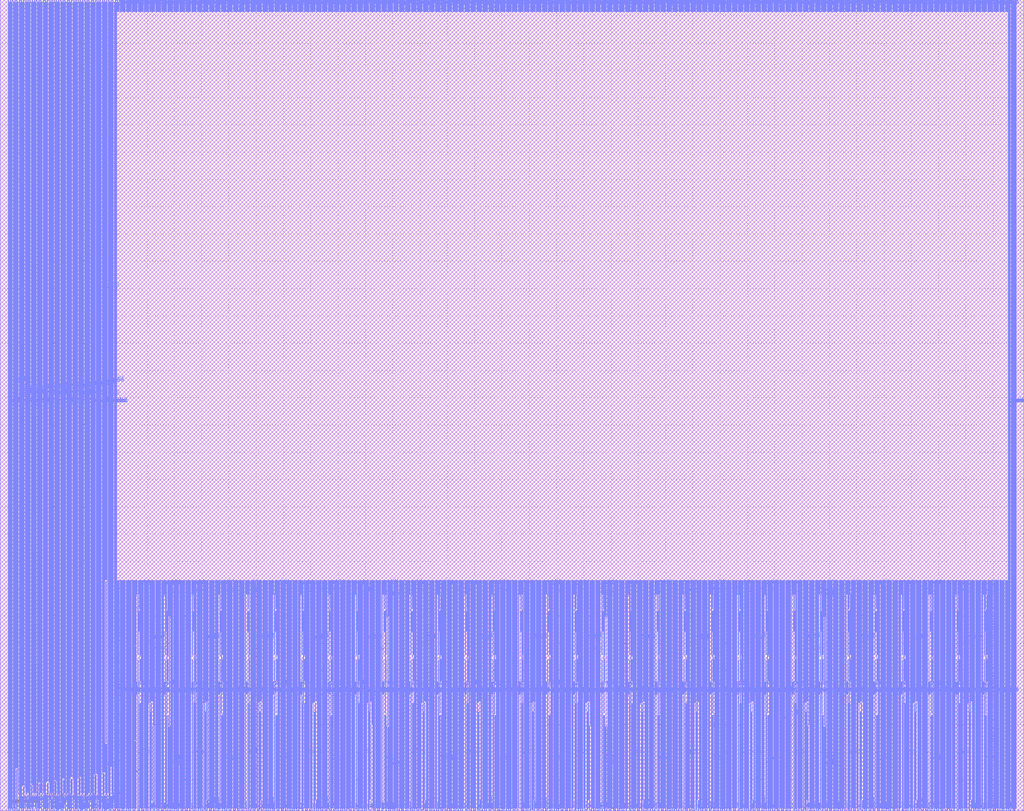
<source format=lef>
VERSION 5.8 ;
BUSBITCHARS "[]" ;
DIVIDERCHAR "/" ;

MACRO sramgen_sram_2048x32m8w8_replica_v1
  CLASS BLOCK ;
  ORIGIN 87.435 582.85 ;
  FOREIGN sramgen_sram_2048x32m8w8_replica_v1 -87.435 -582.85 ;
  SIZE 749.895 BY 594.565 ;
  SYMMETRY X Y R90 ;
  PIN vdd
    DIRECTION INOUT ;
    USE POWER ;
    PORT
      LAYER met3 ;
        RECT -81.8 -582.45 -81.4 11.315 ;
    END
    PORT
      LAYER met3 ;
        RECT -80.2 -582.45 -79.8 11.315 ;
    END
    PORT
      LAYER met3 ;
        RECT -78.6 -582.45 -78.2 11.315 ;
    END
    PORT
      LAYER met3 ;
        RECT -77 -582.45 -76.6 11.315 ;
    END
    PORT
      LAYER met3 ;
        RECT -75.4 -551.52 -75 11.315 ;
    END
    PORT
      LAYER met3 ;
        RECT -73.8 -569.54 -73.4 11.315 ;
    END
    PORT
      LAYER met3 ;
        RECT -73.8 -582.45 -73.4 -575.26 ;
    END
    PORT
      LAYER met3 ;
        RECT -72.2 -582.45 -71.8 11.315 ;
    END
    PORT
      LAYER met3 ;
        RECT -70.6 -564.24 -70.2 11.315 ;
    END
    PORT
      LAYER met3 ;
        RECT -70.6 -582.45 -70.2 -572.08 ;
    END
    PORT
      LAYER met3 ;
        RECT -69 -569.54 -68.6 11.315 ;
    END
    PORT
      LAYER met3 ;
        RECT -67.4 -569.54 -67 11.315 ;
    END
    PORT
      LAYER met3 ;
        RECT -67.4 -582.45 -67 -575.26 ;
    END
    PORT
      LAYER met3 ;
        RECT -65.8 -582.45 -65.4 11.315 ;
    END
    PORT
      LAYER met3 ;
        RECT -64.2 -564.24 -63.8 11.315 ;
    END
    PORT
      LAYER met3 ;
        RECT -64.2 -582.45 -63.8 -572.08 ;
    END
    PORT
      LAYER met3 ;
        RECT -62.6 -569.54 -62.2 11.315 ;
    END
    PORT
      LAYER met3 ;
        RECT -61 -582.45 -60.6 11.315 ;
    END
    PORT
      LAYER met3 ;
        RECT -59.4 -562.12 -59 11.315 ;
    END
    PORT
      LAYER met3 ;
        RECT -59.4 -582.45 -59 -572.08 ;
    END
    PORT
      LAYER met3 ;
        RECT -57.8 -569.54 -57.4 11.315 ;
    END
    PORT
      LAYER met3 ;
        RECT -56.2 -569.54 -55.8 11.315 ;
    END
    PORT
      LAYER met3 ;
        RECT -56.2 -582.45 -55.8 -575.26 ;
    END
    PORT
      LAYER met3 ;
        RECT -54.6 -582.45 -54.2 11.315 ;
    END
    PORT
      LAYER met3 ;
        RECT -53 -561.06 -52.6 11.315 ;
    END
    PORT
      LAYER met3 ;
        RECT -53 -582.45 -52.6 -572.08 ;
    END
    PORT
      LAYER met3 ;
        RECT -51.4 -569.54 -51 11.315 ;
    END
    PORT
      LAYER met3 ;
        RECT -49.8 -569.54 -49.4 11.315 ;
    END
    PORT
      LAYER met3 ;
        RECT -49.8 -582.45 -49.4 -575.26 ;
    END
    PORT
      LAYER met3 ;
        RECT -48.2 -582.45 -47.8 11.315 ;
    END
    PORT
      LAYER met3 ;
        RECT -46.6 -561.06 -46.2 11.315 ;
    END
    PORT
      LAYER met3 ;
        RECT -46.6 -582.45 -46.2 -572.08 ;
    END
    PORT
      LAYER met3 ;
        RECT -45 -569.54 -44.6 11.315 ;
    END
    PORT
      LAYER met3 ;
        RECT -45 -582.45 -44.6 -575.26 ;
    END
    PORT
      LAYER met3 ;
        RECT -43.4 -582.45 -43 11.315 ;
    END
    PORT
      LAYER met3 ;
        RECT -41.8 -558.94 -41.4 11.315 ;
    END
    PORT
      LAYER met3 ;
        RECT -41.8 -582.45 -41.4 -572.08 ;
    END
    PORT
      LAYER met3 ;
        RECT -40.2 -569.54 -39.8 11.315 ;
    END
    PORT
      LAYER met3 ;
        RECT -38.6 -569.54 -38.2 11.315 ;
    END
    PORT
      LAYER met3 ;
        RECT -38.6 -582.45 -38.2 -575.26 ;
    END
    PORT
      LAYER met3 ;
        RECT -37 -582.45 -36.6 11.315 ;
    END
    PORT
      LAYER met3 ;
        RECT -35.4 -557.88 -35 11.315 ;
    END
    PORT
      LAYER met3 ;
        RECT -35.4 -582.45 -35 -572.08 ;
    END
    PORT
      LAYER met3 ;
        RECT -33.8 -569.54 -33.4 11.315 ;
    END
    PORT
      LAYER met3 ;
        RECT -32.2 -582.45 -31.8 11.315 ;
    END
    PORT
      LAYER met3 ;
        RECT -30.6 -557.88 -30.2 11.315 ;
    END
    PORT
      LAYER met3 ;
        RECT -30.6 -582.45 -30.2 -572.08 ;
    END
    PORT
      LAYER met3 ;
        RECT -29 -557.88 -28.6 11.315 ;
    END
    PORT
      LAYER met3 ;
        RECT -29 -582.45 -28.6 -572.08 ;
    END
    PORT
      LAYER met3 ;
        RECT -27.4 -569.54 -27 11.315 ;
    END
    PORT
      LAYER met3 ;
        RECT -27.4 -582.45 -27 -575.26 ;
    END
    PORT
      LAYER met3 ;
        RECT -25.8 -582.45 -25.4 11.315 ;
    END
    PORT
      LAYER met3 ;
        RECT -24.2 -556.82 -23.8 11.315 ;
    END
    PORT
      LAYER met3 ;
        RECT -24.2 -582.45 -23.8 -572.08 ;
    END
    PORT
      LAYER met3 ;
        RECT -22.6 -569.54 -22.2 11.315 ;
    END
    PORT
      LAYER met3 ;
        RECT -21 -569.54 -20.6 11.315 ;
    END
    PORT
      LAYER met3 ;
        RECT -21 -582.45 -20.6 -575.26 ;
    END
    PORT
      LAYER met3 ;
        RECT -19.4 -582.45 -19 11.315 ;
    END
    PORT
      LAYER met3 ;
        RECT -17.8 -555.76 -17.4 11.315 ;
    END
    PORT
      LAYER met3 ;
        RECT -17.8 -582.45 -17.4 -572.08 ;
    END
    PORT
      LAYER met3 ;
        RECT -16.2 -569.54 -15.8 11.315 ;
    END
    PORT
      LAYER met3 ;
        RECT -14.6 -582.45 -14.2 11.315 ;
    END
    PORT
      LAYER met3 ;
        RECT -13 -554.7 -12.6 11.315 ;
    END
    PORT
      LAYER met3 ;
        RECT -13 -582.45 -12.6 -572.08 ;
    END
    PORT
      LAYER met3 ;
        RECT -11.4 -554.7 -11 11.315 ;
    END
    PORT
      LAYER met3 ;
        RECT -11.4 -582.45 -11 -572.08 ;
    END
    PORT
      LAYER met3 ;
        RECT -9.8 -413.72 -9.4 11.315 ;
    END
    PORT
      LAYER met3 ;
        RECT -9.8 -569.54 -9.4 -533.92 ;
    END
    PORT
      LAYER met3 ;
        RECT -9.8 -582.45 -9.4 -575.26 ;
    END
    PORT
      LAYER met3 ;
        RECT -8.2 -582.45 -7.8 11.315 ;
    END
    PORT
      LAYER met3 ;
        RECT -6.6 -550.46 -6.2 11.315 ;
    END
    PORT
      LAYER met3 ;
        RECT -6.6 -582.45 -6.2 -572.08 ;
    END
    PORT
      LAYER met3 ;
        RECT -5 -582.45 -4.6 11.315 ;
    END
    PORT
      LAYER met3 ;
        RECT -3.4 -582.45 -3 11.315 ;
    END
    PORT
      LAYER met3 ;
        RECT -1.8 2.86 -1.4 11.315 ;
    END
    PORT
      LAYER met3 ;
        RECT -1.8 -582.45 -1.4 -414.14 ;
    END
    PORT
      LAYER met3 ;
        RECT -0.2 2.86 0.2 11.315 ;
    END
    PORT
      LAYER met3 ;
        RECT -0.2 -582.45 0.2 -414.14 ;
    END
    PORT
      LAYER met3 ;
        RECT 1.4 2.86 1.8 11.315 ;
    END
    PORT
      LAYER met3 ;
        RECT 1.4 -582.45 1.8 -414.14 ;
    END
    PORT
      LAYER met3 ;
        RECT 3 2.86 3.4 11.315 ;
    END
    PORT
      LAYER met3 ;
        RECT 3 -582.45 3.4 -414.14 ;
    END
    PORT
      LAYER met3 ;
        RECT 4.6 2.86 5 11.315 ;
    END
    PORT
      LAYER met3 ;
        RECT 4.6 -582.45 5 -414.14 ;
    END
    PORT
      LAYER met3 ;
        RECT 6.2 2.86 6.6 11.315 ;
    END
    PORT
      LAYER met3 ;
        RECT 6.2 -582.45 6.6 -414.14 ;
    END
    PORT
      LAYER met3 ;
        RECT 7.8 2.86 8.2 11.315 ;
    END
    PORT
      LAYER met3 ;
        RECT 7.8 -582.45 8.2 -414.14 ;
    END
    PORT
      LAYER met3 ;
        RECT 9.4 2.86 9.8 11.315 ;
    END
    PORT
      LAYER met3 ;
        RECT 9.4 -582.45 9.8 -414.14 ;
    END
    PORT
      LAYER met3 ;
        RECT 11 2.86 11.4 11.315 ;
    END
    PORT
      LAYER met3 ;
        RECT 11 -461.42 11.4 -414.14 ;
    END
    PORT
      LAYER met3 ;
        RECT 11 -582.45 11.4 -531.8 ;
    END
    PORT
      LAYER met3 ;
        RECT 12.6 2.86 13 11.315 ;
    END
    PORT
      LAYER met3 ;
        RECT 12.6 -424.32 13 -414.14 ;
    END
    PORT
      LAYER met3 ;
        RECT 12.6 -497.46 13 -488.34 ;
    END
    PORT
      LAYER met3 ;
        RECT 14.2 2.86 14.6 11.315 ;
    END
    PORT
      LAYER met3 ;
        RECT 14.2 -434.92 14.6 -414.14 ;
    END
    PORT
      LAYER met3 ;
        RECT 14.2 -582.45 14.6 -504.24 ;
    END
    PORT
      LAYER met3 ;
        RECT 15.8 2.86 16.2 11.315 ;
    END
    PORT
      LAYER met3 ;
        RECT 15.8 -582.45 16.2 -414.14 ;
    END
    PORT
      LAYER met3 ;
        RECT 17.4 2.86 17.8 11.315 ;
    END
    PORT
      LAYER met3 ;
        RECT 17.4 -582.45 17.8 -414.14 ;
    END
    PORT
      LAYER met3 ;
        RECT 19 2.86 19.4 11.315 ;
    END
    PORT
      LAYER met3 ;
        RECT 19 -582.45 19.4 -414.14 ;
    END
    PORT
      LAYER met3 ;
        RECT 20.6 2.86 21 11.315 ;
    END
    PORT
      LAYER met3 ;
        RECT 20.6 -582.45 21 -414.14 ;
    END
    PORT
      LAYER met3 ;
        RECT 22.2 2.86 22.6 11.315 ;
    END
    PORT
      LAYER met3 ;
        RECT 22.2 -503.82 22.6 -414.14 ;
    END
    PORT
      LAYER met3 ;
        RECT 23.8 2.86 24.2 11.315 ;
    END
    PORT
      LAYER met3 ;
        RECT 23.8 -502.76 24.2 -414.14 ;
    END
    PORT
      LAYER met3 ;
        RECT 25.4 2.86 25.8 11.315 ;
    END
    PORT
      LAYER met3 ;
        RECT 25.4 -582.45 25.8 -414.14 ;
    END
    PORT
      LAYER met3 ;
        RECT 27 2.86 27.4 11.315 ;
    END
    PORT
      LAYER met3 ;
        RECT 27 -582.45 27.4 -414.14 ;
    END
    PORT
      LAYER met3 ;
        RECT 28.6 2.86 29 11.315 ;
    END
    PORT
      LAYER met3 ;
        RECT 28.6 -582.45 29 -414.14 ;
    END
    PORT
      LAYER met3 ;
        RECT 30.2 2.86 30.6 11.315 ;
    END
    PORT
      LAYER met3 ;
        RECT 30.2 -582.45 30.6 -414.14 ;
    END
    PORT
      LAYER met3 ;
        RECT 31.8 2.86 32.2 11.315 ;
    END
    PORT
      LAYER met3 ;
        RECT 31.8 -582.45 32.2 -414.14 ;
    END
    PORT
      LAYER met3 ;
        RECT 33.4 2.86 33.8 11.315 ;
    END
    PORT
      LAYER met3 ;
        RECT 33.4 -424.32 33.8 -414.14 ;
    END
    PORT
      LAYER met3 ;
        RECT 33.4 -497.46 33.8 -488.34 ;
    END
    PORT
      LAYER met3 ;
        RECT 35 2.86 35.4 11.315 ;
    END
    PORT
      LAYER met3 ;
        RECT 35 -424.32 35.4 -414.14 ;
    END
    PORT
      LAYER met3 ;
        RECT 35 -582.45 35.4 -512.72 ;
    END
    PORT
      LAYER met3 ;
        RECT 36.6 2.86 37 11.315 ;
    END
    PORT
      LAYER met3 ;
        RECT 36.6 -440.22 37 -414.14 ;
    END
    PORT
      LAYER met3 ;
        RECT 36.6 -582.45 37 -521.2 ;
    END
    PORT
      LAYER met3 ;
        RECT 38.2 2.86 38.6 11.315 ;
    END
    PORT
      LAYER met3 ;
        RECT 38.2 -582.45 38.6 -414.14 ;
    END
    PORT
      LAYER met3 ;
        RECT 39.8 2.86 40.2 11.315 ;
    END
    PORT
      LAYER met3 ;
        RECT 39.8 -582.45 40.2 -414.14 ;
    END
    PORT
      LAYER met3 ;
        RECT 41.4 2.86 41.8 11.315 ;
    END
    PORT
      LAYER met3 ;
        RECT 41.4 -582.45 41.8 -414.14 ;
    END
    PORT
      LAYER met3 ;
        RECT 43 2.86 43.4 11.315 ;
    END
    PORT
      LAYER met3 ;
        RECT 43 -582.45 43.4 -414.14 ;
    END
    PORT
      LAYER met3 ;
        RECT 44.6 2.86 45 11.315 ;
    END
    PORT
      LAYER met3 ;
        RECT 44.6 -582.45 45 -414.14 ;
    END
    PORT
      LAYER met3 ;
        RECT 46.2 2.86 46.6 11.315 ;
    END
    PORT
      LAYER met3 ;
        RECT 46.2 -582.45 46.6 -414.14 ;
    END
    PORT
      LAYER met3 ;
        RECT 47.8 2.86 48.2 11.315 ;
    END
    PORT
      LAYER met3 ;
        RECT 47.8 -582.45 48.2 -414.14 ;
    END
    PORT
      LAYER met3 ;
        RECT 49.4 2.86 49.8 11.315 ;
    END
    PORT
      LAYER met3 ;
        RECT 49.4 -582.45 49.8 -414.14 ;
    END
    PORT
      LAYER met3 ;
        RECT 51 2.86 51.4 11.315 ;
    END
    PORT
      LAYER met3 ;
        RECT 51 -582.45 51.4 -414.14 ;
    END
    PORT
      LAYER met3 ;
        RECT 52.6 2.86 53 11.315 ;
    END
    PORT
      LAYER met3 ;
        RECT 52.6 -424.32 53 -414.14 ;
    END
    PORT
      LAYER met3 ;
        RECT 52.6 -497.46 53 -488.34 ;
    END
    PORT
      LAYER met3 ;
        RECT 54.2 2.86 54.6 11.315 ;
    END
    PORT
      LAYER met3 ;
        RECT 54.2 -434.92 54.6 -414.14 ;
    END
    PORT
      LAYER met3 ;
        RECT 54.2 -582.45 54.6 -504.24 ;
    END
    PORT
      LAYER met3 ;
        RECT 55.8 2.86 56.2 11.315 ;
    END
    PORT
      LAYER met3 ;
        RECT 55.8 -582.45 56.2 -414.14 ;
    END
    PORT
      LAYER met3 ;
        RECT 57.4 2.86 57.8 11.315 ;
    END
    PORT
      LAYER met3 ;
        RECT 57.4 -582.45 57.8 -414.14 ;
    END
    PORT
      LAYER met3 ;
        RECT 59 2.86 59.4 11.315 ;
    END
    PORT
      LAYER met3 ;
        RECT 59 -582.45 59.4 -414.14 ;
    END
    PORT
      LAYER met3 ;
        RECT 60.6 2.86 61 11.315 ;
    END
    PORT
      LAYER met3 ;
        RECT 60.6 -582.45 61 -414.14 ;
    END
    PORT
      LAYER met3 ;
        RECT 62.2 2.86 62.6 11.315 ;
    END
    PORT
      LAYER met3 ;
        RECT 62.2 -503.82 62.6 -414.14 ;
    END
    PORT
      LAYER met3 ;
        RECT 63.8 2.86 64.2 11.315 ;
    END
    PORT
      LAYER met3 ;
        RECT 63.8 -502.76 64.2 -414.14 ;
    END
    PORT
      LAYER met3 ;
        RECT 63.8 -582.45 64.2 -575.26 ;
    END
    PORT
      LAYER met3 ;
        RECT 65.4 2.86 65.8 11.315 ;
    END
    PORT
      LAYER met3 ;
        RECT 65.4 -582.45 65.8 -414.14 ;
    END
    PORT
      LAYER met3 ;
        RECT 67 2.86 67.4 11.315 ;
    END
    PORT
      LAYER met3 ;
        RECT 67 -582.45 67.4 -414.14 ;
    END
    PORT
      LAYER met3 ;
        RECT 68.6 2.86 69 11.315 ;
    END
    PORT
      LAYER met3 ;
        RECT 68.6 -582.45 69 -414.14 ;
    END
    PORT
      LAYER met3 ;
        RECT 70.2 2.86 70.6 11.315 ;
    END
    PORT
      LAYER met3 ;
        RECT 70.2 -582.45 70.6 -414.14 ;
    END
    PORT
      LAYER met3 ;
        RECT 71.8 2.86 72.2 11.315 ;
    END
    PORT
      LAYER met3 ;
        RECT 71.8 -582.45 72.2 -414.14 ;
    END
    PORT
      LAYER met3 ;
        RECT 73.4 2.86 73.8 11.315 ;
    END
    PORT
      LAYER met3 ;
        RECT 73.4 -424.32 73.8 -414.14 ;
    END
    PORT
      LAYER met3 ;
        RECT 73.4 -497.46 73.8 -488.34 ;
    END
    PORT
      LAYER met3 ;
        RECT 75 2.86 75.4 11.315 ;
    END
    PORT
      LAYER met3 ;
        RECT 75 -424.32 75.4 -414.14 ;
    END
    PORT
      LAYER met3 ;
        RECT 75 -582.45 75.4 -512.72 ;
    END
    PORT
      LAYER met3 ;
        RECT 76.6 2.86 77 11.315 ;
    END
    PORT
      LAYER met3 ;
        RECT 76.6 -582.45 77 -414.14 ;
    END
    PORT
      LAYER met3 ;
        RECT 78.2 2.86 78.6 11.315 ;
    END
    PORT
      LAYER met3 ;
        RECT 78.2 -582.45 78.6 -414.14 ;
    END
    PORT
      LAYER met3 ;
        RECT 79.8 2.86 80.2 11.315 ;
    END
    PORT
      LAYER met3 ;
        RECT 79.8 -582.45 80.2 -414.14 ;
    END
    PORT
      LAYER met3 ;
        RECT 81.4 2.86 81.8 11.315 ;
    END
    PORT
      LAYER met3 ;
        RECT 81.4 -582.45 81.8 -414.14 ;
    END
    PORT
      LAYER met3 ;
        RECT 83 2.86 83.4 11.315 ;
    END
    PORT
      LAYER met3 ;
        RECT 83 -582.45 83.4 -414.14 ;
    END
    PORT
      LAYER met3 ;
        RECT 84.6 2.86 85 11.315 ;
    END
    PORT
      LAYER met3 ;
        RECT 84.6 -582.45 85 -414.14 ;
    END
    PORT
      LAYER met3 ;
        RECT 86.2 2.86 86.6 11.315 ;
    END
    PORT
      LAYER met3 ;
        RECT 86.2 -582.45 86.6 -414.14 ;
    END
    PORT
      LAYER met3 ;
        RECT 87.8 2.86 88.2 11.315 ;
    END
    PORT
      LAYER met3 ;
        RECT 87.8 -582.45 88.2 -414.14 ;
    END
    PORT
      LAYER met3 ;
        RECT 89.4 2.86 89.8 11.315 ;
    END
    PORT
      LAYER met3 ;
        RECT 89.4 -582.45 89.8 -414.14 ;
    END
    PORT
      LAYER met3 ;
        RECT 91 2.86 91.4 11.315 ;
    END
    PORT
      LAYER met3 ;
        RECT 91 -582.45 91.4 -414.14 ;
    END
    PORT
      LAYER met3 ;
        RECT 92.6 2.86 93 11.315 ;
    END
    PORT
      LAYER met3 ;
        RECT 92.6 -424.32 93 -414.14 ;
    END
    PORT
      LAYER met3 ;
        RECT 92.6 -497.46 93 -488.34 ;
    END
    PORT
      LAYER met3 ;
        RECT 94.2 2.86 94.6 11.315 ;
    END
    PORT
      LAYER met3 ;
        RECT 94.2 -434.92 94.6 -414.14 ;
    END
    PORT
      LAYER met3 ;
        RECT 94.2 -582.45 94.6 -504.24 ;
    END
    PORT
      LAYER met3 ;
        RECT 95.8 2.86 96.2 11.315 ;
    END
    PORT
      LAYER met3 ;
        RECT 95.8 -582.45 96.2 -414.14 ;
    END
    PORT
      LAYER met3 ;
        RECT 97.4 2.86 97.8 11.315 ;
    END
    PORT
      LAYER met3 ;
        RECT 97.4 -582.45 97.8 -414.14 ;
    END
    PORT
      LAYER met3 ;
        RECT 99 2.86 99.4 11.315 ;
    END
    PORT
      LAYER met3 ;
        RECT 99 -582.45 99.4 -414.14 ;
    END
    PORT
      LAYER met3 ;
        RECT 100.6 2.86 101 11.315 ;
    END
    PORT
      LAYER met3 ;
        RECT 100.6 -582.45 101 -414.14 ;
    END
    PORT
      LAYER met3 ;
        RECT 102.2 2.86 102.6 11.315 ;
    END
    PORT
      LAYER met3 ;
        RECT 102.2 -503.82 102.6 -414.14 ;
    END
    PORT
      LAYER met3 ;
        RECT 103.8 2.86 104.2 11.315 ;
    END
    PORT
      LAYER met3 ;
        RECT 103.8 -502.76 104.2 -414.14 ;
    END
    PORT
      LAYER met3 ;
        RECT 103.8 -582.45 104.2 -575.26 ;
    END
    PORT
      LAYER met3 ;
        RECT 105.4 2.86 105.8 11.315 ;
    END
    PORT
      LAYER met3 ;
        RECT 105.4 -582.45 105.8 -414.14 ;
    END
    PORT
      LAYER met3 ;
        RECT 107 2.86 107.4 11.315 ;
    END
    PORT
      LAYER met3 ;
        RECT 107 -582.45 107.4 -414.14 ;
    END
    PORT
      LAYER met3 ;
        RECT 108.6 2.86 109 11.315 ;
    END
    PORT
      LAYER met3 ;
        RECT 108.6 -582.45 109 -414.14 ;
    END
    PORT
      LAYER met3 ;
        RECT 110.2 2.86 110.6 11.315 ;
    END
    PORT
      LAYER met3 ;
        RECT 110.2 -582.45 110.6 -414.14 ;
    END
    PORT
      LAYER met3 ;
        RECT 111.8 2.86 112.2 11.315 ;
    END
    PORT
      LAYER met3 ;
        RECT 111.8 -582.45 112.2 -414.14 ;
    END
    PORT
      LAYER met3 ;
        RECT 113.4 2.86 113.8 11.315 ;
    END
    PORT
      LAYER met3 ;
        RECT 113.4 -424.32 113.8 -414.14 ;
    END
    PORT
      LAYER met3 ;
        RECT 113.4 -497.46 113.8 -488.34 ;
    END
    PORT
      LAYER met3 ;
        RECT 115 2.86 115.4 11.315 ;
    END
    PORT
      LAYER met3 ;
        RECT 115 -424.32 115.4 -414.14 ;
    END
    PORT
      LAYER met3 ;
        RECT 115 -582.45 115.4 -512.72 ;
    END
    PORT
      LAYER met3 ;
        RECT 116.6 2.86 117 11.315 ;
    END
    PORT
      LAYER met3 ;
        RECT 116.6 -582.45 117 -414.14 ;
    END
    PORT
      LAYER met3 ;
        RECT 118.2 2.86 118.6 11.315 ;
    END
    PORT
      LAYER met3 ;
        RECT 118.2 -582.45 118.6 -414.14 ;
    END
    PORT
      LAYER met3 ;
        RECT 119.8 2.86 120.2 11.315 ;
    END
    PORT
      LAYER met3 ;
        RECT 119.8 -582.45 120.2 -414.14 ;
    END
    PORT
      LAYER met3 ;
        RECT 121.4 2.86 121.8 11.315 ;
    END
    PORT
      LAYER met3 ;
        RECT 121.4 -582.45 121.8 -414.14 ;
    END
    PORT
      LAYER met3 ;
        RECT 123 2.86 123.4 11.315 ;
    END
    PORT
      LAYER met3 ;
        RECT 123 -582.45 123.4 -414.14 ;
    END
    PORT
      LAYER met3 ;
        RECT 124.6 2.86 125 11.315 ;
    END
    PORT
      LAYER met3 ;
        RECT 124.6 -582.45 125 -414.14 ;
    END
    PORT
      LAYER met3 ;
        RECT 126.2 2.86 126.6 11.315 ;
    END
    PORT
      LAYER met3 ;
        RECT 126.2 -582.45 126.6 -414.14 ;
    END
    PORT
      LAYER met3 ;
        RECT 127.8 2.86 128.2 11.315 ;
    END
    PORT
      LAYER met3 ;
        RECT 127.8 -582.45 128.2 -414.14 ;
    END
    PORT
      LAYER met3 ;
        RECT 129.4 2.86 129.8 11.315 ;
    END
    PORT
      LAYER met3 ;
        RECT 129.4 -582.45 129.8 -414.14 ;
    END
    PORT
      LAYER met3 ;
        RECT 131 2.86 131.4 11.315 ;
    END
    PORT
      LAYER met3 ;
        RECT 131 -582.45 131.4 -414.14 ;
    END
    PORT
      LAYER met3 ;
        RECT 132.6 2.86 133 11.315 ;
    END
    PORT
      LAYER met3 ;
        RECT 132.6 -424.32 133 -414.14 ;
    END
    PORT
      LAYER met3 ;
        RECT 132.6 -497.46 133 -488.34 ;
    END
    PORT
      LAYER met3 ;
        RECT 134.2 2.86 134.6 11.315 ;
    END
    PORT
      LAYER met3 ;
        RECT 134.2 -434.92 134.6 -414.14 ;
    END
    PORT
      LAYER met3 ;
        RECT 134.2 -582.45 134.6 -504.24 ;
    END
    PORT
      LAYER met3 ;
        RECT 135.8 2.86 136.2 11.315 ;
    END
    PORT
      LAYER met3 ;
        RECT 135.8 -582.45 136.2 -414.14 ;
    END
    PORT
      LAYER met3 ;
        RECT 137.4 2.86 137.8 11.315 ;
    END
    PORT
      LAYER met3 ;
        RECT 137.4 -582.45 137.8 -414.14 ;
    END
    PORT
      LAYER met3 ;
        RECT 139 2.86 139.4 11.315 ;
    END
    PORT
      LAYER met3 ;
        RECT 139 -582.45 139.4 -414.14 ;
    END
    PORT
      LAYER met3 ;
        RECT 140.6 2.86 141 11.315 ;
    END
    PORT
      LAYER met3 ;
        RECT 140.6 -582.45 141 -414.14 ;
    END
    PORT
      LAYER met3 ;
        RECT 142.2 2.86 142.6 11.315 ;
    END
    PORT
      LAYER met3 ;
        RECT 142.2 -503.82 142.6 -414.14 ;
    END
    PORT
      LAYER met3 ;
        RECT 143.8 2.86 144.2 11.315 ;
    END
    PORT
      LAYER met3 ;
        RECT 143.8 -502.76 144.2 -414.14 ;
    END
    PORT
      LAYER met3 ;
        RECT 143.8 -582.45 144.2 -575.26 ;
    END
    PORT
      LAYER met3 ;
        RECT 145.4 2.86 145.8 11.315 ;
    END
    PORT
      LAYER met3 ;
        RECT 145.4 -582.45 145.8 -414.14 ;
    END
    PORT
      LAYER met3 ;
        RECT 147 2.86 147.4 11.315 ;
    END
    PORT
      LAYER met3 ;
        RECT 147 -582.45 147.4 -414.14 ;
    END
    PORT
      LAYER met3 ;
        RECT 148.6 2.86 149 11.315 ;
    END
    PORT
      LAYER met3 ;
        RECT 148.6 -582.45 149 -414.14 ;
    END
    PORT
      LAYER met3 ;
        RECT 150.2 2.86 150.6 11.315 ;
    END
    PORT
      LAYER met3 ;
        RECT 150.2 -582.45 150.6 -414.14 ;
    END
    PORT
      LAYER met3 ;
        RECT 151.8 2.86 152.2 11.315 ;
    END
    PORT
      LAYER met3 ;
        RECT 151.8 -582.45 152.2 -414.14 ;
    END
    PORT
      LAYER met3 ;
        RECT 153.4 2.86 153.8 11.315 ;
    END
    PORT
      LAYER met3 ;
        RECT 153.4 -424.32 153.8 -414.14 ;
    END
    PORT
      LAYER met3 ;
        RECT 153.4 -497.46 153.8 -488.34 ;
    END
    PORT
      LAYER met3 ;
        RECT 155 2.86 155.4 11.315 ;
    END
    PORT
      LAYER met3 ;
        RECT 155 -424.32 155.4 -414.14 ;
    END
    PORT
      LAYER met3 ;
        RECT 155 -582.45 155.4 -512.72 ;
    END
    PORT
      LAYER met3 ;
        RECT 156.6 2.86 157 11.315 ;
    END
    PORT
      LAYER met3 ;
        RECT 156.6 -582.45 157 -414.14 ;
    END
    PORT
      LAYER met3 ;
        RECT 158.2 2.86 158.6 11.315 ;
    END
    PORT
      LAYER met3 ;
        RECT 158.2 -582.45 158.6 -414.14 ;
    END
    PORT
      LAYER met3 ;
        RECT 159.8 2.86 160.2 11.315 ;
    END
    PORT
      LAYER met3 ;
        RECT 159.8 -582.45 160.2 -414.14 ;
    END
    PORT
      LAYER met3 ;
        RECT 161.4 2.86 161.8 11.315 ;
    END
    PORT
      LAYER met3 ;
        RECT 161.4 -582.45 161.8 -414.14 ;
    END
    PORT
      LAYER met3 ;
        RECT 163 2.86 163.4 11.315 ;
    END
    PORT
      LAYER met3 ;
        RECT 163 -582.45 163.4 -414.14 ;
    END
    PORT
      LAYER met3 ;
        RECT 164.6 2.86 165 11.315 ;
    END
    PORT
      LAYER met3 ;
        RECT 164.6 -582.45 165 -414.14 ;
    END
    PORT
      LAYER met3 ;
        RECT 166.2 2.86 166.6 11.315 ;
    END
    PORT
      LAYER met3 ;
        RECT 166.2 -582.45 166.6 -414.14 ;
    END
    PORT
      LAYER met3 ;
        RECT 167.8 2.86 168.2 11.315 ;
    END
    PORT
      LAYER met3 ;
        RECT 167.8 -582.45 168.2 -414.14 ;
    END
    PORT
      LAYER met3 ;
        RECT 169.4 2.86 169.8 11.315 ;
    END
    PORT
      LAYER met3 ;
        RECT 169.4 -582.45 169.8 -414.14 ;
    END
    PORT
      LAYER met3 ;
        RECT 171 2.86 171.4 11.315 ;
    END
    PORT
      LAYER met3 ;
        RECT 171 -582.45 171.4 -414.14 ;
    END
    PORT
      LAYER met3 ;
        RECT 172.6 2.86 173 11.315 ;
    END
    PORT
      LAYER met3 ;
        RECT 172.6 -424.32 173 -414.14 ;
    END
    PORT
      LAYER met3 ;
        RECT 172.6 -497.46 173 -488.34 ;
    END
    PORT
      LAYER met3 ;
        RECT 174.2 2.86 174.6 11.315 ;
    END
    PORT
      LAYER met3 ;
        RECT 174.2 -434.92 174.6 -414.14 ;
    END
    PORT
      LAYER met3 ;
        RECT 174.2 -582.45 174.6 -504.24 ;
    END
    PORT
      LAYER met3 ;
        RECT 175.8 2.86 176.2 11.315 ;
    END
    PORT
      LAYER met3 ;
        RECT 175.8 -582.45 176.2 -414.14 ;
    END
    PORT
      LAYER met3 ;
        RECT 177.4 2.86 177.8 11.315 ;
    END
    PORT
      LAYER met3 ;
        RECT 177.4 -582.45 177.8 -414.14 ;
    END
    PORT
      LAYER met3 ;
        RECT 179 2.86 179.4 11.315 ;
    END
    PORT
      LAYER met3 ;
        RECT 179 -582.45 179.4 -414.14 ;
    END
    PORT
      LAYER met3 ;
        RECT 180.6 2.86 181 11.315 ;
    END
    PORT
      LAYER met3 ;
        RECT 180.6 -582.45 181 -414.14 ;
    END
    PORT
      LAYER met3 ;
        RECT 182.2 2.86 182.6 11.315 ;
    END
    PORT
      LAYER met3 ;
        RECT 182.2 -503.82 182.6 -414.14 ;
    END
    PORT
      LAYER met3 ;
        RECT 183.8 2.86 184.2 11.315 ;
    END
    PORT
      LAYER met3 ;
        RECT 183.8 -502.76 184.2 -414.14 ;
    END
    PORT
      LAYER met3 ;
        RECT 185.4 2.86 185.8 11.315 ;
    END
    PORT
      LAYER met3 ;
        RECT 185.4 -582.45 185.8 -414.14 ;
    END
    PORT
      LAYER met3 ;
        RECT 187 2.86 187.4 11.315 ;
    END
    PORT
      LAYER met3 ;
        RECT 187 -582.45 187.4 -414.14 ;
    END
    PORT
      LAYER met3 ;
        RECT 188.6 2.86 189 11.315 ;
    END
    PORT
      LAYER met3 ;
        RECT 188.6 -582.45 189 -414.14 ;
    END
    PORT
      LAYER met3 ;
        RECT 190.2 2.86 190.6 11.315 ;
    END
    PORT
      LAYER met3 ;
        RECT 190.2 -582.45 190.6 -414.14 ;
    END
    PORT
      LAYER met3 ;
        RECT 191.8 2.86 192.2 11.315 ;
    END
    PORT
      LAYER met3 ;
        RECT 191.8 -582.45 192.2 -414.14 ;
    END
    PORT
      LAYER met3 ;
        RECT 193.4 2.86 193.8 11.315 ;
    END
    PORT
      LAYER met3 ;
        RECT 193.4 -424.32 193.8 -414.14 ;
    END
    PORT
      LAYER met3 ;
        RECT 193.4 -497.46 193.8 -488.34 ;
    END
    PORT
      LAYER met3 ;
        RECT 195 2.86 195.4 11.315 ;
    END
    PORT
      LAYER met3 ;
        RECT 195 -424.32 195.4 -414.14 ;
    END
    PORT
      LAYER met3 ;
        RECT 195 -582.45 195.4 -512.72 ;
    END
    PORT
      LAYER met3 ;
        RECT 196.6 2.86 197 11.315 ;
    END
    PORT
      LAYER met3 ;
        RECT 196.6 -440.22 197 -414.14 ;
    END
    PORT
      LAYER met3 ;
        RECT 196.6 -582.45 197 -521.2 ;
    END
    PORT
      LAYER met3 ;
        RECT 198.2 2.86 198.6 11.315 ;
    END
    PORT
      LAYER met3 ;
        RECT 198.2 -582.45 198.6 -414.14 ;
    END
    PORT
      LAYER met3 ;
        RECT 199.8 2.86 200.2 11.315 ;
    END
    PORT
      LAYER met3 ;
        RECT 199.8 -582.45 200.2 -414.14 ;
    END
    PORT
      LAYER met3 ;
        RECT 201.4 2.86 201.8 11.315 ;
    END
    PORT
      LAYER met3 ;
        RECT 201.4 -582.45 201.8 -414.14 ;
    END
    PORT
      LAYER met3 ;
        RECT 203 2.86 203.4 11.315 ;
    END
    PORT
      LAYER met3 ;
        RECT 203 -582.45 203.4 -414.14 ;
    END
    PORT
      LAYER met3 ;
        RECT 204.6 2.86 205 11.315 ;
    END
    PORT
      LAYER met3 ;
        RECT 204.6 -582.45 205 -414.14 ;
    END
    PORT
      LAYER met3 ;
        RECT 206.2 2.86 206.6 11.315 ;
    END
    PORT
      LAYER met3 ;
        RECT 206.2 -582.45 206.6 -414.14 ;
    END
    PORT
      LAYER met3 ;
        RECT 207.8 2.86 208.2 11.315 ;
    END
    PORT
      LAYER met3 ;
        RECT 207.8 -582.45 208.2 -414.14 ;
    END
    PORT
      LAYER met3 ;
        RECT 209.4 2.86 209.8 11.315 ;
    END
    PORT
      LAYER met3 ;
        RECT 209.4 -582.45 209.8 -414.14 ;
    END
    PORT
      LAYER met3 ;
        RECT 211 2.86 211.4 11.315 ;
    END
    PORT
      LAYER met3 ;
        RECT 211 -582.45 211.4 -414.14 ;
    END
    PORT
      LAYER met3 ;
        RECT 212.6 2.86 213 11.315 ;
    END
    PORT
      LAYER met3 ;
        RECT 212.6 -424.32 213 -414.14 ;
    END
    PORT
      LAYER met3 ;
        RECT 212.6 -497.46 213 -488.34 ;
    END
    PORT
      LAYER met3 ;
        RECT 214.2 2.86 214.6 11.315 ;
    END
    PORT
      LAYER met3 ;
        RECT 214.2 -434.92 214.6 -414.14 ;
    END
    PORT
      LAYER met3 ;
        RECT 214.2 -582.45 214.6 -504.24 ;
    END
    PORT
      LAYER met3 ;
        RECT 215.8 2.86 216.2 11.315 ;
    END
    PORT
      LAYER met3 ;
        RECT 215.8 -582.45 216.2 -414.14 ;
    END
    PORT
      LAYER met3 ;
        RECT 217.4 2.86 217.8 11.315 ;
    END
    PORT
      LAYER met3 ;
        RECT 217.4 -582.45 217.8 -414.14 ;
    END
    PORT
      LAYER met3 ;
        RECT 219 2.86 219.4 11.315 ;
    END
    PORT
      LAYER met3 ;
        RECT 219 -582.45 219.4 -414.14 ;
    END
    PORT
      LAYER met3 ;
        RECT 220.6 2.86 221 11.315 ;
    END
    PORT
      LAYER met3 ;
        RECT 220.6 -582.45 221 -414.14 ;
    END
    PORT
      LAYER met3 ;
        RECT 222.2 2.86 222.6 11.315 ;
    END
    PORT
      LAYER met3 ;
        RECT 222.2 -503.82 222.6 -414.14 ;
    END
    PORT
      LAYER met3 ;
        RECT 223.8 2.86 224.2 11.315 ;
    END
    PORT
      LAYER met3 ;
        RECT 223.8 -502.76 224.2 -414.14 ;
    END
    PORT
      LAYER met3 ;
        RECT 223.8 -582.45 224.2 -575.26 ;
    END
    PORT
      LAYER met3 ;
        RECT 225.4 2.86 225.8 11.315 ;
    END
    PORT
      LAYER met3 ;
        RECT 225.4 -582.45 225.8 -414.14 ;
    END
    PORT
      LAYER met3 ;
        RECT 227 2.86 227.4 11.315 ;
    END
    PORT
      LAYER met3 ;
        RECT 227 -582.45 227.4 -414.14 ;
    END
    PORT
      LAYER met3 ;
        RECT 228.6 2.86 229 11.315 ;
    END
    PORT
      LAYER met3 ;
        RECT 228.6 -582.45 229 -414.14 ;
    END
    PORT
      LAYER met3 ;
        RECT 230.2 2.86 230.6 11.315 ;
    END
    PORT
      LAYER met3 ;
        RECT 230.2 -582.45 230.6 -414.14 ;
    END
    PORT
      LAYER met3 ;
        RECT 231.8 2.86 232.2 11.315 ;
    END
    PORT
      LAYER met3 ;
        RECT 231.8 -582.45 232.2 -414.14 ;
    END
    PORT
      LAYER met3 ;
        RECT 233.4 2.86 233.8 11.315 ;
    END
    PORT
      LAYER met3 ;
        RECT 233.4 -424.32 233.8 -414.14 ;
    END
    PORT
      LAYER met3 ;
        RECT 233.4 -497.46 233.8 -488.34 ;
    END
    PORT
      LAYER met3 ;
        RECT 235 2.86 235.4 11.315 ;
    END
    PORT
      LAYER met3 ;
        RECT 235 -424.32 235.4 -414.14 ;
    END
    PORT
      LAYER met3 ;
        RECT 235 -582.45 235.4 -512.72 ;
    END
    PORT
      LAYER met3 ;
        RECT 236.6 2.86 237 11.315 ;
    END
    PORT
      LAYER met3 ;
        RECT 236.6 -582.45 237 -414.14 ;
    END
    PORT
      LAYER met3 ;
        RECT 238.2 2.86 238.6 11.315 ;
    END
    PORT
      LAYER met3 ;
        RECT 238.2 -582.45 238.6 -414.14 ;
    END
    PORT
      LAYER met3 ;
        RECT 239.8 2.86 240.2 11.315 ;
    END
    PORT
      LAYER met3 ;
        RECT 239.8 -582.45 240.2 -414.14 ;
    END
    PORT
      LAYER met3 ;
        RECT 241.4 2.86 241.8 11.315 ;
    END
    PORT
      LAYER met3 ;
        RECT 241.4 -582.45 241.8 -414.14 ;
    END
    PORT
      LAYER met3 ;
        RECT 243 2.86 243.4 11.315 ;
    END
    PORT
      LAYER met3 ;
        RECT 243 -582.45 243.4 -414.14 ;
    END
    PORT
      LAYER met3 ;
        RECT 244.6 2.86 245 11.315 ;
    END
    PORT
      LAYER met3 ;
        RECT 244.6 -582.45 245 -414.14 ;
    END
    PORT
      LAYER met3 ;
        RECT 246.2 2.86 246.6 11.315 ;
    END
    PORT
      LAYER met3 ;
        RECT 246.2 -582.45 246.6 -414.14 ;
    END
    PORT
      LAYER met3 ;
        RECT 247.8 2.86 248.2 11.315 ;
    END
    PORT
      LAYER met3 ;
        RECT 247.8 -582.45 248.2 -414.14 ;
    END
    PORT
      LAYER met3 ;
        RECT 249.4 2.86 249.8 11.315 ;
    END
    PORT
      LAYER met3 ;
        RECT 249.4 -582.45 249.8 -414.14 ;
    END
    PORT
      LAYER met3 ;
        RECT 251 2.86 251.4 11.315 ;
    END
    PORT
      LAYER met3 ;
        RECT 251 -582.45 251.4 -414.14 ;
    END
    PORT
      LAYER met3 ;
        RECT 252.6 2.86 253 11.315 ;
    END
    PORT
      LAYER met3 ;
        RECT 252.6 -424.32 253 -414.14 ;
    END
    PORT
      LAYER met3 ;
        RECT 252.6 -497.46 253 -488.34 ;
    END
    PORT
      LAYER met3 ;
        RECT 254.2 2.86 254.6 11.315 ;
    END
    PORT
      LAYER met3 ;
        RECT 254.2 -434.92 254.6 -414.14 ;
    END
    PORT
      LAYER met3 ;
        RECT 254.2 -582.45 254.6 -504.24 ;
    END
    PORT
      LAYER met3 ;
        RECT 255.8 2.86 256.2 11.315 ;
    END
    PORT
      LAYER met3 ;
        RECT 255.8 -582.45 256.2 -414.14 ;
    END
    PORT
      LAYER met3 ;
        RECT 257.4 2.86 257.8 11.315 ;
    END
    PORT
      LAYER met3 ;
        RECT 257.4 -582.45 257.8 -414.14 ;
    END
    PORT
      LAYER met3 ;
        RECT 259 2.86 259.4 11.315 ;
    END
    PORT
      LAYER met3 ;
        RECT 259 -582.45 259.4 -414.14 ;
    END
    PORT
      LAYER met3 ;
        RECT 260.6 2.86 261 11.315 ;
    END
    PORT
      LAYER met3 ;
        RECT 260.6 -582.45 261 -414.14 ;
    END
    PORT
      LAYER met3 ;
        RECT 262.2 2.86 262.6 11.315 ;
    END
    PORT
      LAYER met3 ;
        RECT 262.2 -503.82 262.6 -414.14 ;
    END
    PORT
      LAYER met3 ;
        RECT 263.8 2.86 264.2 11.315 ;
    END
    PORT
      LAYER met3 ;
        RECT 263.8 -502.76 264.2 -414.14 ;
    END
    PORT
      LAYER met3 ;
        RECT 263.8 -582.45 264.2 -575.26 ;
    END
    PORT
      LAYER met3 ;
        RECT 265.4 2.86 265.8 11.315 ;
    END
    PORT
      LAYER met3 ;
        RECT 265.4 -582.45 265.8 -414.14 ;
    END
    PORT
      LAYER met3 ;
        RECT 267 2.86 267.4 11.315 ;
    END
    PORT
      LAYER met3 ;
        RECT 267 -582.45 267.4 -414.14 ;
    END
    PORT
      LAYER met3 ;
        RECT 268.6 2.86 269 11.315 ;
    END
    PORT
      LAYER met3 ;
        RECT 268.6 -582.45 269 -414.14 ;
    END
    PORT
      LAYER met3 ;
        RECT 270.2 2.86 270.6 11.315 ;
    END
    PORT
      LAYER met3 ;
        RECT 270.2 -582.45 270.6 -414.14 ;
    END
    PORT
      LAYER met3 ;
        RECT 271.8 2.86 272.2 11.315 ;
    END
    PORT
      LAYER met3 ;
        RECT 271.8 -582.45 272.2 -414.14 ;
    END
    PORT
      LAYER met3 ;
        RECT 273.4 2.86 273.8 11.315 ;
    END
    PORT
      LAYER met3 ;
        RECT 273.4 -424.32 273.8 -414.14 ;
    END
    PORT
      LAYER met3 ;
        RECT 273.4 -497.46 273.8 -488.34 ;
    END
    PORT
      LAYER met3 ;
        RECT 275 2.86 275.4 11.315 ;
    END
    PORT
      LAYER met3 ;
        RECT 275 -424.32 275.4 -414.14 ;
    END
    PORT
      LAYER met3 ;
        RECT 275 -582.45 275.4 -512.72 ;
    END
    PORT
      LAYER met3 ;
        RECT 276.6 2.86 277 11.315 ;
    END
    PORT
      LAYER met3 ;
        RECT 276.6 -582.45 277 -414.14 ;
    END
    PORT
      LAYER met3 ;
        RECT 278.2 2.86 278.6 11.315 ;
    END
    PORT
      LAYER met3 ;
        RECT 278.2 -582.45 278.6 -414.14 ;
    END
    PORT
      LAYER met3 ;
        RECT 279.8 2.86 280.2 11.315 ;
    END
    PORT
      LAYER met3 ;
        RECT 279.8 -582.45 280.2 -414.14 ;
    END
    PORT
      LAYER met3 ;
        RECT 281.4 2.86 281.8 11.315 ;
    END
    PORT
      LAYER met3 ;
        RECT 281.4 -582.45 281.8 -414.14 ;
    END
    PORT
      LAYER met3 ;
        RECT 283 2.86 283.4 11.315 ;
    END
    PORT
      LAYER met3 ;
        RECT 283 -582.45 283.4 -414.14 ;
    END
    PORT
      LAYER met3 ;
        RECT 284.6 2.86 285 11.315 ;
    END
    PORT
      LAYER met3 ;
        RECT 284.6 -582.45 285 -414.14 ;
    END
    PORT
      LAYER met3 ;
        RECT 286.2 2.86 286.6 11.315 ;
    END
    PORT
      LAYER met3 ;
        RECT 286.2 -582.45 286.6 -414.14 ;
    END
    PORT
      LAYER met3 ;
        RECT 287.8 2.86 288.2 11.315 ;
    END
    PORT
      LAYER met3 ;
        RECT 287.8 -582.45 288.2 -414.14 ;
    END
    PORT
      LAYER met3 ;
        RECT 289.4 2.86 289.8 11.315 ;
    END
    PORT
      LAYER met3 ;
        RECT 289.4 -582.45 289.8 -414.14 ;
    END
    PORT
      LAYER met3 ;
        RECT 291 2.86 291.4 11.315 ;
    END
    PORT
      LAYER met3 ;
        RECT 291 -582.45 291.4 -414.14 ;
    END
    PORT
      LAYER met3 ;
        RECT 292.6 2.86 293 11.315 ;
    END
    PORT
      LAYER met3 ;
        RECT 292.6 -424.32 293 -414.14 ;
    END
    PORT
      LAYER met3 ;
        RECT 292.6 -497.46 293 -488.34 ;
    END
    PORT
      LAYER met3 ;
        RECT 294.2 2.86 294.6 11.315 ;
    END
    PORT
      LAYER met3 ;
        RECT 294.2 -434.92 294.6 -414.14 ;
    END
    PORT
      LAYER met3 ;
        RECT 294.2 -582.45 294.6 -504.24 ;
    END
    PORT
      LAYER met3 ;
        RECT 295.8 2.86 296.2 11.315 ;
    END
    PORT
      LAYER met3 ;
        RECT 295.8 -582.45 296.2 -414.14 ;
    END
    PORT
      LAYER met3 ;
        RECT 297.4 2.86 297.8 11.315 ;
    END
    PORT
      LAYER met3 ;
        RECT 297.4 -582.45 297.8 -414.14 ;
    END
    PORT
      LAYER met3 ;
        RECT 299 2.86 299.4 11.315 ;
    END
    PORT
      LAYER met3 ;
        RECT 299 -582.45 299.4 -414.14 ;
    END
    PORT
      LAYER met3 ;
        RECT 300.6 2.86 301 11.315 ;
    END
    PORT
      LAYER met3 ;
        RECT 300.6 -582.45 301 -414.14 ;
    END
    PORT
      LAYER met3 ;
        RECT 302.2 2.86 302.6 11.315 ;
    END
    PORT
      LAYER met3 ;
        RECT 302.2 -503.82 302.6 -414.14 ;
    END
    PORT
      LAYER met3 ;
        RECT 303.8 2.86 304.2 11.315 ;
    END
    PORT
      LAYER met3 ;
        RECT 303.8 -502.76 304.2 -414.14 ;
    END
    PORT
      LAYER met3 ;
        RECT 303.8 -582.45 304.2 -575.26 ;
    END
    PORT
      LAYER met3 ;
        RECT 305.4 2.86 305.8 11.315 ;
    END
    PORT
      LAYER met3 ;
        RECT 305.4 -582.45 305.8 -414.14 ;
    END
    PORT
      LAYER met3 ;
        RECT 307 2.86 307.4 11.315 ;
    END
    PORT
      LAYER met3 ;
        RECT 307 -582.45 307.4 -414.14 ;
    END
    PORT
      LAYER met3 ;
        RECT 308.6 2.86 309 11.315 ;
    END
    PORT
      LAYER met3 ;
        RECT 308.6 -582.45 309 -414.14 ;
    END
    PORT
      LAYER met3 ;
        RECT 310.2 2.86 310.6 11.315 ;
    END
    PORT
      LAYER met3 ;
        RECT 310.2 -582.45 310.6 -414.14 ;
    END
    PORT
      LAYER met3 ;
        RECT 311.8 2.86 312.2 11.315 ;
    END
    PORT
      LAYER met3 ;
        RECT 311.8 -582.45 312.2 -414.14 ;
    END
    PORT
      LAYER met3 ;
        RECT 313.4 2.86 313.8 11.315 ;
    END
    PORT
      LAYER met3 ;
        RECT 313.4 -424.32 313.8 -414.14 ;
    END
    PORT
      LAYER met3 ;
        RECT 313.4 -497.46 313.8 -488.34 ;
    END
    PORT
      LAYER met3 ;
        RECT 315 2.86 315.4 11.315 ;
    END
    PORT
      LAYER met3 ;
        RECT 315 -424.32 315.4 -414.14 ;
    END
    PORT
      LAYER met3 ;
        RECT 315 -582.45 315.4 -512.72 ;
    END
    PORT
      LAYER met3 ;
        RECT 316.6 2.86 317 11.315 ;
    END
    PORT
      LAYER met3 ;
        RECT 316.6 -582.45 317 -414.14 ;
    END
    PORT
      LAYER met3 ;
        RECT 318.2 2.86 318.6 11.315 ;
    END
    PORT
      LAYER met3 ;
        RECT 318.2 -582.45 318.6 -414.14 ;
    END
    PORT
      LAYER met3 ;
        RECT 319.8 2.86 320.2 11.315 ;
    END
    PORT
      LAYER met3 ;
        RECT 319.8 -582.45 320.2 -414.14 ;
    END
    PORT
      LAYER met3 ;
        RECT 321.4 2.86 321.8 11.315 ;
    END
    PORT
      LAYER met3 ;
        RECT 321.4 -582.45 321.8 -414.14 ;
    END
    PORT
      LAYER met3 ;
        RECT 323 2.86 323.4 11.315 ;
    END
    PORT
      LAYER met3 ;
        RECT 323 -582.45 323.4 -414.14 ;
    END
    PORT
      LAYER met3 ;
        RECT 324.6 2.86 325 11.315 ;
    END
    PORT
      LAYER met3 ;
        RECT 324.6 -582.45 325 -414.14 ;
    END
    PORT
      LAYER met3 ;
        RECT 326.2 2.86 326.6 11.315 ;
    END
    PORT
      LAYER met3 ;
        RECT 326.2 -582.45 326.6 -414.14 ;
    END
    PORT
      LAYER met3 ;
        RECT 327.8 2.86 328.2 11.315 ;
    END
    PORT
      LAYER met3 ;
        RECT 327.8 -582.45 328.2 -414.14 ;
    END
    PORT
      LAYER met3 ;
        RECT 329.4 2.86 329.8 11.315 ;
    END
    PORT
      LAYER met3 ;
        RECT 329.4 -582.45 329.8 -414.14 ;
    END
    PORT
      LAYER met3 ;
        RECT 331 2.86 331.4 11.315 ;
    END
    PORT
      LAYER met3 ;
        RECT 331 -582.45 331.4 -414.14 ;
    END
    PORT
      LAYER met3 ;
        RECT 332.6 2.86 333 11.315 ;
    END
    PORT
      LAYER met3 ;
        RECT 332.6 -424.32 333 -414.14 ;
    END
    PORT
      LAYER met3 ;
        RECT 332.6 -497.46 333 -488.34 ;
    END
    PORT
      LAYER met3 ;
        RECT 334.2 2.86 334.6 11.315 ;
    END
    PORT
      LAYER met3 ;
        RECT 334.2 -434.92 334.6 -414.14 ;
    END
    PORT
      LAYER met3 ;
        RECT 334.2 -582.45 334.6 -504.24 ;
    END
    PORT
      LAYER met3 ;
        RECT 335.8 2.86 336.2 11.315 ;
    END
    PORT
      LAYER met3 ;
        RECT 335.8 -582.45 336.2 -414.14 ;
    END
    PORT
      LAYER met3 ;
        RECT 337.4 2.86 337.8 11.315 ;
    END
    PORT
      LAYER met3 ;
        RECT 337.4 -582.45 337.8 -414.14 ;
    END
    PORT
      LAYER met3 ;
        RECT 339 2.86 339.4 11.315 ;
    END
    PORT
      LAYER met3 ;
        RECT 339 -582.45 339.4 -414.14 ;
    END
    PORT
      LAYER met3 ;
        RECT 340.6 2.86 341 11.315 ;
    END
    PORT
      LAYER met3 ;
        RECT 340.6 -582.45 341 -414.14 ;
    END
    PORT
      LAYER met3 ;
        RECT 342.2 2.86 342.6 11.315 ;
    END
    PORT
      LAYER met3 ;
        RECT 342.2 -503.82 342.6 -414.14 ;
    END
    PORT
      LAYER met3 ;
        RECT 343.8 2.86 344.2 11.315 ;
    END
    PORT
      LAYER met3 ;
        RECT 343.8 -502.76 344.2 -414.14 ;
    END
    PORT
      LAYER met3 ;
        RECT 345.4 2.86 345.8 11.315 ;
    END
    PORT
      LAYER met3 ;
        RECT 345.4 -582.45 345.8 -414.14 ;
    END
    PORT
      LAYER met3 ;
        RECT 347 2.86 347.4 11.315 ;
    END
    PORT
      LAYER met3 ;
        RECT 347 -582.45 347.4 -414.14 ;
    END
    PORT
      LAYER met3 ;
        RECT 348.6 2.86 349 11.315 ;
    END
    PORT
      LAYER met3 ;
        RECT 348.6 -582.45 349 -414.14 ;
    END
    PORT
      LAYER met3 ;
        RECT 350.2 2.86 350.6 11.315 ;
    END
    PORT
      LAYER met3 ;
        RECT 350.2 -582.45 350.6 -414.14 ;
    END
    PORT
      LAYER met3 ;
        RECT 351.8 2.86 352.2 11.315 ;
    END
    PORT
      LAYER met3 ;
        RECT 351.8 -582.45 352.2 -414.14 ;
    END
    PORT
      LAYER met3 ;
        RECT 353.4 2.86 353.8 11.315 ;
    END
    PORT
      LAYER met3 ;
        RECT 353.4 -424.32 353.8 -414.14 ;
    END
    PORT
      LAYER met3 ;
        RECT 353.4 -497.46 353.8 -488.34 ;
    END
    PORT
      LAYER met3 ;
        RECT 355 2.86 355.4 11.315 ;
    END
    PORT
      LAYER met3 ;
        RECT 355 -424.32 355.4 -414.14 ;
    END
    PORT
      LAYER met3 ;
        RECT 355 -582.45 355.4 -512.72 ;
    END
    PORT
      LAYER met3 ;
        RECT 356.6 2.86 357 11.315 ;
    END
    PORT
      LAYER met3 ;
        RECT 356.6 -440.22 357 -414.14 ;
    END
    PORT
      LAYER met3 ;
        RECT 356.6 -582.45 357 -521.2 ;
    END
    PORT
      LAYER met3 ;
        RECT 358.2 2.86 358.6 11.315 ;
    END
    PORT
      LAYER met3 ;
        RECT 358.2 -582.45 358.6 -414.14 ;
    END
    PORT
      LAYER met3 ;
        RECT 359.8 2.86 360.2 11.315 ;
    END
    PORT
      LAYER met3 ;
        RECT 359.8 -582.45 360.2 -414.14 ;
    END
    PORT
      LAYER met3 ;
        RECT 361.4 2.86 361.8 11.315 ;
    END
    PORT
      LAYER met3 ;
        RECT 361.4 -582.45 361.8 -414.14 ;
    END
    PORT
      LAYER met3 ;
        RECT 363 2.86 363.4 11.315 ;
    END
    PORT
      LAYER met3 ;
        RECT 363 -582.45 363.4 -414.14 ;
    END
    PORT
      LAYER met3 ;
        RECT 364.6 2.86 365 11.315 ;
    END
    PORT
      LAYER met3 ;
        RECT 364.6 -582.45 365 -414.14 ;
    END
    PORT
      LAYER met3 ;
        RECT 366.2 2.86 366.6 11.315 ;
    END
    PORT
      LAYER met3 ;
        RECT 366.2 -582.45 366.6 -414.14 ;
    END
    PORT
      LAYER met3 ;
        RECT 367.8 2.86 368.2 11.315 ;
    END
    PORT
      LAYER met3 ;
        RECT 367.8 -582.45 368.2 -414.14 ;
    END
    PORT
      LAYER met3 ;
        RECT 369.4 2.86 369.8 11.315 ;
    END
    PORT
      LAYER met3 ;
        RECT 369.4 -582.45 369.8 -414.14 ;
    END
    PORT
      LAYER met3 ;
        RECT 371 2.86 371.4 11.315 ;
    END
    PORT
      LAYER met3 ;
        RECT 371 -582.45 371.4 -414.14 ;
    END
    PORT
      LAYER met3 ;
        RECT 372.6 2.86 373 11.315 ;
    END
    PORT
      LAYER met3 ;
        RECT 372.6 -424.32 373 -414.14 ;
    END
    PORT
      LAYER met3 ;
        RECT 372.6 -497.46 373 -488.34 ;
    END
    PORT
      LAYER met3 ;
        RECT 374.2 2.86 374.6 11.315 ;
    END
    PORT
      LAYER met3 ;
        RECT 374.2 -434.92 374.6 -414.14 ;
    END
    PORT
      LAYER met3 ;
        RECT 374.2 -582.45 374.6 -504.24 ;
    END
    PORT
      LAYER met3 ;
        RECT 375.8 2.86 376.2 11.315 ;
    END
    PORT
      LAYER met3 ;
        RECT 375.8 -582.45 376.2 -414.14 ;
    END
    PORT
      LAYER met3 ;
        RECT 377.4 2.86 377.8 11.315 ;
    END
    PORT
      LAYER met3 ;
        RECT 377.4 -582.45 377.8 -414.14 ;
    END
    PORT
      LAYER met3 ;
        RECT 379 2.86 379.4 11.315 ;
    END
    PORT
      LAYER met3 ;
        RECT 379 -582.45 379.4 -414.14 ;
    END
    PORT
      LAYER met3 ;
        RECT 380.6 2.86 381 11.315 ;
    END
    PORT
      LAYER met3 ;
        RECT 380.6 -582.45 381 -414.14 ;
    END
    PORT
      LAYER met3 ;
        RECT 382.2 2.86 382.6 11.315 ;
    END
    PORT
      LAYER met3 ;
        RECT 382.2 -503.82 382.6 -414.14 ;
    END
    PORT
      LAYER met3 ;
        RECT 383.8 2.86 384.2 11.315 ;
    END
    PORT
      LAYER met3 ;
        RECT 383.8 -502.76 384.2 -414.14 ;
    END
    PORT
      LAYER met3 ;
        RECT 383.8 -582.45 384.2 -575.26 ;
    END
    PORT
      LAYER met3 ;
        RECT 385.4 2.86 385.8 11.315 ;
    END
    PORT
      LAYER met3 ;
        RECT 385.4 -582.45 385.8 -414.14 ;
    END
    PORT
      LAYER met3 ;
        RECT 387 2.86 387.4 11.315 ;
    END
    PORT
      LAYER met3 ;
        RECT 387 -582.45 387.4 -414.14 ;
    END
    PORT
      LAYER met3 ;
        RECT 388.6 2.86 389 11.315 ;
    END
    PORT
      LAYER met3 ;
        RECT 388.6 -582.45 389 -414.14 ;
    END
    PORT
      LAYER met3 ;
        RECT 390.2 2.86 390.6 11.315 ;
    END
    PORT
      LAYER met3 ;
        RECT 390.2 -582.45 390.6 -414.14 ;
    END
    PORT
      LAYER met3 ;
        RECT 391.8 2.86 392.2 11.315 ;
    END
    PORT
      LAYER met3 ;
        RECT 391.8 -582.45 392.2 -414.14 ;
    END
    PORT
      LAYER met3 ;
        RECT 393.4 2.86 393.8 11.315 ;
    END
    PORT
      LAYER met3 ;
        RECT 393.4 -424.32 393.8 -414.14 ;
    END
    PORT
      LAYER met3 ;
        RECT 393.4 -497.46 393.8 -488.34 ;
    END
    PORT
      LAYER met3 ;
        RECT 395 2.86 395.4 11.315 ;
    END
    PORT
      LAYER met3 ;
        RECT 395 -424.32 395.4 -414.14 ;
    END
    PORT
      LAYER met3 ;
        RECT 395 -582.45 395.4 -512.72 ;
    END
    PORT
      LAYER met3 ;
        RECT 396.6 2.86 397 11.315 ;
    END
    PORT
      LAYER met3 ;
        RECT 396.6 -582.45 397 -414.14 ;
    END
    PORT
      LAYER met3 ;
        RECT 398.2 2.86 398.6 11.315 ;
    END
    PORT
      LAYER met3 ;
        RECT 398.2 -582.45 398.6 -414.14 ;
    END
    PORT
      LAYER met3 ;
        RECT 399.8 2.86 400.2 11.315 ;
    END
    PORT
      LAYER met3 ;
        RECT 399.8 -582.45 400.2 -414.14 ;
    END
    PORT
      LAYER met3 ;
        RECT 401.4 2.86 401.8 11.315 ;
    END
    PORT
      LAYER met3 ;
        RECT 401.4 -582.45 401.8 -414.14 ;
    END
    PORT
      LAYER met3 ;
        RECT 403 2.86 403.4 11.315 ;
    END
    PORT
      LAYER met3 ;
        RECT 403 -582.45 403.4 -414.14 ;
    END
    PORT
      LAYER met3 ;
        RECT 404.6 2.86 405 11.315 ;
    END
    PORT
      LAYER met3 ;
        RECT 404.6 -582.45 405 -414.14 ;
    END
    PORT
      LAYER met3 ;
        RECT 406.2 2.86 406.6 11.315 ;
    END
    PORT
      LAYER met3 ;
        RECT 406.2 -582.45 406.6 -414.14 ;
    END
    PORT
      LAYER met3 ;
        RECT 407.8 2.86 408.2 11.315 ;
    END
    PORT
      LAYER met3 ;
        RECT 407.8 -582.45 408.2 -414.14 ;
    END
    PORT
      LAYER met3 ;
        RECT 409.4 2.86 409.8 11.315 ;
    END
    PORT
      LAYER met3 ;
        RECT 409.4 -582.45 409.8 -414.14 ;
    END
    PORT
      LAYER met3 ;
        RECT 411 2.86 411.4 11.315 ;
    END
    PORT
      LAYER met3 ;
        RECT 411 -582.45 411.4 -414.14 ;
    END
    PORT
      LAYER met3 ;
        RECT 412.6 2.86 413 11.315 ;
    END
    PORT
      LAYER met3 ;
        RECT 412.6 -424.32 413 -414.14 ;
    END
    PORT
      LAYER met3 ;
        RECT 412.6 -497.46 413 -488.34 ;
    END
    PORT
      LAYER met3 ;
        RECT 414.2 2.86 414.6 11.315 ;
    END
    PORT
      LAYER met3 ;
        RECT 414.2 -434.92 414.6 -414.14 ;
    END
    PORT
      LAYER met3 ;
        RECT 414.2 -582.45 414.6 -504.24 ;
    END
    PORT
      LAYER met3 ;
        RECT 415.8 2.86 416.2 11.315 ;
    END
    PORT
      LAYER met3 ;
        RECT 415.8 -582.45 416.2 -414.14 ;
    END
    PORT
      LAYER met3 ;
        RECT 417.4 2.86 417.8 11.315 ;
    END
    PORT
      LAYER met3 ;
        RECT 417.4 -582.45 417.8 -414.14 ;
    END
    PORT
      LAYER met3 ;
        RECT 419 2.86 419.4 11.315 ;
    END
    PORT
      LAYER met3 ;
        RECT 419 -582.45 419.4 -414.14 ;
    END
    PORT
      LAYER met3 ;
        RECT 420.6 2.86 421 11.315 ;
    END
    PORT
      LAYER met3 ;
        RECT 420.6 -582.45 421 -414.14 ;
    END
    PORT
      LAYER met3 ;
        RECT 422.2 2.86 422.6 11.315 ;
    END
    PORT
      LAYER met3 ;
        RECT 422.2 -503.82 422.6 -414.14 ;
    END
    PORT
      LAYER met3 ;
        RECT 423.8 2.86 424.2 11.315 ;
    END
    PORT
      LAYER met3 ;
        RECT 423.8 -502.76 424.2 -414.14 ;
    END
    PORT
      LAYER met3 ;
        RECT 423.8 -582.45 424.2 -575.26 ;
    END
    PORT
      LAYER met3 ;
        RECT 425.4 2.86 425.8 11.315 ;
    END
    PORT
      LAYER met3 ;
        RECT 425.4 -582.45 425.8 -414.14 ;
    END
    PORT
      LAYER met3 ;
        RECT 427 2.86 427.4 11.315 ;
    END
    PORT
      LAYER met3 ;
        RECT 427 -582.45 427.4 -414.14 ;
    END
    PORT
      LAYER met3 ;
        RECT 428.6 2.86 429 11.315 ;
    END
    PORT
      LAYER met3 ;
        RECT 428.6 -582.45 429 -414.14 ;
    END
    PORT
      LAYER met3 ;
        RECT 430.2 2.86 430.6 11.315 ;
    END
    PORT
      LAYER met3 ;
        RECT 430.2 -582.45 430.6 -414.14 ;
    END
    PORT
      LAYER met3 ;
        RECT 431.8 2.86 432.2 11.315 ;
    END
    PORT
      LAYER met3 ;
        RECT 431.8 -582.45 432.2 -414.14 ;
    END
    PORT
      LAYER met3 ;
        RECT 433.4 2.86 433.8 11.315 ;
    END
    PORT
      LAYER met3 ;
        RECT 433.4 -424.32 433.8 -414.14 ;
    END
    PORT
      LAYER met3 ;
        RECT 433.4 -497.46 433.8 -488.34 ;
    END
    PORT
      LAYER met3 ;
        RECT 435 2.86 435.4 11.315 ;
    END
    PORT
      LAYER met3 ;
        RECT 435 -424.32 435.4 -414.14 ;
    END
    PORT
      LAYER met3 ;
        RECT 435 -582.45 435.4 -512.72 ;
    END
    PORT
      LAYER met3 ;
        RECT 436.6 2.86 437 11.315 ;
    END
    PORT
      LAYER met3 ;
        RECT 436.6 -582.45 437 -414.14 ;
    END
    PORT
      LAYER met3 ;
        RECT 438.2 2.86 438.6 11.315 ;
    END
    PORT
      LAYER met3 ;
        RECT 438.2 -582.45 438.6 -414.14 ;
    END
    PORT
      LAYER met3 ;
        RECT 439.8 2.86 440.2 11.315 ;
    END
    PORT
      LAYER met3 ;
        RECT 439.8 -582.45 440.2 -414.14 ;
    END
    PORT
      LAYER met3 ;
        RECT 441.4 2.86 441.8 11.315 ;
    END
    PORT
      LAYER met3 ;
        RECT 441.4 -582.45 441.8 -414.14 ;
    END
    PORT
      LAYER met3 ;
        RECT 443 2.86 443.4 11.315 ;
    END
    PORT
      LAYER met3 ;
        RECT 443 -582.45 443.4 -414.14 ;
    END
    PORT
      LAYER met3 ;
        RECT 444.6 2.86 445 11.315 ;
    END
    PORT
      LAYER met3 ;
        RECT 444.6 -582.45 445 -414.14 ;
    END
    PORT
      LAYER met3 ;
        RECT 446.2 2.86 446.6 11.315 ;
    END
    PORT
      LAYER met3 ;
        RECT 446.2 -582.45 446.6 -414.14 ;
    END
    PORT
      LAYER met3 ;
        RECT 447.8 2.86 448.2 11.315 ;
    END
    PORT
      LAYER met3 ;
        RECT 447.8 -582.45 448.2 -414.14 ;
    END
    PORT
      LAYER met3 ;
        RECT 449.4 2.86 449.8 11.315 ;
    END
    PORT
      LAYER met3 ;
        RECT 449.4 -582.45 449.8 -414.14 ;
    END
    PORT
      LAYER met3 ;
        RECT 451 2.86 451.4 11.315 ;
    END
    PORT
      LAYER met3 ;
        RECT 451 -582.45 451.4 -414.14 ;
    END
    PORT
      LAYER met3 ;
        RECT 452.6 2.86 453 11.315 ;
    END
    PORT
      LAYER met3 ;
        RECT 452.6 -424.32 453 -414.14 ;
    END
    PORT
      LAYER met3 ;
        RECT 452.6 -497.46 453 -488.34 ;
    END
    PORT
      LAYER met3 ;
        RECT 454.2 2.86 454.6 11.315 ;
    END
    PORT
      LAYER met3 ;
        RECT 454.2 -434.92 454.6 -414.14 ;
    END
    PORT
      LAYER met3 ;
        RECT 454.2 -582.45 454.6 -504.24 ;
    END
    PORT
      LAYER met3 ;
        RECT 455.8 2.86 456.2 11.315 ;
    END
    PORT
      LAYER met3 ;
        RECT 455.8 -582.45 456.2 -414.14 ;
    END
    PORT
      LAYER met3 ;
        RECT 457.4 2.86 457.8 11.315 ;
    END
    PORT
      LAYER met3 ;
        RECT 457.4 -582.45 457.8 -414.14 ;
    END
    PORT
      LAYER met3 ;
        RECT 459 2.86 459.4 11.315 ;
    END
    PORT
      LAYER met3 ;
        RECT 459 -582.45 459.4 -414.14 ;
    END
    PORT
      LAYER met3 ;
        RECT 460.6 2.86 461 11.315 ;
    END
    PORT
      LAYER met3 ;
        RECT 460.6 -582.45 461 -414.14 ;
    END
    PORT
      LAYER met3 ;
        RECT 462.2 2.86 462.6 11.315 ;
    END
    PORT
      LAYER met3 ;
        RECT 462.2 -503.82 462.6 -414.14 ;
    END
    PORT
      LAYER met3 ;
        RECT 463.8 2.86 464.2 11.315 ;
    END
    PORT
      LAYER met3 ;
        RECT 463.8 -502.76 464.2 -414.14 ;
    END
    PORT
      LAYER met3 ;
        RECT 463.8 -582.45 464.2 -575.26 ;
    END
    PORT
      LAYER met3 ;
        RECT 465.4 2.86 465.8 11.315 ;
    END
    PORT
      LAYER met3 ;
        RECT 465.4 -582.45 465.8 -414.14 ;
    END
    PORT
      LAYER met3 ;
        RECT 467 2.86 467.4 11.315 ;
    END
    PORT
      LAYER met3 ;
        RECT 467 -582.45 467.4 -414.14 ;
    END
    PORT
      LAYER met3 ;
        RECT 468.6 2.86 469 11.315 ;
    END
    PORT
      LAYER met3 ;
        RECT 468.6 -582.45 469 -414.14 ;
    END
    PORT
      LAYER met3 ;
        RECT 470.2 2.86 470.6 11.315 ;
    END
    PORT
      LAYER met3 ;
        RECT 470.2 -582.45 470.6 -414.14 ;
    END
    PORT
      LAYER met3 ;
        RECT 471.8 2.86 472.2 11.315 ;
    END
    PORT
      LAYER met3 ;
        RECT 471.8 -582.45 472.2 -414.14 ;
    END
    PORT
      LAYER met3 ;
        RECT 473.4 2.86 473.8 11.315 ;
    END
    PORT
      LAYER met3 ;
        RECT 473.4 -424.32 473.8 -414.14 ;
    END
    PORT
      LAYER met3 ;
        RECT 473.4 -497.46 473.8 -488.34 ;
    END
    PORT
      LAYER met3 ;
        RECT 475 2.86 475.4 11.315 ;
    END
    PORT
      LAYER met3 ;
        RECT 475 -424.32 475.4 -414.14 ;
    END
    PORT
      LAYER met3 ;
        RECT 475 -582.45 475.4 -512.72 ;
    END
    PORT
      LAYER met3 ;
        RECT 476.6 2.86 477 11.315 ;
    END
    PORT
      LAYER met3 ;
        RECT 476.6 -582.45 477 -414.14 ;
    END
    PORT
      LAYER met3 ;
        RECT 478.2 2.86 478.6 11.315 ;
    END
    PORT
      LAYER met3 ;
        RECT 478.2 -582.45 478.6 -414.14 ;
    END
    PORT
      LAYER met3 ;
        RECT 479.8 2.86 480.2 11.315 ;
    END
    PORT
      LAYER met3 ;
        RECT 479.8 -582.45 480.2 -414.14 ;
    END
    PORT
      LAYER met3 ;
        RECT 481.4 2.86 481.8 11.315 ;
    END
    PORT
      LAYER met3 ;
        RECT 481.4 -582.45 481.8 -414.14 ;
    END
    PORT
      LAYER met3 ;
        RECT 483 2.86 483.4 11.315 ;
    END
    PORT
      LAYER met3 ;
        RECT 483 -582.45 483.4 -414.14 ;
    END
    PORT
      LAYER met3 ;
        RECT 484.6 2.86 485 11.315 ;
    END
    PORT
      LAYER met3 ;
        RECT 484.6 -582.45 485 -414.14 ;
    END
    PORT
      LAYER met3 ;
        RECT 486.2 2.86 486.6 11.315 ;
    END
    PORT
      LAYER met3 ;
        RECT 486.2 -582.45 486.6 -414.14 ;
    END
    PORT
      LAYER met3 ;
        RECT 487.8 2.86 488.2 11.315 ;
    END
    PORT
      LAYER met3 ;
        RECT 487.8 -582.45 488.2 -414.14 ;
        RECT 487.75 -500.595 488.2 -500.265 ;
        RECT 487.75 -514.735 488.2 -514.405 ;
    END
    PORT
      LAYER met3 ;
        RECT 489.4 2.86 489.8 11.315 ;
    END
    PORT
      LAYER met3 ;
        RECT 489.4 -582.45 489.8 -414.14 ;
    END
    PORT
      LAYER met3 ;
        RECT 491 2.86 491.4 11.315 ;
    END
    PORT
      LAYER met3 ;
        RECT 491 -582.45 491.4 -414.14 ;
    END
    PORT
      LAYER met3 ;
        RECT 492.6 2.86 493 11.315 ;
    END
    PORT
      LAYER met3 ;
        RECT 492.6 -424.32 493 -414.14 ;
    END
    PORT
      LAYER met3 ;
        RECT 492.6 -497.46 493 -488.34 ;
    END
    PORT
      LAYER met3 ;
        RECT 494.2 2.86 494.6 11.315 ;
    END
    PORT
      LAYER met3 ;
        RECT 494.2 -434.92 494.6 -414.14 ;
    END
    PORT
      LAYER met3 ;
        RECT 494.2 -582.45 494.6 -504.24 ;
    END
    PORT
      LAYER met3 ;
        RECT 495.8 2.86 496.2 11.315 ;
    END
    PORT
      LAYER met3 ;
        RECT 495.8 -582.45 496.2 -414.14 ;
    END
    PORT
      LAYER met3 ;
        RECT 497.4 2.86 497.8 11.315 ;
    END
    PORT
      LAYER met3 ;
        RECT 497.4 -582.45 497.8 -414.14 ;
    END
    PORT
      LAYER met3 ;
        RECT 499 2.86 499.4 11.315 ;
    END
    PORT
      LAYER met3 ;
        RECT 499 -582.45 499.4 -414.14 ;
    END
    PORT
      LAYER met3 ;
        RECT 500.6 2.86 501 11.315 ;
    END
    PORT
      LAYER met3 ;
        RECT 500.6 -582.45 501 -414.14 ;
    END
    PORT
      LAYER met3 ;
        RECT 502.2 2.86 502.6 11.315 ;
    END
    PORT
      LAYER met3 ;
        RECT 502.2 -503.82 502.6 -414.14 ;
    END
    PORT
      LAYER met3 ;
        RECT 503.8 2.86 504.2 11.315 ;
    END
    PORT
      LAYER met3 ;
        RECT 503.8 -502.76 504.2 -414.14 ;
    END
    PORT
      LAYER met3 ;
        RECT 505.4 2.86 505.8 11.315 ;
    END
    PORT
      LAYER met3 ;
        RECT 505.4 -582.45 505.8 -414.14 ;
    END
    PORT
      LAYER met3 ;
        RECT 507 2.86 507.4 11.315 ;
    END
    PORT
      LAYER met3 ;
        RECT 507 -582.45 507.4 -414.14 ;
    END
    PORT
      LAYER met3 ;
        RECT 508.6 2.86 509 11.315 ;
    END
    PORT
      LAYER met3 ;
        RECT 508.6 -582.45 509 -414.14 ;
    END
    PORT
      LAYER met3 ;
        RECT 510.2 2.86 510.6 11.315 ;
    END
    PORT
      LAYER met3 ;
        RECT 510.2 -582.45 510.6 -414.14 ;
    END
    PORT
      LAYER met3 ;
        RECT 511.8 2.86 512.2 11.315 ;
    END
    PORT
      LAYER met3 ;
        RECT 511.8 -582.45 512.2 -414.14 ;
    END
    PORT
      LAYER met3 ;
        RECT 513.4 2.86 513.8 11.315 ;
    END
    PORT
      LAYER met3 ;
        RECT 513.4 -424.32 513.8 -414.14 ;
    END
    PORT
      LAYER met3 ;
        RECT 513.4 -497.46 513.8 -488.34 ;
    END
    PORT
      LAYER met3 ;
        RECT 515 2.86 515.4 11.315 ;
    END
    PORT
      LAYER met3 ;
        RECT 515 -424.32 515.4 -414.14 ;
    END
    PORT
      LAYER met3 ;
        RECT 515 -582.45 515.4 -512.72 ;
    END
    PORT
      LAYER met3 ;
        RECT 516.6 2.86 517 11.315 ;
    END
    PORT
      LAYER met3 ;
        RECT 516.6 -440.22 517 -414.14 ;
    END
    PORT
      LAYER met3 ;
        RECT 516.6 -582.45 517 -521.2 ;
    END
    PORT
      LAYER met3 ;
        RECT 518.2 2.86 518.6 11.315 ;
    END
    PORT
      LAYER met3 ;
        RECT 518.2 -582.45 518.6 -414.14 ;
    END
    PORT
      LAYER met3 ;
        RECT 519.8 2.86 520.2 11.315 ;
    END
    PORT
      LAYER met3 ;
        RECT 519.8 -582.45 520.2 -414.14 ;
    END
    PORT
      LAYER met3 ;
        RECT 521.4 2.86 521.8 11.315 ;
    END
    PORT
      LAYER met3 ;
        RECT 521.4 -582.45 521.8 -414.14 ;
    END
    PORT
      LAYER met3 ;
        RECT 523 2.86 523.4 11.315 ;
    END
    PORT
      LAYER met3 ;
        RECT 523 -582.45 523.4 -414.14 ;
    END
    PORT
      LAYER met3 ;
        RECT 524.6 2.86 525 11.315 ;
    END
    PORT
      LAYER met3 ;
        RECT 524.6 -582.45 525 -414.14 ;
    END
    PORT
      LAYER met3 ;
        RECT 526.2 2.86 526.6 11.315 ;
    END
    PORT
      LAYER met3 ;
        RECT 526.2 -582.45 526.6 -414.14 ;
    END
    PORT
      LAYER met3 ;
        RECT 527.8 2.86 528.2 11.315 ;
    END
    PORT
      LAYER met3 ;
        RECT 527.8 -582.45 528.2 -414.14 ;
    END
    PORT
      LAYER met3 ;
        RECT 529.4 2.86 529.8 11.315 ;
    END
    PORT
      LAYER met3 ;
        RECT 529.4 -582.45 529.8 -414.14 ;
    END
    PORT
      LAYER met3 ;
        RECT 531 2.86 531.4 11.315 ;
    END
    PORT
      LAYER met3 ;
        RECT 531 -582.45 531.4 -414.14 ;
    END
    PORT
      LAYER met3 ;
        RECT 532.6 2.86 533 11.315 ;
    END
    PORT
      LAYER met3 ;
        RECT 532.6 -424.32 533 -414.14 ;
    END
    PORT
      LAYER met3 ;
        RECT 532.6 -497.46 533 -488.34 ;
    END
    PORT
      LAYER met3 ;
        RECT 534.2 2.86 534.6 11.315 ;
    END
    PORT
      LAYER met3 ;
        RECT 534.2 -434.92 534.6 -414.14 ;
    END
    PORT
      LAYER met3 ;
        RECT 534.2 -582.45 534.6 -504.24 ;
    END
    PORT
      LAYER met3 ;
        RECT 535.8 2.86 536.2 11.315 ;
    END
    PORT
      LAYER met3 ;
        RECT 535.8 -582.45 536.2 -414.14 ;
    END
    PORT
      LAYER met3 ;
        RECT 537.4 2.86 537.8 11.315 ;
    END
    PORT
      LAYER met3 ;
        RECT 537.4 -582.45 537.8 -414.14 ;
    END
    PORT
      LAYER met3 ;
        RECT 539 2.86 539.4 11.315 ;
    END
    PORT
      LAYER met3 ;
        RECT 539 -582.45 539.4 -414.14 ;
    END
    PORT
      LAYER met3 ;
        RECT 540.6 2.86 541 11.315 ;
    END
    PORT
      LAYER met3 ;
        RECT 540.6 -582.45 541 -414.14 ;
    END
    PORT
      LAYER met3 ;
        RECT 542.2 2.86 542.6 11.315 ;
    END
    PORT
      LAYER met3 ;
        RECT 542.2 -503.82 542.6 -414.14 ;
    END
    PORT
      LAYER met3 ;
        RECT 543.8 2.86 544.2 11.315 ;
    END
    PORT
      LAYER met3 ;
        RECT 543.8 -502.76 544.2 -414.14 ;
    END
    PORT
      LAYER met3 ;
        RECT 543.8 -582.45 544.2 -575.26 ;
    END
    PORT
      LAYER met3 ;
        RECT 545.4 2.86 545.8 11.315 ;
    END
    PORT
      LAYER met3 ;
        RECT 545.4 -582.45 545.8 -414.14 ;
    END
    PORT
      LAYER met3 ;
        RECT 547 2.86 547.4 11.315 ;
    END
    PORT
      LAYER met3 ;
        RECT 547 -582.45 547.4 -414.14 ;
    END
    PORT
      LAYER met3 ;
        RECT 548.6 2.86 549 11.315 ;
    END
    PORT
      LAYER met3 ;
        RECT 548.6 -582.45 549 -414.14 ;
    END
    PORT
      LAYER met3 ;
        RECT 550.2 2.86 550.6 11.315 ;
    END
    PORT
      LAYER met3 ;
        RECT 550.2 -582.45 550.6 -414.14 ;
    END
    PORT
      LAYER met3 ;
        RECT 551.8 2.86 552.2 11.315 ;
    END
    PORT
      LAYER met3 ;
        RECT 551.8 -582.45 552.2 -414.14 ;
    END
    PORT
      LAYER met3 ;
        RECT 553.4 2.86 553.8 11.315 ;
    END
    PORT
      LAYER met3 ;
        RECT 553.4 -424.32 553.8 -414.14 ;
    END
    PORT
      LAYER met3 ;
        RECT 553.4 -497.46 553.8 -488.34 ;
    END
    PORT
      LAYER met3 ;
        RECT 555 2.86 555.4 11.315 ;
    END
    PORT
      LAYER met3 ;
        RECT 555 -424.32 555.4 -414.14 ;
    END
    PORT
      LAYER met3 ;
        RECT 555 -582.45 555.4 -512.72 ;
    END
    PORT
      LAYER met3 ;
        RECT 556.6 2.86 557 11.315 ;
    END
    PORT
      LAYER met3 ;
        RECT 556.6 -582.45 557 -414.14 ;
    END
    PORT
      LAYER met3 ;
        RECT 558.2 2.86 558.6 11.315 ;
    END
    PORT
      LAYER met3 ;
        RECT 558.2 -582.45 558.6 -414.14 ;
    END
    PORT
      LAYER met3 ;
        RECT 559.8 2.86 560.2 11.315 ;
    END
    PORT
      LAYER met3 ;
        RECT 559.8 -582.45 560.2 -414.14 ;
    END
    PORT
      LAYER met3 ;
        RECT 561.4 2.86 561.8 11.315 ;
    END
    PORT
      LAYER met3 ;
        RECT 561.4 -582.45 561.8 -414.14 ;
    END
    PORT
      LAYER met3 ;
        RECT 563 2.86 563.4 11.315 ;
    END
    PORT
      LAYER met3 ;
        RECT 563 -582.45 563.4 -414.14 ;
    END
    PORT
      LAYER met3 ;
        RECT 564.6 2.86 565 11.315 ;
    END
    PORT
      LAYER met3 ;
        RECT 564.6 -582.45 565 -414.14 ;
    END
    PORT
      LAYER met3 ;
        RECT 566.2 2.86 566.6 11.315 ;
    END
    PORT
      LAYER met3 ;
        RECT 566.2 -582.45 566.6 -414.14 ;
    END
    PORT
      LAYER met3 ;
        RECT 567.8 2.86 568.2 11.315 ;
    END
    PORT
      LAYER met3 ;
        RECT 567.8 -582.45 568.2 -414.14 ;
    END
    PORT
      LAYER met3 ;
        RECT 569.4 2.86 569.8 11.315 ;
    END
    PORT
      LAYER met3 ;
        RECT 569.4 -582.45 569.8 -414.14 ;
    END
    PORT
      LAYER met3 ;
        RECT 571 2.86 571.4 11.315 ;
    END
    PORT
      LAYER met3 ;
        RECT 571 -582.45 571.4 -414.14 ;
    END
    PORT
      LAYER met3 ;
        RECT 572.6 2.86 573 11.315 ;
    END
    PORT
      LAYER met3 ;
        RECT 572.6 -424.32 573 -414.14 ;
    END
    PORT
      LAYER met3 ;
        RECT 572.6 -497.46 573 -488.34 ;
    END
    PORT
      LAYER met3 ;
        RECT 574.2 2.86 574.6 11.315 ;
    END
    PORT
      LAYER met3 ;
        RECT 574.2 -434.92 574.6 -414.14 ;
    END
    PORT
      LAYER met3 ;
        RECT 574.2 -582.45 574.6 -504.24 ;
    END
    PORT
      LAYER met3 ;
        RECT 575.8 2.86 576.2 11.315 ;
    END
    PORT
      LAYER met3 ;
        RECT 575.8 -582.45 576.2 -414.14 ;
    END
    PORT
      LAYER met3 ;
        RECT 577.4 2.86 577.8 11.315 ;
    END
    PORT
      LAYER met3 ;
        RECT 577.4 -582.45 577.8 -414.14 ;
    END
    PORT
      LAYER met3 ;
        RECT 579 2.86 579.4 11.315 ;
    END
    PORT
      LAYER met3 ;
        RECT 579 -582.45 579.4 -414.14 ;
    END
    PORT
      LAYER met3 ;
        RECT 580.6 2.86 581 11.315 ;
    END
    PORT
      LAYER met3 ;
        RECT 580.6 -582.45 581 -414.14 ;
    END
    PORT
      LAYER met3 ;
        RECT 582.2 2.86 582.6 11.315 ;
    END
    PORT
      LAYER met3 ;
        RECT 582.2 -503.82 582.6 -414.14 ;
    END
    PORT
      LAYER met3 ;
        RECT 583.8 2.86 584.2 11.315 ;
    END
    PORT
      LAYER met3 ;
        RECT 583.8 -502.76 584.2 -414.14 ;
    END
    PORT
      LAYER met3 ;
        RECT 583.8 -582.45 584.2 -575.26 ;
    END
    PORT
      LAYER met3 ;
        RECT 585.4 2.86 585.8 11.315 ;
    END
    PORT
      LAYER met3 ;
        RECT 585.4 -582.45 585.8 -414.14 ;
    END
    PORT
      LAYER met3 ;
        RECT 587 2.86 587.4 11.315 ;
    END
    PORT
      LAYER met3 ;
        RECT 587 -582.45 587.4 -414.14 ;
    END
    PORT
      LAYER met3 ;
        RECT 588.6 2.86 589 11.315 ;
    END
    PORT
      LAYER met3 ;
        RECT 588.6 -582.45 589 -414.14 ;
    END
    PORT
      LAYER met3 ;
        RECT 590.2 2.86 590.6 11.315 ;
    END
    PORT
      LAYER met3 ;
        RECT 590.2 -582.45 590.6 -414.14 ;
    END
    PORT
      LAYER met3 ;
        RECT 591.8 2.86 592.2 11.315 ;
    END
    PORT
      LAYER met3 ;
        RECT 591.8 -582.45 592.2 -414.14 ;
    END
    PORT
      LAYER met3 ;
        RECT 593.4 2.86 593.8 11.315 ;
    END
    PORT
      LAYER met3 ;
        RECT 593.4 -424.32 593.8 -414.14 ;
    END
    PORT
      LAYER met3 ;
        RECT 593.4 -497.46 593.8 -488.34 ;
    END
    PORT
      LAYER met3 ;
        RECT 595 2.86 595.4 11.315 ;
    END
    PORT
      LAYER met3 ;
        RECT 595 -424.32 595.4 -414.14 ;
    END
    PORT
      LAYER met3 ;
        RECT 595 -582.45 595.4 -512.72 ;
    END
    PORT
      LAYER met3 ;
        RECT 596.6 2.86 597 11.315 ;
    END
    PORT
      LAYER met3 ;
        RECT 596.6 -582.45 597 -414.14 ;
    END
    PORT
      LAYER met3 ;
        RECT 598.2 2.86 598.6 11.315 ;
    END
    PORT
      LAYER met3 ;
        RECT 598.2 -582.45 598.6 -414.14 ;
    END
    PORT
      LAYER met3 ;
        RECT 599.8 2.86 600.2 11.315 ;
    END
    PORT
      LAYER met3 ;
        RECT 599.8 -582.45 600.2 -414.14 ;
    END
    PORT
      LAYER met3 ;
        RECT 601.4 2.86 601.8 11.315 ;
    END
    PORT
      LAYER met3 ;
        RECT 601.4 -582.45 601.8 -414.14 ;
    END
    PORT
      LAYER met3 ;
        RECT 603 2.86 603.4 11.315 ;
    END
    PORT
      LAYER met3 ;
        RECT 603 -582.45 603.4 -414.14 ;
    END
    PORT
      LAYER met3 ;
        RECT 604.6 2.86 605 11.315 ;
    END
    PORT
      LAYER met3 ;
        RECT 604.6 -582.45 605 -414.14 ;
    END
    PORT
      LAYER met3 ;
        RECT 606.2 2.86 606.6 11.315 ;
    END
    PORT
      LAYER met3 ;
        RECT 606.2 -582.45 606.6 -414.14 ;
    END
    PORT
      LAYER met3 ;
        RECT 607.8 2.86 608.2 11.315 ;
    END
    PORT
      LAYER met3 ;
        RECT 607.8 -582.45 608.2 -414.14 ;
    END
    PORT
      LAYER met3 ;
        RECT 609.4 2.86 609.8 11.315 ;
    END
    PORT
      LAYER met3 ;
        RECT 609.4 -582.45 609.8 -414.14 ;
    END
    PORT
      LAYER met3 ;
        RECT 611 2.86 611.4 11.315 ;
    END
    PORT
      LAYER met3 ;
        RECT 611 -582.45 611.4 -414.14 ;
    END
    PORT
      LAYER met3 ;
        RECT 612.6 2.86 613 11.315 ;
    END
    PORT
      LAYER met3 ;
        RECT 612.6 -424.32 613 -414.14 ;
    END
    PORT
      LAYER met3 ;
        RECT 612.6 -497.46 613 -488.34 ;
    END
    PORT
      LAYER met3 ;
        RECT 614.2 2.86 614.6 11.315 ;
    END
    PORT
      LAYER met3 ;
        RECT 614.2 -434.92 614.6 -414.14 ;
    END
    PORT
      LAYER met3 ;
        RECT 614.2 -582.45 614.6 -504.24 ;
    END
    PORT
      LAYER met3 ;
        RECT 615.8 2.86 616.2 11.315 ;
    END
    PORT
      LAYER met3 ;
        RECT 615.8 -582.45 616.2 -414.14 ;
    END
    PORT
      LAYER met3 ;
        RECT 617.4 2.86 617.8 11.315 ;
    END
    PORT
      LAYER met3 ;
        RECT 617.4 -582.45 617.8 -414.14 ;
    END
    PORT
      LAYER met3 ;
        RECT 619 2.86 619.4 11.315 ;
    END
    PORT
      LAYER met3 ;
        RECT 619 -582.45 619.4 -414.14 ;
    END
    PORT
      LAYER met3 ;
        RECT 620.6 2.86 621 11.315 ;
    END
    PORT
      LAYER met3 ;
        RECT 620.6 -582.45 621 -414.14 ;
    END
    PORT
      LAYER met3 ;
        RECT 622.2 2.86 622.6 11.315 ;
    END
    PORT
      LAYER met3 ;
        RECT 622.2 -503.82 622.6 -414.14 ;
    END
    PORT
      LAYER met3 ;
        RECT 623.8 2.86 624.2 11.315 ;
    END
    PORT
      LAYER met3 ;
        RECT 623.8 -502.76 624.2 -414.14 ;
    END
    PORT
      LAYER met3 ;
        RECT 623.8 -582.45 624.2 -575.26 ;
    END
    PORT
      LAYER met3 ;
        RECT 625.4 2.86 625.8 11.315 ;
    END
    PORT
      LAYER met3 ;
        RECT 625.4 -582.45 625.8 -414.14 ;
    END
    PORT
      LAYER met3 ;
        RECT 627 2.86 627.4 11.315 ;
    END
    PORT
      LAYER met3 ;
        RECT 627 -582.45 627.4 -414.14 ;
    END
    PORT
      LAYER met3 ;
        RECT 628.6 2.86 629 11.315 ;
    END
    PORT
      LAYER met3 ;
        RECT 628.6 -582.45 629 -414.14 ;
    END
    PORT
      LAYER met3 ;
        RECT 630.2 2.86 630.6 11.315 ;
    END
    PORT
      LAYER met3 ;
        RECT 630.2 -582.45 630.6 -414.14 ;
    END
    PORT
      LAYER met3 ;
        RECT 631.8 2.86 632.2 11.315 ;
    END
    PORT
      LAYER met3 ;
        RECT 631.8 -582.45 632.2 -414.14 ;
    END
    PORT
      LAYER met3 ;
        RECT 633.4 2.86 633.8 11.315 ;
    END
    PORT
      LAYER met3 ;
        RECT 633.4 -424.32 633.8 -414.14 ;
    END
    PORT
      LAYER met3 ;
        RECT 633.4 -497.46 633.8 -488.34 ;
    END
    PORT
      LAYER met3 ;
        RECT 635 2.86 635.4 11.315 ;
    END
    PORT
      LAYER met3 ;
        RECT 635 -424.32 635.4 -414.14 ;
    END
    PORT
      LAYER met3 ;
        RECT 635 -582.45 635.4 -512.72 ;
    END
    PORT
      LAYER met3 ;
        RECT 636.6 2.86 637 11.315 ;
    END
    PORT
      LAYER met3 ;
        RECT 636.6 -582.45 637 -414.14 ;
    END
    PORT
      LAYER met3 ;
        RECT 638.2 2.86 638.6 11.315 ;
    END
    PORT
      LAYER met3 ;
        RECT 638.2 -582.45 638.6 -414.14 ;
    END
    PORT
      LAYER met3 ;
        RECT 639.8 2.86 640.2 11.315 ;
    END
    PORT
      LAYER met3 ;
        RECT 639.8 -582.45 640.2 -414.14 ;
    END
    PORT
      LAYER met3 ;
        RECT 641.4 2.86 641.8 11.315 ;
    END
    PORT
      LAYER met3 ;
        RECT 641.4 -582.45 641.8 -414.14 ;
    END
    PORT
      LAYER met3 ;
        RECT 643 2.86 643.4 11.315 ;
    END
    PORT
      LAYER met3 ;
        RECT 643 -582.45 643.4 -414.14 ;
    END
    PORT
      LAYER met3 ;
        RECT 644.6 2.86 645 11.315 ;
    END
    PORT
      LAYER met3 ;
        RECT 644.6 -582.45 645 -414.14 ;
    END
    PORT
      LAYER met3 ;
        RECT 646.2 2.86 646.6 11.315 ;
    END
    PORT
      LAYER met3 ;
        RECT 646.2 -582.45 646.6 -414.14 ;
    END
    PORT
      LAYER met3 ;
        RECT 647.8 2.86 648.2 11.315 ;
    END
    PORT
      LAYER met3 ;
        RECT 647.8 -582.45 648.2 -414.14 ;
    END
    PORT
      LAYER met3 ;
        RECT 649.4 2.86 649.8 11.315 ;
    END
    PORT
      LAYER met3 ;
        RECT 649.4 -582.45 649.8 -414.14 ;
    END
    PORT
      LAYER met3 ;
        RECT 651 -582.45 651.4 11.315 ;
    END
    PORT
      LAYER met3 ;
        RECT 652.6 -582.45 653 11.315 ;
    END
    PORT
      LAYER met3 ;
        RECT 654.2 -582.45 654.6 11.315 ;
    END
    PORT
      LAYER met3 ;
        RECT 655.8 -582.45 656.2 11.315 ;
    END
  END vdd
  PIN vss
    DIRECTION INOUT ;
    USE GROUND ;
    PORT
      LAYER met3 ;
        RECT -81 -580.91 -80.6 9.775 ;
    END
    PORT
      LAYER met3 ;
        RECT -79.4 -580.91 -79 9.775 ;
    END
    PORT
      LAYER met3 ;
        RECT -77.8 -580.91 -77.4 9.775 ;
    END
    PORT
      LAYER met3 ;
        RECT -76.2 -551.52 -75.8 9.775 ;
    END
    PORT
      LAYER met3 ;
        RECT -74.6 -569.54 -74.2 9.775 ;
    END
    PORT
      LAYER met3 ;
        RECT -73 -580.91 -72.6 9.775 ;
    END
    PORT
      LAYER met3 ;
        RECT -71.4 -564.24 -71 9.775 ;
    END
    PORT
      LAYER met3 ;
        RECT -71.4 -580.91 -71 -572.08 ;
    END
    PORT
      LAYER met3 ;
        RECT -69.8 -565.3 -69.4 9.775 ;
    END
    PORT
      LAYER met3 ;
        RECT -69.8 -580.91 -69.4 -572.08 ;
    END
    PORT
      LAYER met3 ;
        RECT -68.2 -569.54 -67.8 9.775 ;
    END
    PORT
      LAYER met3 ;
        RECT -68.2 -580.91 -67.8 -575.26 ;
    END
    PORT
      LAYER met3 ;
        RECT -66.6 -580.91 -66.2 9.775 ;
    END
    PORT
      LAYER met3 ;
        RECT -65 -563.18 -64.6 9.775 ;
    END
    PORT
      LAYER met3 ;
        RECT -65 -580.91 -64.6 -572.08 ;
    END
    PORT
      LAYER met3 ;
        RECT -63.4 -569.54 -63 9.775 ;
    END
    PORT
      LAYER met3 ;
        RECT -61.8 -569.54 -61.4 9.775 ;
    END
    PORT
      LAYER met3 ;
        RECT -61.8 -580.91 -61.4 -575.26 ;
    END
    PORT
      LAYER met3 ;
        RECT -60.2 -580.91 -59.8 9.775 ;
    END
    PORT
      LAYER met3 ;
        RECT -58.6 -562.12 -58.2 9.775 ;
    END
    PORT
      LAYER met3 ;
        RECT -58.6 -580.91 -58.2 -572.08 ;
    END
    PORT
      LAYER met3 ;
        RECT -57 -569.54 -56.6 9.775 ;
    END
    PORT
      LAYER met3 ;
        RECT -55.4 -580.91 -55 9.775 ;
    END
    PORT
      LAYER met3 ;
        RECT -53.8 -561.06 -53.4 9.775 ;
    END
    PORT
      LAYER met3 ;
        RECT -53.8 -580.91 -53.4 -572.08 ;
    END
    PORT
      LAYER met3 ;
        RECT -52.2 -562.12 -51.8 9.775 ;
    END
    PORT
      LAYER met3 ;
        RECT -50.6 -569.54 -50.2 9.775 ;
    END
    PORT
      LAYER met3 ;
        RECT -50.6 -580.91 -50.2 -575.26 ;
    END
    PORT
      LAYER met3 ;
        RECT -49 -580.91 -48.6 9.775 ;
    END
    PORT
      LAYER met3 ;
        RECT -47.4 -560 -47 9.775 ;
    END
    PORT
      LAYER met3 ;
        RECT -47.4 -580.91 -47 -572.08 ;
    END
    PORT
      LAYER met3 ;
        RECT -45.8 -569.54 -45.4 9.775 ;
    END
    PORT
      LAYER met3 ;
        RECT -44.2 -569.54 -43.8 9.775 ;
    END
    PORT
      LAYER met3 ;
        RECT -44.2 -580.91 -43.8 -575.26 ;
    END
    PORT
      LAYER met3 ;
        RECT -42.6 -580.91 -42.2 9.775 ;
    END
    PORT
      LAYER met3 ;
        RECT -41 -558.94 -40.6 9.775 ;
    END
    PORT
      LAYER met3 ;
        RECT -41 -580.91 -40.6 -572.08 ;
    END
    PORT
      LAYER met3 ;
        RECT -39.4 -569.54 -39 9.775 ;
    END
    PORT
      LAYER met3 ;
        RECT -37.8 -580.91 -37.4 9.775 ;
    END
    PORT
      LAYER met3 ;
        RECT -36.2 -557.88 -35.8 9.775 ;
    END
    PORT
      LAYER met3 ;
        RECT -36.2 -580.91 -35.8 -572.08 ;
    END
    PORT
      LAYER met3 ;
        RECT -34.6 -558.94 -34.2 9.775 ;
    END
    PORT
      LAYER met3 ;
        RECT -33 -569.54 -32.6 9.775 ;
    END
    PORT
      LAYER met3 ;
        RECT -33 -580.91 -32.6 -575.26 ;
    END
    PORT
      LAYER met3 ;
        RECT -31.4 -580.91 -31 9.775 ;
    END
    PORT
      LAYER met3 ;
        RECT -29.8 -557.88 -29.4 9.775 ;
    END
    PORT
      LAYER met3 ;
        RECT -29.8 -580.91 -29.4 -572.08 ;
    END
    PORT
      LAYER met3 ;
        RECT -28.2 -569.54 -27.8 9.775 ;
    END
    PORT
      LAYER met3 ;
        RECT -26.6 -569.54 -26.2 9.775 ;
    END
    PORT
      LAYER met3 ;
        RECT -26.6 -580.91 -26.2 -575.26 ;
    END
    PORT
      LAYER met3 ;
        RECT -25 -580.91 -24.6 9.775 ;
    END
    PORT
      LAYER met3 ;
        RECT -23.4 -556.82 -23 9.775 ;
    END
    PORT
      LAYER met3 ;
        RECT -23.4 -580.91 -23 -572.08 ;
    END
    PORT
      LAYER met3 ;
        RECT -21.8 -569.54 -21.4 9.775 ;
    END
    PORT
      LAYER met3 ;
        RECT -20.2 -580.91 -19.8 9.775 ;
    END
    PORT
      LAYER met3 ;
        RECT -18.6 -555.76 -18.2 9.775 ;
    END
    PORT
      LAYER met3 ;
        RECT -18.6 -580.91 -18.2 -572.08 ;
    END
    PORT
      LAYER met3 ;
        RECT -17 -555.76 -16.6 9.775 ;
    END
    PORT
      LAYER met3 ;
        RECT -15.4 -569.54 -15 9.775 ;
    END
    PORT
      LAYER met3 ;
        RECT -15.4 -580.91 -15 -575.26 ;
    END
    PORT
      LAYER met3 ;
        RECT -13.8 -580.91 -13.4 9.775 ;
    END
    PORT
      LAYER met3 ;
        RECT -12.2 -554.7 -11.8 9.775 ;
    END
    PORT
      LAYER met3 ;
        RECT -12.2 -580.91 -11.8 -572.08 ;
    END
    PORT
      LAYER met3 ;
        RECT -10.6 -413.72 -10.2 9.775 ;
    END
    PORT
      LAYER met3 ;
        RECT -10.6 -569.54 -10.2 -533.92 ;
    END
    PORT
      LAYER met3 ;
        RECT -9 -569.54 -8.6 9.775 ;
    END
    PORT
      LAYER met3 ;
        RECT -9 -580.91 -8.6 -575.26 ;
    END
    PORT
      LAYER met3 ;
        RECT -7.4 -580.91 -7 9.775 ;
    END
    PORT
      LAYER met3 ;
        RECT -5.8 -550.46 -5.4 9.775 ;
    END
    PORT
      LAYER met3 ;
        RECT -5.8 -580.91 -5.4 -572.08 ;
        RECT -5.805 -573.905 -5.4 -573.575 ;
    END
    PORT
      LAYER met3 ;
        RECT -4.2 -580.91 -3.8 9.775 ;
    END
    PORT
      LAYER met3 ;
        RECT -2.6 -580.91 -2.2 9.775 ;
    END
    PORT
      LAYER met3 ;
        RECT -1 2.86 -0.6 9.775 ;
    END
    PORT
      LAYER met3 ;
        RECT -1 -580.91 -0.6 -414.14 ;
    END
    PORT
      LAYER met3 ;
        RECT 0.6 2.86 1 9.775 ;
    END
    PORT
      LAYER met3 ;
        RECT 0.6 -580.91 1 -414.14 ;
    END
    PORT
      LAYER met3 ;
        RECT 2.2 2.86 2.6 9.775 ;
    END
    PORT
      LAYER met3 ;
        RECT 2.2 -580.91 2.6 -414.14 ;
    END
    PORT
      LAYER met3 ;
        RECT 3.8 2.86 4.2 9.775 ;
    END
    PORT
      LAYER met3 ;
        RECT 3.8 -580.91 4.2 -414.14 ;
    END
    PORT
      LAYER met3 ;
        RECT 5.4 2.86 5.8 9.775 ;
    END
    PORT
      LAYER met3 ;
        RECT 5.4 -580.91 5.8 -414.14 ;
    END
    PORT
      LAYER met3 ;
        RECT 7 2.86 7.4 9.775 ;
    END
    PORT
      LAYER met3 ;
        RECT 7 -580.91 7.4 -414.14 ;
    END
    PORT
      LAYER met3 ;
        RECT 8.6 2.86 9 9.775 ;
    END
    PORT
      LAYER met3 ;
        RECT 8.6 -580.91 9 -414.14 ;
    END
    PORT
      LAYER met3 ;
        RECT 10.2 2.86 10.6 9.775 ;
    END
    PORT
      LAYER met3 ;
        RECT 10.2 -580.91 10.6 -414.14 ;
    END
    PORT
      LAYER met3 ;
        RECT 11.8 2.86 12.2 9.775 ;
    END
    PORT
      LAYER met3 ;
        RECT 11.8 -580.91 12.2 -414.14 ;
    END
    PORT
      LAYER met3 ;
        RECT 13.4 2.86 13.8 9.775 ;
    END
    PORT
      LAYER met3 ;
        RECT 13.4 -424.32 13.8 -414.14 ;
    END
    PORT
      LAYER met3 ;
        RECT 13.4 -497.46 13.8 -488.34 ;
        RECT 13.435 -497.46 13.765 -488.25 ;
    END
    PORT
      LAYER met3 ;
        RECT 15 2.86 15.4 9.775 ;
    END
    PORT
      LAYER met3 ;
        RECT 15 -424.32 15.4 -414.14 ;
    END
    PORT
      LAYER met3 ;
        RECT 15 -580.91 15.4 -504.24 ;
    END
    PORT
      LAYER met3 ;
        RECT 16.6 2.86 17 9.775 ;
    END
    PORT
      LAYER met3 ;
        RECT 16.6 -580.91 17 -414.14 ;
    END
    PORT
      LAYER met3 ;
        RECT 18.2 2.86 18.6 9.775 ;
    END
    PORT
      LAYER met3 ;
        RECT 18.2 -580.91 18.6 -414.14 ;
    END
    PORT
      LAYER met3 ;
        RECT 19.8 2.86 20.2 9.775 ;
    END
    PORT
      LAYER met3 ;
        RECT 19.8 -580.91 20.2 -414.14 ;
    END
    PORT
      LAYER met3 ;
        RECT 21.4 2.86 21.8 9.775 ;
    END
    PORT
      LAYER met3 ;
        RECT 21.4 -503.82 21.8 -414.14 ;
    END
    PORT
      LAYER met3 ;
        RECT 23 2.86 23.4 9.775 ;
    END
    PORT
      LAYER met3 ;
        RECT 23 -502.76 23.4 -414.14 ;
    END
    PORT
      LAYER met3 ;
        RECT 24.6 2.86 25 9.775 ;
    END
    PORT
      LAYER met3 ;
        RECT 24.6 -519.72 25 -414.14 ;
    END
    PORT
      LAYER met3 ;
        RECT 26.2 2.86 26.6 9.775 ;
    END
    PORT
      LAYER met3 ;
        RECT 26.2 -580.91 26.6 -414.14 ;
    END
    PORT
      LAYER met3 ;
        RECT 27.8 2.86 28.2 9.775 ;
    END
    PORT
      LAYER met3 ;
        RECT 27.8 -580.91 28.2 -414.14 ;
    END
    PORT
      LAYER met3 ;
        RECT 29.4 2.86 29.8 9.775 ;
    END
    PORT
      LAYER met3 ;
        RECT 29.4 -580.91 29.8 -414.14 ;
    END
    PORT
      LAYER met3 ;
        RECT 31 2.86 31.4 9.775 ;
    END
    PORT
      LAYER met3 ;
        RECT 31 -580.91 31.4 -414.14 ;
    END
    PORT
      LAYER met3 ;
        RECT 32.6 2.86 33 9.775 ;
    END
    PORT
      LAYER met3 ;
        RECT 32.6 -424.32 33 -414.14 ;
    END
    PORT
      LAYER met3 ;
        RECT 32.6 -497.46 33 -488.34 ;
        RECT 32.635 -497.46 32.965 -488.25 ;
    END
    PORT
      LAYER met3 ;
        RECT 34.2 2.86 34.6 9.775 ;
    END
    PORT
      LAYER met3 ;
        RECT 34.2 -434.92 34.6 -414.14 ;
    END
    PORT
      LAYER met3 ;
        RECT 34.2 -580.91 34.6 -512.72 ;
    END
    PORT
      LAYER met3 ;
        RECT 35.8 2.86 36.2 9.775 ;
    END
    PORT
      LAYER met3 ;
        RECT 35.8 -440.22 36.2 -414.14 ;
    END
    PORT
      LAYER met3 ;
        RECT 35.8 -580.91 36.2 -521.2 ;
    END
    PORT
      LAYER met3 ;
        RECT 37.4 2.86 37.8 9.775 ;
    END
    PORT
      LAYER met3 ;
        RECT 37.4 -580.91 37.8 -414.14 ;
    END
    PORT
      LAYER met3 ;
        RECT 39 2.86 39.4 9.775 ;
    END
    PORT
      LAYER met3 ;
        RECT 39 -580.91 39.4 -414.14 ;
    END
    PORT
      LAYER met3 ;
        RECT 40.6 2.86 41 9.775 ;
    END
    PORT
      LAYER met3 ;
        RECT 40.6 -580.91 41 -414.14 ;
    END
    PORT
      LAYER met3 ;
        RECT 42.2 2.86 42.6 9.775 ;
    END
    PORT
      LAYER met3 ;
        RECT 42.2 -580.91 42.6 -414.14 ;
    END
    PORT
      LAYER met3 ;
        RECT 43.8 2.86 44.2 9.775 ;
    END
    PORT
      LAYER met3 ;
        RECT 43.8 -580.91 44.2 -414.14 ;
    END
    PORT
      LAYER met3 ;
        RECT 45.4 2.86 45.8 9.775 ;
    END
    PORT
      LAYER met3 ;
        RECT 45.4 -580.91 45.8 -414.14 ;
    END
    PORT
      LAYER met3 ;
        RECT 47 2.86 47.4 9.775 ;
    END
    PORT
      LAYER met3 ;
        RECT 47 -580.91 47.4 -414.14 ;
    END
    PORT
      LAYER met3 ;
        RECT 48.6 2.86 49 9.775 ;
    END
    PORT
      LAYER met3 ;
        RECT 48.6 -580.91 49 -414.14 ;
    END
    PORT
      LAYER met3 ;
        RECT 50.2 2.86 50.6 9.775 ;
    END
    PORT
      LAYER met3 ;
        RECT 50.2 -580.91 50.6 -414.14 ;
    END
    PORT
      LAYER met3 ;
        RECT 51.8 2.86 52.2 9.775 ;
    END
    PORT
      LAYER met3 ;
        RECT 51.8 -580.91 52.2 -414.14 ;
    END
    PORT
      LAYER met3 ;
        RECT 53.4 2.86 53.8 9.775 ;
    END
    PORT
      LAYER met3 ;
        RECT 53.4 -424.32 53.8 -414.14 ;
    END
    PORT
      LAYER met3 ;
        RECT 53.4 -497.46 53.8 -488.34 ;
        RECT 53.435 -497.46 53.765 -488.25 ;
    END
    PORT
      LAYER met3 ;
        RECT 55 2.86 55.4 9.775 ;
    END
    PORT
      LAYER met3 ;
        RECT 55 -424.32 55.4 -414.14 ;
    END
    PORT
      LAYER met3 ;
        RECT 55 -580.91 55.4 -504.24 ;
    END
    PORT
      LAYER met3 ;
        RECT 56.6 2.86 57 9.775 ;
    END
    PORT
      LAYER met3 ;
        RECT 56.6 -580.91 57 -414.14 ;
    END
    PORT
      LAYER met3 ;
        RECT 58.2 2.86 58.6 9.775 ;
    END
    PORT
      LAYER met3 ;
        RECT 58.2 -580.91 58.6 -414.14 ;
    END
    PORT
      LAYER met3 ;
        RECT 59.8 2.86 60.2 9.775 ;
    END
    PORT
      LAYER met3 ;
        RECT 59.8 -580.91 60.2 -414.14 ;
    END
    PORT
      LAYER met3 ;
        RECT 61.4 2.86 61.8 9.775 ;
    END
    PORT
      LAYER met3 ;
        RECT 61.4 -503.82 61.8 -414.14 ;
    END
    PORT
      LAYER met3 ;
        RECT 63 2.86 63.4 9.775 ;
    END
    PORT
      LAYER met3 ;
        RECT 63 -502.76 63.4 -414.14 ;
    END
    PORT
      LAYER met3 ;
        RECT 64.6 2.86 65 9.775 ;
    END
    PORT
      LAYER met3 ;
        RECT 64.6 -580.91 65 -414.14 ;
    END
    PORT
      LAYER met3 ;
        RECT 66.2 2.86 66.6 9.775 ;
    END
    PORT
      LAYER met3 ;
        RECT 66.2 -580.91 66.6 -414.14 ;
    END
    PORT
      LAYER met3 ;
        RECT 67.8 2.86 68.2 9.775 ;
    END
    PORT
      LAYER met3 ;
        RECT 67.8 -580.91 68.2 -414.14 ;
    END
    PORT
      LAYER met3 ;
        RECT 69.4 2.86 69.8 9.775 ;
    END
    PORT
      LAYER met3 ;
        RECT 69.4 -580.91 69.8 -414.14 ;
    END
    PORT
      LAYER met3 ;
        RECT 71 2.86 71.4 9.775 ;
    END
    PORT
      LAYER met3 ;
        RECT 71 -580.91 71.4 -414.14 ;
    END
    PORT
      LAYER met3 ;
        RECT 72.6 2.86 73 9.775 ;
    END
    PORT
      LAYER met3 ;
        RECT 72.6 -424.32 73 -414.14 ;
    END
    PORT
      LAYER met3 ;
        RECT 72.6 -497.46 73 -488.34 ;
        RECT 72.635 -497.46 72.965 -488.25 ;
    END
    PORT
      LAYER met3 ;
        RECT 74.2 2.86 74.6 9.775 ;
    END
    PORT
      LAYER met3 ;
        RECT 74.2 -434.92 74.6 -414.14 ;
    END
    PORT
      LAYER met3 ;
        RECT 74.2 -580.91 74.6 -512.72 ;
    END
    PORT
      LAYER met3 ;
        RECT 75.8 2.86 76.2 9.775 ;
    END
    PORT
      LAYER met3 ;
        RECT 75.8 -580.91 76.2 -414.14 ;
    END
    PORT
      LAYER met3 ;
        RECT 77.4 2.86 77.8 9.775 ;
    END
    PORT
      LAYER met3 ;
        RECT 77.4 -580.91 77.8 -414.14 ;
    END
    PORT
      LAYER met3 ;
        RECT 79 2.86 79.4 9.775 ;
    END
    PORT
      LAYER met3 ;
        RECT 79 -580.91 79.4 -414.14 ;
    END
    PORT
      LAYER met3 ;
        RECT 80.6 2.86 81 9.775 ;
    END
    PORT
      LAYER met3 ;
        RECT 80.6 -580.91 81 -414.14 ;
    END
    PORT
      LAYER met3 ;
        RECT 82.2 2.86 82.6 9.775 ;
    END
    PORT
      LAYER met3 ;
        RECT 82.2 -580.91 82.6 -414.14 ;
    END
    PORT
      LAYER met3 ;
        RECT 83.8 2.86 84.2 9.775 ;
    END
    PORT
      LAYER met3 ;
        RECT 83.8 -580.91 84.2 -414.14 ;
    END
    PORT
      LAYER met3 ;
        RECT 85.4 2.86 85.8 9.775 ;
    END
    PORT
      LAYER met3 ;
        RECT 85.4 -580.91 85.8 -414.14 ;
    END
    PORT
      LAYER met3 ;
        RECT 87 2.86 87.4 9.775 ;
    END
    PORT
      LAYER met3 ;
        RECT 87 -580.91 87.4 -414.14 ;
    END
    PORT
      LAYER met3 ;
        RECT 88.6 2.86 89 9.775 ;
    END
    PORT
      LAYER met3 ;
        RECT 88.6 -580.91 89 -414.14 ;
    END
    PORT
      LAYER met3 ;
        RECT 90.2 2.86 90.6 9.775 ;
    END
    PORT
      LAYER met3 ;
        RECT 90.2 -580.91 90.6 -414.14 ;
    END
    PORT
      LAYER met3 ;
        RECT 91.8 2.86 92.2 9.775 ;
    END
    PORT
      LAYER met3 ;
        RECT 91.8 -580.91 92.2 -414.14 ;
    END
    PORT
      LAYER met3 ;
        RECT 93.4 2.86 93.8 9.775 ;
    END
    PORT
      LAYER met3 ;
        RECT 93.4 -424.32 93.8 -414.14 ;
    END
    PORT
      LAYER met3 ;
        RECT 93.4 -497.46 93.8 -488.34 ;
        RECT 93.435 -497.46 93.765 -488.25 ;
    END
    PORT
      LAYER met3 ;
        RECT 95 2.86 95.4 9.775 ;
    END
    PORT
      LAYER met3 ;
        RECT 95 -424.32 95.4 -414.14 ;
    END
    PORT
      LAYER met3 ;
        RECT 95 -580.91 95.4 -504.24 ;
    END
    PORT
      LAYER met3 ;
        RECT 96.6 2.86 97 9.775 ;
    END
    PORT
      LAYER met3 ;
        RECT 96.6 -580.91 97 -414.14 ;
    END
    PORT
      LAYER met3 ;
        RECT 98.2 2.86 98.6 9.775 ;
    END
    PORT
      LAYER met3 ;
        RECT 98.2 -580.91 98.6 -414.14 ;
    END
    PORT
      LAYER met3 ;
        RECT 99.8 2.86 100.2 9.775 ;
    END
    PORT
      LAYER met3 ;
        RECT 99.8 -580.91 100.2 -414.14 ;
    END
    PORT
      LAYER met3 ;
        RECT 101.4 2.86 101.8 9.775 ;
    END
    PORT
      LAYER met3 ;
        RECT 101.4 -503.82 101.8 -414.14 ;
    END
    PORT
      LAYER met3 ;
        RECT 103 2.86 103.4 9.775 ;
    END
    PORT
      LAYER met3 ;
        RECT 103 -502.76 103.4 -414.14 ;
    END
    PORT
      LAYER met3 ;
        RECT 104.6 2.86 105 9.775 ;
    END
    PORT
      LAYER met3 ;
        RECT 104.6 -580.91 105 -414.14 ;
    END
    PORT
      LAYER met3 ;
        RECT 106.2 2.86 106.6 9.775 ;
    END
    PORT
      LAYER met3 ;
        RECT 106.2 -580.91 106.6 -414.14 ;
    END
    PORT
      LAYER met3 ;
        RECT 107.8 2.86 108.2 9.775 ;
    END
    PORT
      LAYER met3 ;
        RECT 107.8 -580.91 108.2 -414.14 ;
    END
    PORT
      LAYER met3 ;
        RECT 109.4 2.86 109.8 9.775 ;
    END
    PORT
      LAYER met3 ;
        RECT 109.4 -580.91 109.8 -414.14 ;
    END
    PORT
      LAYER met3 ;
        RECT 111 2.86 111.4 9.775 ;
    END
    PORT
      LAYER met3 ;
        RECT 111 -580.91 111.4 -414.14 ;
    END
    PORT
      LAYER met3 ;
        RECT 112.6 2.86 113 9.775 ;
    END
    PORT
      LAYER met3 ;
        RECT 112.6 -424.32 113 -414.14 ;
    END
    PORT
      LAYER met3 ;
        RECT 112.6 -497.46 113 -488.34 ;
        RECT 112.635 -497.46 112.965 -488.25 ;
    END
    PORT
      LAYER met3 ;
        RECT 114.2 2.86 114.6 9.775 ;
    END
    PORT
      LAYER met3 ;
        RECT 114.2 -434.92 114.6 -414.14 ;
    END
    PORT
      LAYER met3 ;
        RECT 114.2 -580.91 114.6 -512.72 ;
    END
    PORT
      LAYER met3 ;
        RECT 115.8 2.86 116.2 9.775 ;
    END
    PORT
      LAYER met3 ;
        RECT 115.8 -580.91 116.2 -414.14 ;
    END
    PORT
      LAYER met3 ;
        RECT 117.4 2.86 117.8 9.775 ;
    END
    PORT
      LAYER met3 ;
        RECT 117.4 -580.91 117.8 -414.14 ;
    END
    PORT
      LAYER met3 ;
        RECT 119 2.86 119.4 9.775 ;
    END
    PORT
      LAYER met3 ;
        RECT 119 -580.91 119.4 -414.14 ;
    END
    PORT
      LAYER met3 ;
        RECT 120.6 2.86 121 9.775 ;
    END
    PORT
      LAYER met3 ;
        RECT 120.6 -580.91 121 -414.14 ;
    END
    PORT
      LAYER met3 ;
        RECT 122.2 2.86 122.6 9.775 ;
    END
    PORT
      LAYER met3 ;
        RECT 122.2 -580.91 122.6 -414.14 ;
    END
    PORT
      LAYER met3 ;
        RECT 123.8 2.86 124.2 9.775 ;
    END
    PORT
      LAYER met3 ;
        RECT 123.8 -580.91 124.2 -414.14 ;
    END
    PORT
      LAYER met3 ;
        RECT 125.4 2.86 125.8 9.775 ;
    END
    PORT
      LAYER met3 ;
        RECT 125.4 -580.91 125.8 -414.14 ;
    END
    PORT
      LAYER met3 ;
        RECT 127 2.86 127.4 9.775 ;
    END
    PORT
      LAYER met3 ;
        RECT 127 -580.91 127.4 -414.14 ;
    END
    PORT
      LAYER met3 ;
        RECT 128.6 2.86 129 9.775 ;
    END
    PORT
      LAYER met3 ;
        RECT 128.6 -580.91 129 -414.14 ;
    END
    PORT
      LAYER met3 ;
        RECT 130.2 2.86 130.6 9.775 ;
    END
    PORT
      LAYER met3 ;
        RECT 130.2 -580.91 130.6 -414.14 ;
    END
    PORT
      LAYER met3 ;
        RECT 131.8 2.86 132.2 9.775 ;
    END
    PORT
      LAYER met3 ;
        RECT 131.8 -580.91 132.2 -414.14 ;
    END
    PORT
      LAYER met3 ;
        RECT 133.4 2.86 133.8 9.775 ;
    END
    PORT
      LAYER met3 ;
        RECT 133.4 -424.32 133.8 -414.14 ;
    END
    PORT
      LAYER met3 ;
        RECT 133.4 -497.46 133.8 -488.34 ;
        RECT 133.435 -497.46 133.765 -488.25 ;
    END
    PORT
      LAYER met3 ;
        RECT 135 2.86 135.4 9.775 ;
    END
    PORT
      LAYER met3 ;
        RECT 135 -424.32 135.4 -414.14 ;
    END
    PORT
      LAYER met3 ;
        RECT 135 -580.91 135.4 -504.24 ;
    END
    PORT
      LAYER met3 ;
        RECT 136.6 2.86 137 9.775 ;
    END
    PORT
      LAYER met3 ;
        RECT 136.6 -580.91 137 -414.14 ;
    END
    PORT
      LAYER met3 ;
        RECT 138.2 2.86 138.6 9.775 ;
    END
    PORT
      LAYER met3 ;
        RECT 138.2 -580.91 138.6 -414.14 ;
    END
    PORT
      LAYER met3 ;
        RECT 139.8 2.86 140.2 9.775 ;
    END
    PORT
      LAYER met3 ;
        RECT 139.8 -580.91 140.2 -414.14 ;
    END
    PORT
      LAYER met3 ;
        RECT 141.4 2.86 141.8 9.775 ;
    END
    PORT
      LAYER met3 ;
        RECT 141.4 -503.82 141.8 -414.14 ;
    END
    PORT
      LAYER met3 ;
        RECT 143 2.86 143.4 9.775 ;
    END
    PORT
      LAYER met3 ;
        RECT 143 -502.76 143.4 -414.14 ;
    END
    PORT
      LAYER met3 ;
        RECT 144.6 2.86 145 9.775 ;
    END
    PORT
      LAYER met3 ;
        RECT 144.6 -580.91 145 -414.14 ;
    END
    PORT
      LAYER met3 ;
        RECT 146.2 2.86 146.6 9.775 ;
    END
    PORT
      LAYER met3 ;
        RECT 146.2 -580.91 146.6 -414.14 ;
    END
    PORT
      LAYER met3 ;
        RECT 147.8 2.86 148.2 9.775 ;
    END
    PORT
      LAYER met3 ;
        RECT 147.8 -580.91 148.2 -414.14 ;
    END
    PORT
      LAYER met3 ;
        RECT 149.4 2.86 149.8 9.775 ;
    END
    PORT
      LAYER met3 ;
        RECT 149.4 -580.91 149.8 -414.14 ;
    END
    PORT
      LAYER met3 ;
        RECT 151 2.86 151.4 9.775 ;
    END
    PORT
      LAYER met3 ;
        RECT 151 -580.91 151.4 -414.14 ;
    END
    PORT
      LAYER met3 ;
        RECT 152.6 2.86 153 9.775 ;
    END
    PORT
      LAYER met3 ;
        RECT 152.6 -424.32 153 -414.14 ;
    END
    PORT
      LAYER met3 ;
        RECT 152.6 -497.46 153 -488.34 ;
        RECT 152.635 -497.46 152.965 -488.25 ;
    END
    PORT
      LAYER met3 ;
        RECT 154.2 2.86 154.6 9.775 ;
    END
    PORT
      LAYER met3 ;
        RECT 154.2 -434.92 154.6 -414.14 ;
    END
    PORT
      LAYER met3 ;
        RECT 154.2 -580.91 154.6 -512.72 ;
    END
    PORT
      LAYER met3 ;
        RECT 155.8 2.86 156.2 9.775 ;
    END
    PORT
      LAYER met3 ;
        RECT 155.8 -580.91 156.2 -414.14 ;
    END
    PORT
      LAYER met3 ;
        RECT 157.4 2.86 157.8 9.775 ;
    END
    PORT
      LAYER met3 ;
        RECT 157.4 -580.91 157.8 -414.14 ;
    END
    PORT
      LAYER met3 ;
        RECT 159 2.86 159.4 9.775 ;
    END
    PORT
      LAYER met3 ;
        RECT 159 -580.91 159.4 -414.14 ;
    END
    PORT
      LAYER met3 ;
        RECT 160.6 2.86 161 9.775 ;
    END
    PORT
      LAYER met3 ;
        RECT 160.6 -580.91 161 -414.14 ;
    END
    PORT
      LAYER met3 ;
        RECT 162.2 2.86 162.6 9.775 ;
    END
    PORT
      LAYER met3 ;
        RECT 162.2 -580.91 162.6 -414.14 ;
    END
    PORT
      LAYER met3 ;
        RECT 163.8 2.86 164.2 9.775 ;
    END
    PORT
      LAYER met3 ;
        RECT 163.8 -580.91 164.2 -414.14 ;
    END
    PORT
      LAYER met3 ;
        RECT 165.4 2.86 165.8 9.775 ;
    END
    PORT
      LAYER met3 ;
        RECT 165.4 -580.91 165.8 -414.14 ;
    END
    PORT
      LAYER met3 ;
        RECT 167 2.86 167.4 9.775 ;
    END
    PORT
      LAYER met3 ;
        RECT 167 -580.91 167.4 -414.14 ;
    END
    PORT
      LAYER met3 ;
        RECT 168.6 2.86 169 9.775 ;
    END
    PORT
      LAYER met3 ;
        RECT 168.6 -580.91 169 -414.14 ;
    END
    PORT
      LAYER met3 ;
        RECT 170.2 2.86 170.6 9.775 ;
    END
    PORT
      LAYER met3 ;
        RECT 170.2 -580.91 170.6 -414.14 ;
    END
    PORT
      LAYER met3 ;
        RECT 171.8 2.86 172.2 9.775 ;
    END
    PORT
      LAYER met3 ;
        RECT 171.8 -580.91 172.2 -414.14 ;
    END
    PORT
      LAYER met3 ;
        RECT 173.4 2.86 173.8 9.775 ;
    END
    PORT
      LAYER met3 ;
        RECT 173.4 -424.32 173.8 -414.14 ;
    END
    PORT
      LAYER met3 ;
        RECT 173.4 -497.46 173.8 -488.34 ;
        RECT 173.435 -497.46 173.765 -488.25 ;
    END
    PORT
      LAYER met3 ;
        RECT 175 2.86 175.4 9.775 ;
    END
    PORT
      LAYER met3 ;
        RECT 175 -424.32 175.4 -414.14 ;
    END
    PORT
      LAYER met3 ;
        RECT 175 -580.91 175.4 -504.24 ;
    END
    PORT
      LAYER met3 ;
        RECT 176.6 2.86 177 9.775 ;
    END
    PORT
      LAYER met3 ;
        RECT 176.6 -580.91 177 -414.14 ;
    END
    PORT
      LAYER met3 ;
        RECT 178.2 2.86 178.6 9.775 ;
    END
    PORT
      LAYER met3 ;
        RECT 178.2 -580.91 178.6 -414.14 ;
    END
    PORT
      LAYER met3 ;
        RECT 179.8 2.86 180.2 9.775 ;
    END
    PORT
      LAYER met3 ;
        RECT 179.8 -580.91 180.2 -414.14 ;
    END
    PORT
      LAYER met3 ;
        RECT 181.4 2.86 181.8 9.775 ;
    END
    PORT
      LAYER met3 ;
        RECT 181.4 -503.82 181.8 -414.14 ;
    END
    PORT
      LAYER met3 ;
        RECT 183 2.86 183.4 9.775 ;
    END
    PORT
      LAYER met3 ;
        RECT 183 -502.76 183.4 -414.14 ;
    END
    PORT
      LAYER met3 ;
        RECT 184.6 2.86 185 9.775 ;
    END
    PORT
      LAYER met3 ;
        RECT 184.6 -519.72 185 -414.14 ;
    END
    PORT
      LAYER met3 ;
        RECT 186.2 2.86 186.6 9.775 ;
    END
    PORT
      LAYER met3 ;
        RECT 186.2 -580.91 186.6 -414.14 ;
    END
    PORT
      LAYER met3 ;
        RECT 187.8 2.86 188.2 9.775 ;
    END
    PORT
      LAYER met3 ;
        RECT 187.8 -580.91 188.2 -414.14 ;
    END
    PORT
      LAYER met3 ;
        RECT 189.4 2.86 189.8 9.775 ;
    END
    PORT
      LAYER met3 ;
        RECT 189.4 -580.91 189.8 -414.14 ;
    END
    PORT
      LAYER met3 ;
        RECT 191 2.86 191.4 9.775 ;
    END
    PORT
      LAYER met3 ;
        RECT 191 -580.91 191.4 -414.14 ;
    END
    PORT
      LAYER met3 ;
        RECT 192.6 2.86 193 9.775 ;
    END
    PORT
      LAYER met3 ;
        RECT 192.6 -424.32 193 -414.14 ;
    END
    PORT
      LAYER met3 ;
        RECT 192.6 -497.46 193 -488.34 ;
        RECT 192.635 -497.46 192.965 -488.25 ;
    END
    PORT
      LAYER met3 ;
        RECT 194.2 2.86 194.6 9.775 ;
    END
    PORT
      LAYER met3 ;
        RECT 194.2 -434.92 194.6 -414.14 ;
    END
    PORT
      LAYER met3 ;
        RECT 194.2 -580.91 194.6 -512.72 ;
    END
    PORT
      LAYER met3 ;
        RECT 195.8 2.86 196.2 9.775 ;
    END
    PORT
      LAYER met3 ;
        RECT 195.8 -440.22 196.2 -414.14 ;
    END
    PORT
      LAYER met3 ;
        RECT 195.8 -580.91 196.2 -521.2 ;
    END
    PORT
      LAYER met3 ;
        RECT 197.4 2.86 197.8 9.775 ;
    END
    PORT
      LAYER met3 ;
        RECT 197.4 -580.91 197.8 -414.14 ;
    END
    PORT
      LAYER met3 ;
        RECT 199 2.86 199.4 9.775 ;
    END
    PORT
      LAYER met3 ;
        RECT 199 -580.91 199.4 -414.14 ;
    END
    PORT
      LAYER met3 ;
        RECT 200.6 2.86 201 9.775 ;
    END
    PORT
      LAYER met3 ;
        RECT 200.6 -580.91 201 -414.14 ;
    END
    PORT
      LAYER met3 ;
        RECT 202.2 2.86 202.6 9.775 ;
    END
    PORT
      LAYER met3 ;
        RECT 202.2 -580.91 202.6 -414.14 ;
    END
    PORT
      LAYER met3 ;
        RECT 203.8 2.86 204.2 9.775 ;
    END
    PORT
      LAYER met3 ;
        RECT 203.8 -580.91 204.2 -414.14 ;
    END
    PORT
      LAYER met3 ;
        RECT 205.4 2.86 205.8 9.775 ;
    END
    PORT
      LAYER met3 ;
        RECT 205.4 -580.91 205.8 -414.14 ;
    END
    PORT
      LAYER met3 ;
        RECT 207 2.86 207.4 9.775 ;
    END
    PORT
      LAYER met3 ;
        RECT 207 -580.91 207.4 -414.14 ;
    END
    PORT
      LAYER met3 ;
        RECT 208.6 2.86 209 9.775 ;
    END
    PORT
      LAYER met3 ;
        RECT 208.6 -580.91 209 -414.14 ;
    END
    PORT
      LAYER met3 ;
        RECT 210.2 2.86 210.6 9.775 ;
    END
    PORT
      LAYER met3 ;
        RECT 210.2 -580.91 210.6 -414.14 ;
    END
    PORT
      LAYER met3 ;
        RECT 211.8 2.86 212.2 9.775 ;
    END
    PORT
      LAYER met3 ;
        RECT 211.8 -580.91 212.2 -414.14 ;
    END
    PORT
      LAYER met3 ;
        RECT 213.4 2.86 213.8 9.775 ;
    END
    PORT
      LAYER met3 ;
        RECT 213.4 -424.32 213.8 -414.14 ;
    END
    PORT
      LAYER met3 ;
        RECT 213.4 -497.46 213.8 -488.34 ;
        RECT 213.435 -497.46 213.765 -488.25 ;
    END
    PORT
      LAYER met3 ;
        RECT 215 2.86 215.4 9.775 ;
    END
    PORT
      LAYER met3 ;
        RECT 215 -424.32 215.4 -414.14 ;
    END
    PORT
      LAYER met3 ;
        RECT 215 -580.91 215.4 -504.24 ;
    END
    PORT
      LAYER met3 ;
        RECT 216.6 2.86 217 9.775 ;
    END
    PORT
      LAYER met3 ;
        RECT 216.6 -580.91 217 -414.14 ;
    END
    PORT
      LAYER met3 ;
        RECT 218.2 2.86 218.6 9.775 ;
    END
    PORT
      LAYER met3 ;
        RECT 218.2 -580.91 218.6 -414.14 ;
    END
    PORT
      LAYER met3 ;
        RECT 219.8 2.86 220.2 9.775 ;
    END
    PORT
      LAYER met3 ;
        RECT 219.8 -580.91 220.2 -414.14 ;
    END
    PORT
      LAYER met3 ;
        RECT 221.4 2.86 221.8 9.775 ;
    END
    PORT
      LAYER met3 ;
        RECT 221.4 -503.82 221.8 -414.14 ;
    END
    PORT
      LAYER met3 ;
        RECT 223 2.86 223.4 9.775 ;
    END
    PORT
      LAYER met3 ;
        RECT 223 -502.76 223.4 -414.14 ;
    END
    PORT
      LAYER met3 ;
        RECT 224.6 2.86 225 9.775 ;
    END
    PORT
      LAYER met3 ;
        RECT 224.6 -580.91 225 -414.14 ;
    END
    PORT
      LAYER met3 ;
        RECT 226.2 2.86 226.6 9.775 ;
    END
    PORT
      LAYER met3 ;
        RECT 226.2 -580.91 226.6 -414.14 ;
    END
    PORT
      LAYER met3 ;
        RECT 227.8 2.86 228.2 9.775 ;
    END
    PORT
      LAYER met3 ;
        RECT 227.8 -580.91 228.2 -414.14 ;
    END
    PORT
      LAYER met3 ;
        RECT 229.4 2.86 229.8 9.775 ;
    END
    PORT
      LAYER met3 ;
        RECT 229.4 -580.91 229.8 -414.14 ;
    END
    PORT
      LAYER met3 ;
        RECT 231 2.86 231.4 9.775 ;
    END
    PORT
      LAYER met3 ;
        RECT 231 -580.91 231.4 -414.14 ;
    END
    PORT
      LAYER met3 ;
        RECT 232.6 2.86 233 9.775 ;
    END
    PORT
      LAYER met3 ;
        RECT 232.6 -424.32 233 -414.14 ;
    END
    PORT
      LAYER met3 ;
        RECT 232.6 -497.46 233 -488.34 ;
        RECT 232.635 -497.46 232.965 -488.25 ;
    END
    PORT
      LAYER met3 ;
        RECT 234.2 2.86 234.6 9.775 ;
    END
    PORT
      LAYER met3 ;
        RECT 234.2 -434.92 234.6 -414.14 ;
    END
    PORT
      LAYER met3 ;
        RECT 234.2 -580.91 234.6 -512.72 ;
    END
    PORT
      LAYER met3 ;
        RECT 235.8 2.86 236.2 9.775 ;
    END
    PORT
      LAYER met3 ;
        RECT 235.8 -580.91 236.2 -414.14 ;
    END
    PORT
      LAYER met3 ;
        RECT 237.4 2.86 237.8 9.775 ;
    END
    PORT
      LAYER met3 ;
        RECT 237.4 -580.91 237.8 -414.14 ;
    END
    PORT
      LAYER met3 ;
        RECT 239 2.86 239.4 9.775 ;
    END
    PORT
      LAYER met3 ;
        RECT 239 -580.91 239.4 -414.14 ;
    END
    PORT
      LAYER met3 ;
        RECT 240.6 2.86 241 9.775 ;
    END
    PORT
      LAYER met3 ;
        RECT 240.6 -580.91 241 -414.14 ;
    END
    PORT
      LAYER met3 ;
        RECT 242.2 2.86 242.6 9.775 ;
    END
    PORT
      LAYER met3 ;
        RECT 242.2 -580.91 242.6 -414.14 ;
    END
    PORT
      LAYER met3 ;
        RECT 243.8 2.86 244.2 9.775 ;
    END
    PORT
      LAYER met3 ;
        RECT 243.8 -580.91 244.2 -414.14 ;
    END
    PORT
      LAYER met3 ;
        RECT 245.4 2.86 245.8 9.775 ;
    END
    PORT
      LAYER met3 ;
        RECT 245.4 -580.91 245.8 -414.14 ;
    END
    PORT
      LAYER met3 ;
        RECT 247 2.86 247.4 9.775 ;
    END
    PORT
      LAYER met3 ;
        RECT 247 -580.91 247.4 -414.14 ;
    END
    PORT
      LAYER met3 ;
        RECT 248.6 2.86 249 9.775 ;
    END
    PORT
      LAYER met3 ;
        RECT 248.6 -580.91 249 -414.14 ;
    END
    PORT
      LAYER met3 ;
        RECT 250.2 2.86 250.6 9.775 ;
    END
    PORT
      LAYER met3 ;
        RECT 250.2 -580.91 250.6 -414.14 ;
    END
    PORT
      LAYER met3 ;
        RECT 251.8 2.86 252.2 9.775 ;
    END
    PORT
      LAYER met3 ;
        RECT 251.8 -580.91 252.2 -414.14 ;
    END
    PORT
      LAYER met3 ;
        RECT 253.4 2.86 253.8 9.775 ;
    END
    PORT
      LAYER met3 ;
        RECT 253.4 -424.32 253.8 -414.14 ;
    END
    PORT
      LAYER met3 ;
        RECT 253.4 -497.46 253.8 -488.34 ;
        RECT 253.435 -497.46 253.765 -488.25 ;
    END
    PORT
      LAYER met3 ;
        RECT 255 2.86 255.4 9.775 ;
    END
    PORT
      LAYER met3 ;
        RECT 255 -424.32 255.4 -414.14 ;
    END
    PORT
      LAYER met3 ;
        RECT 255 -580.91 255.4 -504.24 ;
    END
    PORT
      LAYER met3 ;
        RECT 256.6 2.86 257 9.775 ;
    END
    PORT
      LAYER met3 ;
        RECT 256.6 -580.91 257 -414.14 ;
    END
    PORT
      LAYER met3 ;
        RECT 258.2 2.86 258.6 9.775 ;
    END
    PORT
      LAYER met3 ;
        RECT 258.2 -580.91 258.6 -414.14 ;
    END
    PORT
      LAYER met3 ;
        RECT 259.8 2.86 260.2 9.775 ;
    END
    PORT
      LAYER met3 ;
        RECT 259.8 -580.91 260.2 -414.14 ;
    END
    PORT
      LAYER met3 ;
        RECT 261.4 2.86 261.8 9.775 ;
    END
    PORT
      LAYER met3 ;
        RECT 261.4 -503.82 261.8 -414.14 ;
    END
    PORT
      LAYER met3 ;
        RECT 263 2.86 263.4 9.775 ;
    END
    PORT
      LAYER met3 ;
        RECT 263 -502.76 263.4 -414.14 ;
    END
    PORT
      LAYER met3 ;
        RECT 264.6 2.86 265 9.775 ;
    END
    PORT
      LAYER met3 ;
        RECT 264.6 -580.91 265 -414.14 ;
    END
    PORT
      LAYER met3 ;
        RECT 266.2 2.86 266.6 9.775 ;
    END
    PORT
      LAYER met3 ;
        RECT 266.2 -580.91 266.6 -414.14 ;
    END
    PORT
      LAYER met3 ;
        RECT 267.8 2.86 268.2 9.775 ;
    END
    PORT
      LAYER met3 ;
        RECT 267.8 -580.91 268.2 -414.14 ;
    END
    PORT
      LAYER met3 ;
        RECT 269.4 2.86 269.8 9.775 ;
    END
    PORT
      LAYER met3 ;
        RECT 269.4 -580.91 269.8 -414.14 ;
    END
    PORT
      LAYER met3 ;
        RECT 271 2.86 271.4 9.775 ;
    END
    PORT
      LAYER met3 ;
        RECT 271 -580.91 271.4 -414.14 ;
    END
    PORT
      LAYER met3 ;
        RECT 272.6 2.86 273 9.775 ;
    END
    PORT
      LAYER met3 ;
        RECT 272.6 -424.32 273 -414.14 ;
    END
    PORT
      LAYER met3 ;
        RECT 272.6 -497.46 273 -488.34 ;
        RECT 272.635 -497.46 272.965 -488.25 ;
    END
    PORT
      LAYER met3 ;
        RECT 274.2 2.86 274.6 9.775 ;
    END
    PORT
      LAYER met3 ;
        RECT 274.2 -434.92 274.6 -414.14 ;
    END
    PORT
      LAYER met3 ;
        RECT 274.2 -580.91 274.6 -512.72 ;
    END
    PORT
      LAYER met3 ;
        RECT 275.8 2.86 276.2 9.775 ;
    END
    PORT
      LAYER met3 ;
        RECT 275.8 -580.91 276.2 -414.14 ;
    END
    PORT
      LAYER met3 ;
        RECT 277.4 2.86 277.8 9.775 ;
    END
    PORT
      LAYER met3 ;
        RECT 277.4 -580.91 277.8 -414.14 ;
    END
    PORT
      LAYER met3 ;
        RECT 279 2.86 279.4 9.775 ;
    END
    PORT
      LAYER met3 ;
        RECT 279 -580.91 279.4 -414.14 ;
    END
    PORT
      LAYER met3 ;
        RECT 280.6 2.86 281 9.775 ;
    END
    PORT
      LAYER met3 ;
        RECT 280.6 -580.91 281 -414.14 ;
    END
    PORT
      LAYER met3 ;
        RECT 282.2 2.86 282.6 9.775 ;
    END
    PORT
      LAYER met3 ;
        RECT 282.2 -580.91 282.6 -414.14 ;
    END
    PORT
      LAYER met3 ;
        RECT 283.8 2.86 284.2 9.775 ;
    END
    PORT
      LAYER met3 ;
        RECT 283.8 -580.91 284.2 -414.14 ;
    END
    PORT
      LAYER met3 ;
        RECT 285.4 2.86 285.8 9.775 ;
    END
    PORT
      LAYER met3 ;
        RECT 285.4 -580.91 285.8 -414.14 ;
    END
    PORT
      LAYER met3 ;
        RECT 287 2.86 287.4 9.775 ;
    END
    PORT
      LAYER met3 ;
        RECT 287 -580.91 287.4 -414.14 ;
    END
    PORT
      LAYER met3 ;
        RECT 288.6 2.86 289 9.775 ;
    END
    PORT
      LAYER met3 ;
        RECT 288.6 -580.91 289 -414.14 ;
    END
    PORT
      LAYER met3 ;
        RECT 290.2 2.86 290.6 9.775 ;
    END
    PORT
      LAYER met3 ;
        RECT 290.2 -580.91 290.6 -414.14 ;
    END
    PORT
      LAYER met3 ;
        RECT 291.8 2.86 292.2 9.775 ;
    END
    PORT
      LAYER met3 ;
        RECT 291.8 -580.91 292.2 -414.14 ;
    END
    PORT
      LAYER met3 ;
        RECT 293.4 2.86 293.8 9.775 ;
    END
    PORT
      LAYER met3 ;
        RECT 293.4 -424.32 293.8 -414.14 ;
    END
    PORT
      LAYER met3 ;
        RECT 293.4 -497.46 293.8 -488.34 ;
        RECT 293.435 -497.46 293.765 -488.25 ;
    END
    PORT
      LAYER met3 ;
        RECT 295 2.86 295.4 9.775 ;
    END
    PORT
      LAYER met3 ;
        RECT 295 -424.32 295.4 -414.14 ;
    END
    PORT
      LAYER met3 ;
        RECT 295 -580.91 295.4 -504.24 ;
    END
    PORT
      LAYER met3 ;
        RECT 296.6 2.86 297 9.775 ;
    END
    PORT
      LAYER met3 ;
        RECT 296.6 -580.91 297 -414.14 ;
    END
    PORT
      LAYER met3 ;
        RECT 298.2 2.86 298.6 9.775 ;
    END
    PORT
      LAYER met3 ;
        RECT 298.2 -580.91 298.6 -414.14 ;
    END
    PORT
      LAYER met3 ;
        RECT 299.8 2.86 300.2 9.775 ;
    END
    PORT
      LAYER met3 ;
        RECT 299.8 -580.91 300.2 -414.14 ;
    END
    PORT
      LAYER met3 ;
        RECT 301.4 2.86 301.8 9.775 ;
    END
    PORT
      LAYER met3 ;
        RECT 301.4 -503.82 301.8 -414.14 ;
    END
    PORT
      LAYER met3 ;
        RECT 303 2.86 303.4 9.775 ;
    END
    PORT
      LAYER met3 ;
        RECT 303 -502.76 303.4 -414.14 ;
    END
    PORT
      LAYER met3 ;
        RECT 304.6 2.86 305 9.775 ;
    END
    PORT
      LAYER met3 ;
        RECT 304.6 -580.91 305 -414.14 ;
    END
    PORT
      LAYER met3 ;
        RECT 306.2 2.86 306.6 9.775 ;
    END
    PORT
      LAYER met3 ;
        RECT 306.2 -580.91 306.6 -414.14 ;
    END
    PORT
      LAYER met3 ;
        RECT 307.8 2.86 308.2 9.775 ;
    END
    PORT
      LAYER met3 ;
        RECT 307.8 -580.91 308.2 -414.14 ;
    END
    PORT
      LAYER met3 ;
        RECT 309.4 2.86 309.8 9.775 ;
    END
    PORT
      LAYER met3 ;
        RECT 309.4 -580.91 309.8 -414.14 ;
    END
    PORT
      LAYER met3 ;
        RECT 311 2.86 311.4 9.775 ;
    END
    PORT
      LAYER met3 ;
        RECT 311 -580.91 311.4 -414.14 ;
    END
    PORT
      LAYER met3 ;
        RECT 312.6 2.86 313 9.775 ;
    END
    PORT
      LAYER met3 ;
        RECT 312.6 -424.32 313 -414.14 ;
    END
    PORT
      LAYER met3 ;
        RECT 312.6 -497.46 313 -488.34 ;
        RECT 312.635 -497.46 312.965 -488.25 ;
    END
    PORT
      LAYER met3 ;
        RECT 314.2 2.86 314.6 9.775 ;
    END
    PORT
      LAYER met3 ;
        RECT 314.2 -434.92 314.6 -414.14 ;
    END
    PORT
      LAYER met3 ;
        RECT 314.2 -580.91 314.6 -512.72 ;
    END
    PORT
      LAYER met3 ;
        RECT 315.8 2.86 316.2 9.775 ;
    END
    PORT
      LAYER met3 ;
        RECT 315.8 -580.91 316.2 -414.14 ;
    END
    PORT
      LAYER met3 ;
        RECT 317.4 2.86 317.8 9.775 ;
    END
    PORT
      LAYER met3 ;
        RECT 317.4 -580.91 317.8 -414.14 ;
    END
    PORT
      LAYER met3 ;
        RECT 319 2.86 319.4 9.775 ;
    END
    PORT
      LAYER met3 ;
        RECT 319 -580.91 319.4 -414.14 ;
    END
    PORT
      LAYER met3 ;
        RECT 320.6 2.86 321 9.775 ;
    END
    PORT
      LAYER met3 ;
        RECT 320.6 -580.91 321 -414.14 ;
    END
    PORT
      LAYER met3 ;
        RECT 322.2 2.86 322.6 9.775 ;
    END
    PORT
      LAYER met3 ;
        RECT 322.2 -580.91 322.6 -414.14 ;
    END
    PORT
      LAYER met3 ;
        RECT 323.8 2.86 324.2 9.775 ;
    END
    PORT
      LAYER met3 ;
        RECT 323.8 -580.91 324.2 -414.14 ;
    END
    PORT
      LAYER met3 ;
        RECT 325.4 2.86 325.8 9.775 ;
    END
    PORT
      LAYER met3 ;
        RECT 325.4 -580.91 325.8 -414.14 ;
    END
    PORT
      LAYER met3 ;
        RECT 327 2.86 327.4 9.775 ;
    END
    PORT
      LAYER met3 ;
        RECT 327 -580.91 327.4 -414.14 ;
    END
    PORT
      LAYER met3 ;
        RECT 328.6 2.86 329 9.775 ;
    END
    PORT
      LAYER met3 ;
        RECT 328.6 -580.91 329 -414.14 ;
    END
    PORT
      LAYER met3 ;
        RECT 330.2 2.86 330.6 9.775 ;
    END
    PORT
      LAYER met3 ;
        RECT 330.2 -580.91 330.6 -414.14 ;
    END
    PORT
      LAYER met3 ;
        RECT 331.8 2.86 332.2 9.775 ;
    END
    PORT
      LAYER met3 ;
        RECT 331.8 -580.91 332.2 -414.14 ;
    END
    PORT
      LAYER met3 ;
        RECT 333.4 2.86 333.8 9.775 ;
    END
    PORT
      LAYER met3 ;
        RECT 333.4 -424.32 333.8 -414.14 ;
    END
    PORT
      LAYER met3 ;
        RECT 333.4 -497.46 333.8 -488.34 ;
        RECT 333.435 -497.46 333.765 -488.25 ;
    END
    PORT
      LAYER met3 ;
        RECT 335 2.86 335.4 9.775 ;
    END
    PORT
      LAYER met3 ;
        RECT 335 -424.32 335.4 -414.14 ;
    END
    PORT
      LAYER met3 ;
        RECT 335 -580.91 335.4 -504.24 ;
    END
    PORT
      LAYER met3 ;
        RECT 336.6 2.86 337 9.775 ;
    END
    PORT
      LAYER met3 ;
        RECT 336.6 -580.91 337 -414.14 ;
    END
    PORT
      LAYER met3 ;
        RECT 338.2 2.86 338.6 9.775 ;
    END
    PORT
      LAYER met3 ;
        RECT 338.2 -580.91 338.6 -414.14 ;
    END
    PORT
      LAYER met3 ;
        RECT 339.8 2.86 340.2 9.775 ;
    END
    PORT
      LAYER met3 ;
        RECT 339.8 -580.91 340.2 -414.14 ;
    END
    PORT
      LAYER met3 ;
        RECT 341.4 2.86 341.8 9.775 ;
    END
    PORT
      LAYER met3 ;
        RECT 341.4 -503.82 341.8 -414.14 ;
    END
    PORT
      LAYER met3 ;
        RECT 343 2.86 343.4 9.775 ;
    END
    PORT
      LAYER met3 ;
        RECT 343 -502.76 343.4 -414.14 ;
    END
    PORT
      LAYER met3 ;
        RECT 344.6 2.86 345 9.775 ;
    END
    PORT
      LAYER met3 ;
        RECT 344.6 -519.72 345 -414.14 ;
    END
    PORT
      LAYER met3 ;
        RECT 346.2 2.86 346.6 9.775 ;
    END
    PORT
      LAYER met3 ;
        RECT 346.2 -580.91 346.6 -414.14 ;
    END
    PORT
      LAYER met3 ;
        RECT 347.8 2.86 348.2 9.775 ;
    END
    PORT
      LAYER met3 ;
        RECT 347.8 -580.91 348.2 -414.14 ;
    END
    PORT
      LAYER met3 ;
        RECT 349.4 2.86 349.8 9.775 ;
    END
    PORT
      LAYER met3 ;
        RECT 349.4 -580.91 349.8 -414.14 ;
    END
    PORT
      LAYER met3 ;
        RECT 351 2.86 351.4 9.775 ;
    END
    PORT
      LAYER met3 ;
        RECT 351 -580.91 351.4 -414.14 ;
    END
    PORT
      LAYER met3 ;
        RECT 352.6 2.86 353 9.775 ;
    END
    PORT
      LAYER met3 ;
        RECT 352.6 -424.32 353 -414.14 ;
    END
    PORT
      LAYER met3 ;
        RECT 352.6 -497.46 353 -488.34 ;
        RECT 352.635 -497.46 352.965 -488.25 ;
    END
    PORT
      LAYER met3 ;
        RECT 354.2 2.86 354.6 9.775 ;
    END
    PORT
      LAYER met3 ;
        RECT 354.2 -434.92 354.6 -414.14 ;
    END
    PORT
      LAYER met3 ;
        RECT 354.2 -580.91 354.6 -512.72 ;
    END
    PORT
      LAYER met3 ;
        RECT 355.8 2.86 356.2 9.775 ;
    END
    PORT
      LAYER met3 ;
        RECT 355.8 -440.22 356.2 -414.14 ;
    END
    PORT
      LAYER met3 ;
        RECT 355.8 -580.91 356.2 -521.2 ;
    END
    PORT
      LAYER met3 ;
        RECT 357.4 2.86 357.8 9.775 ;
    END
    PORT
      LAYER met3 ;
        RECT 357.4 -580.91 357.8 -414.14 ;
    END
    PORT
      LAYER met3 ;
        RECT 359 2.86 359.4 9.775 ;
    END
    PORT
      LAYER met3 ;
        RECT 359 -580.91 359.4 -414.14 ;
    END
    PORT
      LAYER met3 ;
        RECT 360.6 2.86 361 9.775 ;
    END
    PORT
      LAYER met3 ;
        RECT 360.6 -580.91 361 -414.14 ;
    END
    PORT
      LAYER met3 ;
        RECT 362.2 2.86 362.6 9.775 ;
    END
    PORT
      LAYER met3 ;
        RECT 362.2 -580.91 362.6 -414.14 ;
    END
    PORT
      LAYER met3 ;
        RECT 363.8 2.86 364.2 9.775 ;
    END
    PORT
      LAYER met3 ;
        RECT 363.8 -580.91 364.2 -414.14 ;
    END
    PORT
      LAYER met3 ;
        RECT 365.4 2.86 365.8 9.775 ;
    END
    PORT
      LAYER met3 ;
        RECT 365.4 -580.91 365.8 -414.14 ;
    END
    PORT
      LAYER met3 ;
        RECT 367 2.86 367.4 9.775 ;
    END
    PORT
      LAYER met3 ;
        RECT 367 -580.91 367.4 -414.14 ;
    END
    PORT
      LAYER met3 ;
        RECT 368.6 2.86 369 9.775 ;
    END
    PORT
      LAYER met3 ;
        RECT 368.6 -580.91 369 -414.14 ;
    END
    PORT
      LAYER met3 ;
        RECT 370.2 2.86 370.6 9.775 ;
    END
    PORT
      LAYER met3 ;
        RECT 370.2 -580.91 370.6 -414.14 ;
    END
    PORT
      LAYER met3 ;
        RECT 371.8 2.86 372.2 9.775 ;
    END
    PORT
      LAYER met3 ;
        RECT 371.8 -580.91 372.2 -414.14 ;
    END
    PORT
      LAYER met3 ;
        RECT 373.4 2.86 373.8 9.775 ;
    END
    PORT
      LAYER met3 ;
        RECT 373.4 -424.32 373.8 -414.14 ;
    END
    PORT
      LAYER met3 ;
        RECT 373.4 -497.46 373.8 -488.34 ;
        RECT 373.435 -497.46 373.765 -488.25 ;
    END
    PORT
      LAYER met3 ;
        RECT 375 2.86 375.4 9.775 ;
    END
    PORT
      LAYER met3 ;
        RECT 375 -424.32 375.4 -414.14 ;
    END
    PORT
      LAYER met3 ;
        RECT 375 -580.91 375.4 -504.24 ;
    END
    PORT
      LAYER met3 ;
        RECT 376.6 2.86 377 9.775 ;
    END
    PORT
      LAYER met3 ;
        RECT 376.6 -580.91 377 -414.14 ;
    END
    PORT
      LAYER met3 ;
        RECT 378.2 2.86 378.6 9.775 ;
    END
    PORT
      LAYER met3 ;
        RECT 378.2 -580.91 378.6 -414.14 ;
    END
    PORT
      LAYER met3 ;
        RECT 379.8 2.86 380.2 9.775 ;
    END
    PORT
      LAYER met3 ;
        RECT 379.8 -580.91 380.2 -414.14 ;
    END
    PORT
      LAYER met3 ;
        RECT 381.4 2.86 381.8 9.775 ;
    END
    PORT
      LAYER met3 ;
        RECT 381.4 -503.82 381.8 -414.14 ;
    END
    PORT
      LAYER met3 ;
        RECT 383 2.86 383.4 9.775 ;
    END
    PORT
      LAYER met3 ;
        RECT 383 -502.76 383.4 -414.14 ;
    END
    PORT
      LAYER met3 ;
        RECT 384.6 2.86 385 9.775 ;
    END
    PORT
      LAYER met3 ;
        RECT 384.6 -580.91 385 -414.14 ;
    END
    PORT
      LAYER met3 ;
        RECT 386.2 2.86 386.6 9.775 ;
    END
    PORT
      LAYER met3 ;
        RECT 386.2 -580.91 386.6 -414.14 ;
    END
    PORT
      LAYER met3 ;
        RECT 387.8 2.86 388.2 9.775 ;
    END
    PORT
      LAYER met3 ;
        RECT 387.8 -580.91 388.2 -414.14 ;
    END
    PORT
      LAYER met3 ;
        RECT 389.4 2.86 389.8 9.775 ;
    END
    PORT
      LAYER met3 ;
        RECT 389.4 -580.91 389.8 -414.14 ;
    END
    PORT
      LAYER met3 ;
        RECT 391 2.86 391.4 9.775 ;
    END
    PORT
      LAYER met3 ;
        RECT 391 -580.91 391.4 -414.14 ;
    END
    PORT
      LAYER met3 ;
        RECT 392.6 2.86 393 9.775 ;
    END
    PORT
      LAYER met3 ;
        RECT 392.6 -424.32 393 -414.14 ;
    END
    PORT
      LAYER met3 ;
        RECT 392.6 -497.46 393 -488.34 ;
        RECT 392.635 -497.46 392.965 -488.25 ;
    END
    PORT
      LAYER met3 ;
        RECT 394.2 2.86 394.6 9.775 ;
    END
    PORT
      LAYER met3 ;
        RECT 394.2 -434.92 394.6 -414.14 ;
    END
    PORT
      LAYER met3 ;
        RECT 394.2 -580.91 394.6 -512.72 ;
    END
    PORT
      LAYER met3 ;
        RECT 395.8 2.86 396.2 9.775 ;
    END
    PORT
      LAYER met3 ;
        RECT 395.8 -580.91 396.2 -414.14 ;
    END
    PORT
      LAYER met3 ;
        RECT 397.4 2.86 397.8 9.775 ;
    END
    PORT
      LAYER met3 ;
        RECT 397.4 -580.91 397.8 -414.14 ;
    END
    PORT
      LAYER met3 ;
        RECT 399 2.86 399.4 9.775 ;
    END
    PORT
      LAYER met3 ;
        RECT 399 -580.91 399.4 -414.14 ;
    END
    PORT
      LAYER met3 ;
        RECT 400.6 2.86 401 9.775 ;
    END
    PORT
      LAYER met3 ;
        RECT 400.6 -580.91 401 -414.14 ;
    END
    PORT
      LAYER met3 ;
        RECT 402.2 2.86 402.6 9.775 ;
    END
    PORT
      LAYER met3 ;
        RECT 402.2 -580.91 402.6 -414.14 ;
    END
    PORT
      LAYER met3 ;
        RECT 403.8 2.86 404.2 9.775 ;
    END
    PORT
      LAYER met3 ;
        RECT 403.8 -580.91 404.2 -414.14 ;
    END
    PORT
      LAYER met3 ;
        RECT 405.4 2.86 405.8 9.775 ;
    END
    PORT
      LAYER met3 ;
        RECT 405.4 -580.91 405.8 -414.14 ;
    END
    PORT
      LAYER met3 ;
        RECT 407 2.86 407.4 9.775 ;
    END
    PORT
      LAYER met3 ;
        RECT 407 -580.91 407.4 -414.14 ;
    END
    PORT
      LAYER met3 ;
        RECT 408.6 2.86 409 9.775 ;
    END
    PORT
      LAYER met3 ;
        RECT 408.6 -580.91 409 -414.14 ;
    END
    PORT
      LAYER met3 ;
        RECT 410.2 2.86 410.6 9.775 ;
    END
    PORT
      LAYER met3 ;
        RECT 410.2 -580.91 410.6 -414.14 ;
    END
    PORT
      LAYER met3 ;
        RECT 411.8 2.86 412.2 9.775 ;
    END
    PORT
      LAYER met3 ;
        RECT 411.8 -580.91 412.2 -414.14 ;
    END
    PORT
      LAYER met3 ;
        RECT 413.4 2.86 413.8 9.775 ;
    END
    PORT
      LAYER met3 ;
        RECT 413.4 -424.32 413.8 -414.14 ;
    END
    PORT
      LAYER met3 ;
        RECT 413.4 -497.46 413.8 -488.34 ;
        RECT 413.435 -497.46 413.765 -488.25 ;
    END
    PORT
      LAYER met3 ;
        RECT 415 2.86 415.4 9.775 ;
    END
    PORT
      LAYER met3 ;
        RECT 415 -424.32 415.4 -414.14 ;
    END
    PORT
      LAYER met3 ;
        RECT 415 -580.91 415.4 -504.24 ;
    END
    PORT
      LAYER met3 ;
        RECT 416.6 2.86 417 9.775 ;
    END
    PORT
      LAYER met3 ;
        RECT 416.6 -580.91 417 -414.14 ;
    END
    PORT
      LAYER met3 ;
        RECT 418.2 2.86 418.6 9.775 ;
    END
    PORT
      LAYER met3 ;
        RECT 418.2 -580.91 418.6 -414.14 ;
    END
    PORT
      LAYER met3 ;
        RECT 419.8 2.86 420.2 9.775 ;
    END
    PORT
      LAYER met3 ;
        RECT 419.8 -580.91 420.2 -414.14 ;
    END
    PORT
      LAYER met3 ;
        RECT 421.4 2.86 421.8 9.775 ;
    END
    PORT
      LAYER met3 ;
        RECT 421.4 -503.82 421.8 -414.14 ;
    END
    PORT
      LAYER met3 ;
        RECT 423 2.86 423.4 9.775 ;
    END
    PORT
      LAYER met3 ;
        RECT 423 -502.76 423.4 -414.14 ;
    END
    PORT
      LAYER met3 ;
        RECT 424.6 2.86 425 9.775 ;
    END
    PORT
      LAYER met3 ;
        RECT 424.6 -580.91 425 -414.14 ;
    END
    PORT
      LAYER met3 ;
        RECT 426.2 2.86 426.6 9.775 ;
    END
    PORT
      LAYER met3 ;
        RECT 426.2 -580.91 426.6 -414.14 ;
    END
    PORT
      LAYER met3 ;
        RECT 427.8 2.86 428.2 9.775 ;
    END
    PORT
      LAYER met3 ;
        RECT 427.8 -580.91 428.2 -414.14 ;
        RECT 427.75 -523.605 428.2 -523.275 ;
    END
    PORT
      LAYER met3 ;
        RECT 429.4 2.86 429.8 9.775 ;
    END
    PORT
      LAYER met3 ;
        RECT 429.4 -580.91 429.8 -414.14 ;
    END
    PORT
      LAYER met3 ;
        RECT 431 2.86 431.4 9.775 ;
    END
    PORT
      LAYER met3 ;
        RECT 431 -580.91 431.4 -414.14 ;
    END
    PORT
      LAYER met3 ;
        RECT 432.6 2.86 433 9.775 ;
    END
    PORT
      LAYER met3 ;
        RECT 432.6 -424.32 433 -414.14 ;
    END
    PORT
      LAYER met3 ;
        RECT 432.6 -497.46 433 -488.34 ;
        RECT 432.635 -497.46 432.965 -488.25 ;
    END
    PORT
      LAYER met3 ;
        RECT 434.2 2.86 434.6 9.775 ;
    END
    PORT
      LAYER met3 ;
        RECT 434.2 -434.92 434.6 -414.14 ;
    END
    PORT
      LAYER met3 ;
        RECT 434.2 -580.91 434.6 -512.72 ;
    END
    PORT
      LAYER met3 ;
        RECT 435.8 2.86 436.2 9.775 ;
    END
    PORT
      LAYER met3 ;
        RECT 435.8 -580.91 436.2 -414.14 ;
    END
    PORT
      LAYER met3 ;
        RECT 437.4 2.86 437.8 9.775 ;
    END
    PORT
      LAYER met3 ;
        RECT 437.4 -580.91 437.8 -414.14 ;
    END
    PORT
      LAYER met3 ;
        RECT 439 2.86 439.4 9.775 ;
    END
    PORT
      LAYER met3 ;
        RECT 439 -580.91 439.4 -414.14 ;
    END
    PORT
      LAYER met3 ;
        RECT 440.6 2.86 441 9.775 ;
    END
    PORT
      LAYER met3 ;
        RECT 440.6 -580.91 441 -414.14 ;
    END
    PORT
      LAYER met3 ;
        RECT 442.2 2.86 442.6 9.775 ;
    END
    PORT
      LAYER met3 ;
        RECT 442.2 -580.91 442.6 -414.14 ;
    END
    PORT
      LAYER met3 ;
        RECT 443.8 2.86 444.2 9.775 ;
    END
    PORT
      LAYER met3 ;
        RECT 443.8 -580.91 444.2 -414.14 ;
    END
    PORT
      LAYER met3 ;
        RECT 445.4 2.86 445.8 9.775 ;
    END
    PORT
      LAYER met3 ;
        RECT 445.4 -580.91 445.8 -414.14 ;
    END
    PORT
      LAYER met3 ;
        RECT 447 2.86 447.4 9.775 ;
    END
    PORT
      LAYER met3 ;
        RECT 447 -580.91 447.4 -414.14 ;
    END
    PORT
      LAYER met3 ;
        RECT 448.6 2.86 449 9.775 ;
    END
    PORT
      LAYER met3 ;
        RECT 448.6 -580.91 449 -414.14 ;
    END
    PORT
      LAYER met3 ;
        RECT 450.2 2.86 450.6 9.775 ;
    END
    PORT
      LAYER met3 ;
        RECT 450.2 -580.91 450.6 -414.14 ;
    END
    PORT
      LAYER met3 ;
        RECT 451.8 2.86 452.2 9.775 ;
    END
    PORT
      LAYER met3 ;
        RECT 451.8 -580.91 452.2 -414.14 ;
    END
    PORT
      LAYER met3 ;
        RECT 453.4 2.86 453.8 9.775 ;
    END
    PORT
      LAYER met3 ;
        RECT 453.4 -424.32 453.8 -414.14 ;
    END
    PORT
      LAYER met3 ;
        RECT 453.4 -497.46 453.8 -488.34 ;
        RECT 453.435 -497.46 453.765 -488.25 ;
    END
    PORT
      LAYER met3 ;
        RECT 455 2.86 455.4 9.775 ;
    END
    PORT
      LAYER met3 ;
        RECT 455 -424.32 455.4 -414.14 ;
    END
    PORT
      LAYER met3 ;
        RECT 455 -580.91 455.4 -504.24 ;
    END
    PORT
      LAYER met3 ;
        RECT 456.6 2.86 457 9.775 ;
    END
    PORT
      LAYER met3 ;
        RECT 456.6 -580.91 457 -414.14 ;
    END
    PORT
      LAYER met3 ;
        RECT 458.2 2.86 458.6 9.775 ;
    END
    PORT
      LAYER met3 ;
        RECT 458.2 -580.91 458.6 -414.14 ;
    END
    PORT
      LAYER met3 ;
        RECT 459.8 2.86 460.2 9.775 ;
    END
    PORT
      LAYER met3 ;
        RECT 459.8 -580.91 460.2 -414.14 ;
    END
    PORT
      LAYER met3 ;
        RECT 461.4 2.86 461.8 9.775 ;
    END
    PORT
      LAYER met3 ;
        RECT 461.4 -503.82 461.8 -414.14 ;
    END
    PORT
      LAYER met3 ;
        RECT 463 2.86 463.4 9.775 ;
    END
    PORT
      LAYER met3 ;
        RECT 463 -502.76 463.4 -414.14 ;
    END
    PORT
      LAYER met3 ;
        RECT 464.6 2.86 465 9.775 ;
    END
    PORT
      LAYER met3 ;
        RECT 464.6 -580.91 465 -414.14 ;
    END
    PORT
      LAYER met3 ;
        RECT 466.2 2.86 466.6 9.775 ;
    END
    PORT
      LAYER met3 ;
        RECT 466.2 -580.91 466.6 -414.14 ;
    END
    PORT
      LAYER met3 ;
        RECT 467.8 2.86 468.2 9.775 ;
    END
    PORT
      LAYER met3 ;
        RECT 467.8 -580.91 468.2 -414.14 ;
    END
    PORT
      LAYER met3 ;
        RECT 469.4 2.86 469.8 9.775 ;
    END
    PORT
      LAYER met3 ;
        RECT 469.4 -580.91 469.8 -414.14 ;
    END
    PORT
      LAYER met3 ;
        RECT 471 2.86 471.4 9.775 ;
    END
    PORT
      LAYER met3 ;
        RECT 471 -580.91 471.4 -414.14 ;
    END
    PORT
      LAYER met3 ;
        RECT 472.6 2.86 473 9.775 ;
    END
    PORT
      LAYER met3 ;
        RECT 472.6 -424.32 473 -414.14 ;
    END
    PORT
      LAYER met3 ;
        RECT 472.6 -497.46 473 -488.34 ;
        RECT 472.635 -497.46 472.965 -488.25 ;
    END
    PORT
      LAYER met3 ;
        RECT 474.2 2.86 474.6 9.775 ;
    END
    PORT
      LAYER met3 ;
        RECT 474.2 -434.92 474.6 -414.14 ;
    END
    PORT
      LAYER met3 ;
        RECT 474.2 -580.91 474.6 -512.72 ;
    END
    PORT
      LAYER met3 ;
        RECT 475.8 2.86 476.2 9.775 ;
    END
    PORT
      LAYER met3 ;
        RECT 475.8 -580.91 476.2 -414.14 ;
    END
    PORT
      LAYER met3 ;
        RECT 477.4 2.86 477.8 9.775 ;
    END
    PORT
      LAYER met3 ;
        RECT 477.4 -580.91 477.8 -414.14 ;
    END
    PORT
      LAYER met3 ;
        RECT 479 2.86 479.4 9.775 ;
    END
    PORT
      LAYER met3 ;
        RECT 479 -580.91 479.4 -414.14 ;
    END
    PORT
      LAYER met3 ;
        RECT 480.6 2.86 481 9.775 ;
    END
    PORT
      LAYER met3 ;
        RECT 480.6 -580.91 481 -414.14 ;
    END
    PORT
      LAYER met3 ;
        RECT 482.2 2.86 482.6 9.775 ;
    END
    PORT
      LAYER met3 ;
        RECT 482.2 -580.91 482.6 -414.14 ;
    END
    PORT
      LAYER met3 ;
        RECT 483.8 2.86 484.2 9.775 ;
    END
    PORT
      LAYER met3 ;
        RECT 483.8 -580.91 484.2 -414.14 ;
    END
    PORT
      LAYER met3 ;
        RECT 485.4 2.86 485.8 9.775 ;
    END
    PORT
      LAYER met3 ;
        RECT 485.4 -580.91 485.8 -414.14 ;
    END
    PORT
      LAYER met3 ;
        RECT 487 2.86 487.4 9.775 ;
    END
    PORT
      LAYER met3 ;
        RECT 487 -580.91 487.4 -414.14 ;
    END
    PORT
      LAYER met3 ;
        RECT 488.6 2.86 489 9.775 ;
    END
    PORT
      LAYER met3 ;
        RECT 488.6 -580.91 489 -414.14 ;
    END
    PORT
      LAYER met3 ;
        RECT 490.2 2.86 490.6 9.775 ;
    END
    PORT
      LAYER met3 ;
        RECT 490.2 -580.91 490.6 -414.14 ;
    END
    PORT
      LAYER met3 ;
        RECT 491.8 2.86 492.2 9.775 ;
    END
    PORT
      LAYER met3 ;
        RECT 491.8 -580.91 492.2 -414.14 ;
    END
    PORT
      LAYER met3 ;
        RECT 493.4 2.86 493.8 9.775 ;
    END
    PORT
      LAYER met3 ;
        RECT 493.4 -424.32 493.8 -414.14 ;
    END
    PORT
      LAYER met3 ;
        RECT 493.4 -497.46 493.8 -488.34 ;
        RECT 493.435 -497.46 493.765 -488.25 ;
    END
    PORT
      LAYER met3 ;
        RECT 495 2.86 495.4 9.775 ;
    END
    PORT
      LAYER met3 ;
        RECT 495 -424.32 495.4 -414.14 ;
    END
    PORT
      LAYER met3 ;
        RECT 495 -580.91 495.4 -504.24 ;
    END
    PORT
      LAYER met3 ;
        RECT 496.6 2.86 497 9.775 ;
    END
    PORT
      LAYER met3 ;
        RECT 496.6 -580.91 497 -414.14 ;
    END
    PORT
      LAYER met3 ;
        RECT 498.2 2.86 498.6 9.775 ;
    END
    PORT
      LAYER met3 ;
        RECT 498.2 -580.91 498.6 -414.14 ;
    END
    PORT
      LAYER met3 ;
        RECT 499.8 2.86 500.2 9.775 ;
    END
    PORT
      LAYER met3 ;
        RECT 499.8 -580.91 500.2 -414.14 ;
    END
    PORT
      LAYER met3 ;
        RECT 501.4 2.86 501.8 9.775 ;
    END
    PORT
      LAYER met3 ;
        RECT 501.4 -503.82 501.8 -414.14 ;
    END
    PORT
      LAYER met3 ;
        RECT 503 2.86 503.4 9.775 ;
    END
    PORT
      LAYER met3 ;
        RECT 503 -502.76 503.4 -414.14 ;
    END
    PORT
      LAYER met3 ;
        RECT 504.6 2.86 505 9.775 ;
    END
    PORT
      LAYER met3 ;
        RECT 504.6 -519.72 505 -414.14 ;
    END
    PORT
      LAYER met3 ;
        RECT 506.2 2.86 506.6 9.775 ;
    END
    PORT
      LAYER met3 ;
        RECT 506.2 -580.91 506.6 -414.14 ;
    END
    PORT
      LAYER met3 ;
        RECT 507.8 2.86 508.2 9.775 ;
    END
    PORT
      LAYER met3 ;
        RECT 507.8 -580.91 508.2 -414.14 ;
    END
    PORT
      LAYER met3 ;
        RECT 509.4 2.86 509.8 9.775 ;
    END
    PORT
      LAYER met3 ;
        RECT 509.4 -580.91 509.8 -414.14 ;
    END
    PORT
      LAYER met3 ;
        RECT 511 2.86 511.4 9.775 ;
    END
    PORT
      LAYER met3 ;
        RECT 511 -580.91 511.4 -414.14 ;
    END
    PORT
      LAYER met3 ;
        RECT 512.6 2.86 513 9.775 ;
    END
    PORT
      LAYER met3 ;
        RECT 512.6 -424.32 513 -414.14 ;
    END
    PORT
      LAYER met3 ;
        RECT 512.6 -497.46 513 -488.34 ;
        RECT 512.635 -497.46 512.965 -488.25 ;
    END
    PORT
      LAYER met3 ;
        RECT 514.2 2.86 514.6 9.775 ;
    END
    PORT
      LAYER met3 ;
        RECT 514.2 -434.92 514.6 -414.14 ;
    END
    PORT
      LAYER met3 ;
        RECT 514.2 -580.91 514.6 -512.72 ;
    END
    PORT
      LAYER met3 ;
        RECT 515.8 2.86 516.2 9.775 ;
    END
    PORT
      LAYER met3 ;
        RECT 515.8 -440.22 516.2 -414.14 ;
    END
    PORT
      LAYER met3 ;
        RECT 515.8 -580.91 516.2 -521.2 ;
    END
    PORT
      LAYER met3 ;
        RECT 517.4 2.86 517.8 9.775 ;
    END
    PORT
      LAYER met3 ;
        RECT 517.4 -580.91 517.8 -414.14 ;
    END
    PORT
      LAYER met3 ;
        RECT 519 2.86 519.4 9.775 ;
    END
    PORT
      LAYER met3 ;
        RECT 519 -580.91 519.4 -414.14 ;
    END
    PORT
      LAYER met3 ;
        RECT 520.6 2.86 521 9.775 ;
    END
    PORT
      LAYER met3 ;
        RECT 520.6 -580.91 521 -414.14 ;
    END
    PORT
      LAYER met3 ;
        RECT 522.2 2.86 522.6 9.775 ;
    END
    PORT
      LAYER met3 ;
        RECT 522.2 -580.91 522.6 -414.14 ;
    END
    PORT
      LAYER met3 ;
        RECT 523.8 2.86 524.2 9.775 ;
    END
    PORT
      LAYER met3 ;
        RECT 523.8 -580.91 524.2 -414.14 ;
    END
    PORT
      LAYER met3 ;
        RECT 525.4 2.86 525.8 9.775 ;
    END
    PORT
      LAYER met3 ;
        RECT 525.4 -580.91 525.8 -414.14 ;
    END
    PORT
      LAYER met3 ;
        RECT 527 2.86 527.4 9.775 ;
    END
    PORT
      LAYER met3 ;
        RECT 527 -580.91 527.4 -414.14 ;
    END
    PORT
      LAYER met3 ;
        RECT 528.6 2.86 529 9.775 ;
    END
    PORT
      LAYER met3 ;
        RECT 528.6 -580.91 529 -414.14 ;
    END
    PORT
      LAYER met3 ;
        RECT 530.2 2.86 530.6 9.775 ;
    END
    PORT
      LAYER met3 ;
        RECT 530.2 -580.91 530.6 -414.14 ;
    END
    PORT
      LAYER met3 ;
        RECT 531.8 2.86 532.2 9.775 ;
    END
    PORT
      LAYER met3 ;
        RECT 531.8 -580.91 532.2 -414.14 ;
    END
    PORT
      LAYER met3 ;
        RECT 533.4 2.86 533.8 9.775 ;
    END
    PORT
      LAYER met3 ;
        RECT 533.4 -424.32 533.8 -414.14 ;
    END
    PORT
      LAYER met3 ;
        RECT 533.4 -497.46 533.8 -488.34 ;
        RECT 533.435 -497.46 533.765 -488.25 ;
    END
    PORT
      LAYER met3 ;
        RECT 535 2.86 535.4 9.775 ;
    END
    PORT
      LAYER met3 ;
        RECT 535 -424.32 535.4 -414.14 ;
    END
    PORT
      LAYER met3 ;
        RECT 535 -580.91 535.4 -504.24 ;
    END
    PORT
      LAYER met3 ;
        RECT 536.6 2.86 537 9.775 ;
    END
    PORT
      LAYER met3 ;
        RECT 536.6 -580.91 537 -414.14 ;
    END
    PORT
      LAYER met3 ;
        RECT 538.2 2.86 538.6 9.775 ;
    END
    PORT
      LAYER met3 ;
        RECT 538.2 -580.91 538.6 -414.14 ;
    END
    PORT
      LAYER met3 ;
        RECT 539.8 2.86 540.2 9.775 ;
    END
    PORT
      LAYER met3 ;
        RECT 539.8 -580.91 540.2 -414.14 ;
    END
    PORT
      LAYER met3 ;
        RECT 541.4 2.86 541.8 9.775 ;
    END
    PORT
      LAYER met3 ;
        RECT 541.4 -503.82 541.8 -414.14 ;
    END
    PORT
      LAYER met3 ;
        RECT 543 2.86 543.4 9.775 ;
    END
    PORT
      LAYER met3 ;
        RECT 543 -502.76 543.4 -414.14 ;
    END
    PORT
      LAYER met3 ;
        RECT 544.6 2.86 545 9.775 ;
    END
    PORT
      LAYER met3 ;
        RECT 544.6 -580.91 545 -414.14 ;
    END
    PORT
      LAYER met3 ;
        RECT 546.2 2.86 546.6 9.775 ;
    END
    PORT
      LAYER met3 ;
        RECT 546.2 -580.91 546.6 -414.14 ;
    END
    PORT
      LAYER met3 ;
        RECT 547.8 2.86 548.2 9.775 ;
    END
    PORT
      LAYER met3 ;
        RECT 547.8 -580.91 548.2 -414.14 ;
    END
    PORT
      LAYER met3 ;
        RECT 549.4 2.86 549.8 9.775 ;
    END
    PORT
      LAYER met3 ;
        RECT 549.4 -580.91 549.8 -414.14 ;
    END
    PORT
      LAYER met3 ;
        RECT 551 2.86 551.4 9.775 ;
    END
    PORT
      LAYER met3 ;
        RECT 551 -580.91 551.4 -414.14 ;
    END
    PORT
      LAYER met3 ;
        RECT 552.6 2.86 553 9.775 ;
    END
    PORT
      LAYER met3 ;
        RECT 552.6 -424.32 553 -414.14 ;
    END
    PORT
      LAYER met3 ;
        RECT 552.6 -497.46 553 -488.34 ;
        RECT 552.635 -497.46 552.965 -488.25 ;
    END
    PORT
      LAYER met3 ;
        RECT 554.2 2.86 554.6 9.775 ;
    END
    PORT
      LAYER met3 ;
        RECT 554.2 -434.92 554.6 -414.14 ;
    END
    PORT
      LAYER met3 ;
        RECT 554.2 -580.91 554.6 -512.72 ;
    END
    PORT
      LAYER met3 ;
        RECT 555.8 2.86 556.2 9.775 ;
    END
    PORT
      LAYER met3 ;
        RECT 555.8 -580.91 556.2 -414.14 ;
    END
    PORT
      LAYER met3 ;
        RECT 557.4 2.86 557.8 9.775 ;
    END
    PORT
      LAYER met3 ;
        RECT 557.4 -580.91 557.8 -414.14 ;
    END
    PORT
      LAYER met3 ;
        RECT 559 2.86 559.4 9.775 ;
    END
    PORT
      LAYER met3 ;
        RECT 559 -580.91 559.4 -414.14 ;
    END
    PORT
      LAYER met3 ;
        RECT 560.6 2.86 561 9.775 ;
    END
    PORT
      LAYER met3 ;
        RECT 560.6 -580.91 561 -414.14 ;
    END
    PORT
      LAYER met3 ;
        RECT 562.2 2.86 562.6 9.775 ;
    END
    PORT
      LAYER met3 ;
        RECT 562.2 -580.91 562.6 -414.14 ;
    END
    PORT
      LAYER met3 ;
        RECT 563.8 2.86 564.2 9.775 ;
    END
    PORT
      LAYER met3 ;
        RECT 563.8 -580.91 564.2 -414.14 ;
    END
    PORT
      LAYER met3 ;
        RECT 565.4 2.86 565.8 9.775 ;
    END
    PORT
      LAYER met3 ;
        RECT 565.4 -580.91 565.8 -414.14 ;
    END
    PORT
      LAYER met3 ;
        RECT 567 2.86 567.4 9.775 ;
    END
    PORT
      LAYER met3 ;
        RECT 567 -580.91 567.4 -414.14 ;
    END
    PORT
      LAYER met3 ;
        RECT 568.6 2.86 569 9.775 ;
    END
    PORT
      LAYER met3 ;
        RECT 568.6 -580.91 569 -414.14 ;
    END
    PORT
      LAYER met3 ;
        RECT 570.2 2.86 570.6 9.775 ;
    END
    PORT
      LAYER met3 ;
        RECT 570.2 -580.91 570.6 -414.14 ;
    END
    PORT
      LAYER met3 ;
        RECT 571.8 2.86 572.2 9.775 ;
    END
    PORT
      LAYER met3 ;
        RECT 571.8 -580.91 572.2 -414.14 ;
    END
    PORT
      LAYER met3 ;
        RECT 573.4 2.86 573.8 9.775 ;
    END
    PORT
      LAYER met3 ;
        RECT 573.4 -424.32 573.8 -414.14 ;
    END
    PORT
      LAYER met3 ;
        RECT 573.4 -497.46 573.8 -488.34 ;
        RECT 573.435 -497.46 573.765 -488.25 ;
    END
    PORT
      LAYER met3 ;
        RECT 575 2.86 575.4 9.775 ;
    END
    PORT
      LAYER met3 ;
        RECT 575 -424.32 575.4 -414.14 ;
    END
    PORT
      LAYER met3 ;
        RECT 575 -580.91 575.4 -504.24 ;
    END
    PORT
      LAYER met3 ;
        RECT 576.6 2.86 577 9.775 ;
    END
    PORT
      LAYER met3 ;
        RECT 576.6 -580.91 577 -414.14 ;
    END
    PORT
      LAYER met3 ;
        RECT 578.2 2.86 578.6 9.775 ;
    END
    PORT
      LAYER met3 ;
        RECT 578.2 -580.91 578.6 -414.14 ;
    END
    PORT
      LAYER met3 ;
        RECT 579.8 2.86 580.2 9.775 ;
    END
    PORT
      LAYER met3 ;
        RECT 579.8 -580.91 580.2 -414.14 ;
    END
    PORT
      LAYER met3 ;
        RECT 581.4 2.86 581.8 9.775 ;
    END
    PORT
      LAYER met3 ;
        RECT 581.4 -503.82 581.8 -414.14 ;
    END
    PORT
      LAYER met3 ;
        RECT 583 2.86 583.4 9.775 ;
    END
    PORT
      LAYER met3 ;
        RECT 583 -502.76 583.4 -414.14 ;
    END
    PORT
      LAYER met3 ;
        RECT 584.6 2.86 585 9.775 ;
    END
    PORT
      LAYER met3 ;
        RECT 584.6 -580.91 585 -414.14 ;
    END
    PORT
      LAYER met3 ;
        RECT 586.2 2.86 586.6 9.775 ;
    END
    PORT
      LAYER met3 ;
        RECT 586.2 -580.91 586.6 -414.14 ;
    END
    PORT
      LAYER met3 ;
        RECT 587.8 2.86 588.2 9.775 ;
    END
    PORT
      LAYER met3 ;
        RECT 587.8 -580.91 588.2 -414.14 ;
    END
    PORT
      LAYER met3 ;
        RECT 589.4 2.86 589.8 9.775 ;
    END
    PORT
      LAYER met3 ;
        RECT 589.4 -580.91 589.8 -414.14 ;
    END
    PORT
      LAYER met3 ;
        RECT 591 2.86 591.4 9.775 ;
    END
    PORT
      LAYER met3 ;
        RECT 591 -580.91 591.4 -414.14 ;
    END
    PORT
      LAYER met3 ;
        RECT 592.6 2.86 593 9.775 ;
    END
    PORT
      LAYER met3 ;
        RECT 592.6 -424.32 593 -414.14 ;
    END
    PORT
      LAYER met3 ;
        RECT 592.6 -497.46 593 -488.34 ;
        RECT 592.635 -497.46 592.965 -488.25 ;
    END
    PORT
      LAYER met3 ;
        RECT 594.2 2.86 594.6 9.775 ;
    END
    PORT
      LAYER met3 ;
        RECT 594.2 -434.92 594.6 -414.14 ;
    END
    PORT
      LAYER met3 ;
        RECT 594.2 -580.91 594.6 -512.72 ;
    END
    PORT
      LAYER met3 ;
        RECT 595.8 2.86 596.2 9.775 ;
    END
    PORT
      LAYER met3 ;
        RECT 595.8 -580.91 596.2 -414.14 ;
    END
    PORT
      LAYER met3 ;
        RECT 597.4 2.86 597.8 9.775 ;
    END
    PORT
      LAYER met3 ;
        RECT 597.4 -580.91 597.8 -414.14 ;
    END
    PORT
      LAYER met3 ;
        RECT 599 2.86 599.4 9.775 ;
    END
    PORT
      LAYER met3 ;
        RECT 599 -580.91 599.4 -414.14 ;
    END
    PORT
      LAYER met3 ;
        RECT 600.6 2.86 601 9.775 ;
    END
    PORT
      LAYER met3 ;
        RECT 600.6 -580.91 601 -414.14 ;
    END
    PORT
      LAYER met3 ;
        RECT 602.2 2.86 602.6 9.775 ;
    END
    PORT
      LAYER met3 ;
        RECT 602.2 -580.91 602.6 -414.14 ;
    END
    PORT
      LAYER met3 ;
        RECT 603.8 2.86 604.2 9.775 ;
    END
    PORT
      LAYER met3 ;
        RECT 603.8 -580.91 604.2 -414.14 ;
    END
    PORT
      LAYER met3 ;
        RECT 605.4 2.86 605.8 9.775 ;
    END
    PORT
      LAYER met3 ;
        RECT 605.4 -580.91 605.8 -414.14 ;
    END
    PORT
      LAYER met3 ;
        RECT 607 2.86 607.4 9.775 ;
    END
    PORT
      LAYER met3 ;
        RECT 607 -580.91 607.4 -414.14 ;
    END
    PORT
      LAYER met3 ;
        RECT 608.6 2.86 609 9.775 ;
    END
    PORT
      LAYER met3 ;
        RECT 608.6 -580.91 609 -414.14 ;
    END
    PORT
      LAYER met3 ;
        RECT 610.2 2.86 610.6 9.775 ;
    END
    PORT
      LAYER met3 ;
        RECT 610.2 -580.91 610.6 -414.14 ;
    END
    PORT
      LAYER met3 ;
        RECT 611.8 2.86 612.2 9.775 ;
    END
    PORT
      LAYER met3 ;
        RECT 611.8 -580.91 612.2 -414.14 ;
    END
    PORT
      LAYER met3 ;
        RECT 613.4 2.86 613.8 9.775 ;
    END
    PORT
      LAYER met3 ;
        RECT 613.4 -424.32 613.8 -414.14 ;
    END
    PORT
      LAYER met3 ;
        RECT 613.4 -497.46 613.8 -488.34 ;
        RECT 613.435 -497.46 613.765 -488.25 ;
    END
    PORT
      LAYER met3 ;
        RECT 615 2.86 615.4 9.775 ;
    END
    PORT
      LAYER met3 ;
        RECT 615 -424.32 615.4 -414.14 ;
    END
    PORT
      LAYER met3 ;
        RECT 615 -580.91 615.4 -504.24 ;
    END
    PORT
      LAYER met3 ;
        RECT 616.6 2.86 617 9.775 ;
    END
    PORT
      LAYER met3 ;
        RECT 616.6 -580.91 617 -414.14 ;
    END
    PORT
      LAYER met3 ;
        RECT 618.2 2.86 618.6 9.775 ;
    END
    PORT
      LAYER met3 ;
        RECT 618.2 -580.91 618.6 -414.14 ;
    END
    PORT
      LAYER met3 ;
        RECT 619.8 2.86 620.2 9.775 ;
    END
    PORT
      LAYER met3 ;
        RECT 619.8 -580.91 620.2 -414.14 ;
    END
    PORT
      LAYER met3 ;
        RECT 621.4 2.86 621.8 9.775 ;
    END
    PORT
      LAYER met3 ;
        RECT 621.4 -503.82 621.8 -414.14 ;
    END
    PORT
      LAYER met3 ;
        RECT 623 2.86 623.4 9.775 ;
    END
    PORT
      LAYER met3 ;
        RECT 623 -502.76 623.4 -414.14 ;
    END
    PORT
      LAYER met3 ;
        RECT 624.6 2.86 625 9.775 ;
    END
    PORT
      LAYER met3 ;
        RECT 624.6 -580.91 625 -414.14 ;
    END
    PORT
      LAYER met3 ;
        RECT 626.2 2.86 626.6 9.775 ;
    END
    PORT
      LAYER met3 ;
        RECT 626.2 -580.91 626.6 -414.14 ;
    END
    PORT
      LAYER met3 ;
        RECT 627.8 2.86 628.2 9.775 ;
    END
    PORT
      LAYER met3 ;
        RECT 627.8 -580.91 628.2 -414.14 ;
    END
    PORT
      LAYER met3 ;
        RECT 629.4 2.86 629.8 9.775 ;
    END
    PORT
      LAYER met3 ;
        RECT 629.4 -580.91 629.8 -414.14 ;
    END
    PORT
      LAYER met3 ;
        RECT 631 2.86 631.4 9.775 ;
    END
    PORT
      LAYER met3 ;
        RECT 631 -580.91 631.4 -414.14 ;
    END
    PORT
      LAYER met3 ;
        RECT 632.6 2.86 633 9.775 ;
    END
    PORT
      LAYER met3 ;
        RECT 632.6 -424.32 633 -414.14 ;
    END
    PORT
      LAYER met3 ;
        RECT 632.6 -497.46 633 -488.34 ;
        RECT 632.635 -497.46 632.965 -488.25 ;
    END
    PORT
      LAYER met3 ;
        RECT 634.2 2.86 634.6 9.775 ;
    END
    PORT
      LAYER met3 ;
        RECT 634.2 -434.92 634.6 -414.14 ;
    END
    PORT
      LAYER met3 ;
        RECT 634.2 -580.91 634.6 -512.72 ;
    END
    PORT
      LAYER met3 ;
        RECT 635.8 2.86 636.2 9.775 ;
    END
    PORT
      LAYER met3 ;
        RECT 635.8 -580.91 636.2 -414.14 ;
    END
    PORT
      LAYER met3 ;
        RECT 637.4 2.86 637.8 9.775 ;
    END
    PORT
      LAYER met3 ;
        RECT 637.4 -580.91 637.8 -414.14 ;
    END
    PORT
      LAYER met3 ;
        RECT 639 2.86 639.4 9.775 ;
    END
    PORT
      LAYER met3 ;
        RECT 639 -580.91 639.4 -414.14 ;
    END
    PORT
      LAYER met3 ;
        RECT 640.6 2.86 641 9.775 ;
    END
    PORT
      LAYER met3 ;
        RECT 640.6 -580.91 641 -414.14 ;
    END
    PORT
      LAYER met3 ;
        RECT 642.2 2.86 642.6 9.775 ;
    END
    PORT
      LAYER met3 ;
        RECT 642.2 -580.91 642.6 -414.14 ;
    END
    PORT
      LAYER met3 ;
        RECT 643.8 2.86 644.2 9.775 ;
    END
    PORT
      LAYER met3 ;
        RECT 643.8 -580.91 644.2 -414.14 ;
    END
    PORT
      LAYER met3 ;
        RECT 645.4 2.86 645.8 9.775 ;
    END
    PORT
      LAYER met3 ;
        RECT 645.4 -580.91 645.8 -414.14 ;
    END
    PORT
      LAYER met3 ;
        RECT 647 2.86 647.4 9.775 ;
    END
    PORT
      LAYER met3 ;
        RECT 647 -580.91 647.4 -414.14 ;
    END
    PORT
      LAYER met3 ;
        RECT 648.6 2.86 649 9.775 ;
    END
    PORT
      LAYER met3 ;
        RECT 648.6 -580.91 649 -414.14 ;
    END
    PORT
      LAYER met3 ;
        RECT 650.2 2.86 650.6 9.775 ;
    END
    PORT
      LAYER met3 ;
        RECT 650.2 -580.91 650.6 -414.14 ;
    END
    PORT
      LAYER met3 ;
        RECT 651.8 -580.91 652.2 9.775 ;
    END
    PORT
      LAYER met3 ;
        RECT 653.4 -580.91 653.8 9.775 ;
    END
    PORT
      LAYER met3 ;
        RECT 655 -580.91 655.4 9.775 ;
    END
    PORT
      LAYER met3 ;
        RECT 656.6 -580.91 657 9.775 ;
    END
  END vss
  PIN addr[0]
    DIRECTION INPUT ;
    USE SIGNAL ;
    PORT
      LAYER met3 ;
        RECT -16.46 -582.85 -16.16 -582.55 ;
    END
  END addr[0]
  PIN addr[10]
    DIRECTION INPUT ;
    USE SIGNAL ;
    PORT
      LAYER met3 ;
        RECT -74.86 -582.85 -74.56 -582.55 ;
    END
  END addr[10]
  PIN addr[1]
    DIRECTION INPUT ;
    USE SIGNAL ;
    PORT
      LAYER met3 ;
        RECT -22.3 -582.85 -22 -582.55 ;
    END
  END addr[1]
  PIN addr[2]
    DIRECTION INPUT ;
    USE SIGNAL ;
    PORT
      LAYER met3 ;
        RECT -28.14 -582.85 -27.84 -582.55 ;
    END
  END addr[2]
  PIN addr[3]
    DIRECTION INPUT ;
    USE SIGNAL ;
    PORT
      LAYER met3 ;
        RECT -33.98 -582.85 -33.68 -582.55 ;
    END
  END addr[3]
  PIN addr[4]
    DIRECTION INPUT ;
    USE SIGNAL ;
    PORT
      LAYER met3 ;
        RECT -39.82 -582.85 -39.52 -582.55 ;
    END
  END addr[4]
  PIN addr[5]
    DIRECTION INPUT ;
    USE SIGNAL ;
    PORT
      LAYER met3 ;
        RECT -45.66 -582.85 -45.36 -582.55 ;
    END
  END addr[5]
  PIN addr[6]
    DIRECTION INPUT ;
    USE SIGNAL ;
    PORT
      LAYER met3 ;
        RECT -51.5 -582.85 -51.2 -582.55 ;
    END
  END addr[6]
  PIN addr[7]
    DIRECTION INPUT ;
    USE SIGNAL ;
    PORT
      LAYER met3 ;
        RECT -57.34 -582.85 -57.04 -582.55 ;
    END
  END addr[7]
  PIN addr[8]
    DIRECTION INPUT ;
    USE SIGNAL ;
    PORT
      LAYER met3 ;
        RECT -63.18 -582.85 -62.88 -582.55 ;
    END
  END addr[8]
  PIN addr[9]
    DIRECTION INPUT ;
    USE SIGNAL ;
    PORT
      LAYER met3 ;
        RECT -69.02 -582.85 -68.72 -582.55 ;
    END
  END addr[9]
  PIN clk
    DIRECTION INPUT ;
    USE SIGNAL ;
    PORT
      LAYER met3 ;
        RECT -75.88 -582.85 -75.46 -582.43 ;
    END
  END clk
  PIN din[0]
    DIRECTION INPUT ;
    USE SIGNAL ;
    PORT
      LAYER met3 ;
        RECT 22.015 -582.85 22.315 -582.55 ;
    END
  END din[0]
  PIN din[10]
    DIRECTION INPUT ;
    USE SIGNAL ;
    PORT
      LAYER met3 ;
        RECT 222.015 -582.85 222.315 -582.55 ;
    END
  END din[10]
  PIN din[11]
    DIRECTION INPUT ;
    USE SIGNAL ;
    PORT
      LAYER met3 ;
        RECT 222.63 -582.85 222.93 -582.55 ;
    END
  END din[11]
  PIN din[12]
    DIRECTION INPUT ;
    USE SIGNAL ;
    PORT
      LAYER met3 ;
        RECT 262.015 -582.85 262.315 -582.55 ;
    END
  END din[12]
  PIN din[13]
    DIRECTION INPUT ;
    USE SIGNAL ;
    PORT
      LAYER met3 ;
        RECT 262.63 -582.85 262.93 -582.55 ;
    END
  END din[13]
  PIN din[14]
    DIRECTION INPUT ;
    USE SIGNAL ;
    PORT
      LAYER met3 ;
        RECT 302.015 -582.85 302.315 -582.55 ;
    END
  END din[14]
  PIN din[15]
    DIRECTION INPUT ;
    USE SIGNAL ;
    PORT
      LAYER met3 ;
        RECT 302.63 -582.85 302.93 -582.55 ;
    END
  END din[15]
  PIN din[16]
    DIRECTION INPUT ;
    USE SIGNAL ;
    PORT
      LAYER met3 ;
        RECT 342.015 -582.85 342.315 -582.55 ;
    END
  END din[16]
  PIN din[17]
    DIRECTION INPUT ;
    USE SIGNAL ;
    PORT
      LAYER met3 ;
        RECT 342.63 -582.85 342.93 -582.55 ;
    END
  END din[17]
  PIN din[18]
    DIRECTION INPUT ;
    USE SIGNAL ;
    PORT
      LAYER met3 ;
        RECT 382.015 -582.85 382.315 -582.55 ;
    END
  END din[18]
  PIN din[19]
    DIRECTION INPUT ;
    USE SIGNAL ;
    PORT
      LAYER met3 ;
        RECT 382.63 -582.85 382.93 -582.55 ;
    END
  END din[19]
  PIN din[1]
    DIRECTION INPUT ;
    USE SIGNAL ;
    PORT
      LAYER met3 ;
        RECT 22.63 -582.85 22.93 -582.55 ;
    END
  END din[1]
  PIN din[20]
    DIRECTION INPUT ;
    USE SIGNAL ;
    PORT
      LAYER met3 ;
        RECT 422.015 -582.85 422.315 -582.55 ;
    END
  END din[20]
  PIN din[21]
    DIRECTION INPUT ;
    USE SIGNAL ;
    PORT
      LAYER met3 ;
        RECT 422.63 -582.85 422.93 -582.55 ;
    END
  END din[21]
  PIN din[22]
    DIRECTION INPUT ;
    USE SIGNAL ;
    PORT
      LAYER met3 ;
        RECT 462.015 -582.85 462.315 -582.55 ;
    END
  END din[22]
  PIN din[23]
    DIRECTION INPUT ;
    USE SIGNAL ;
    PORT
      LAYER met3 ;
        RECT 462.63 -582.85 462.93 -582.55 ;
    END
  END din[23]
  PIN din[24]
    DIRECTION INPUT ;
    USE SIGNAL ;
    PORT
      LAYER met3 ;
        RECT 502.015 -582.85 502.315 -582.55 ;
    END
  END din[24]
  PIN din[25]
    DIRECTION INPUT ;
    USE SIGNAL ;
    PORT
      LAYER met3 ;
        RECT 502.63 -582.85 502.93 -582.55 ;
    END
  END din[25]
  PIN din[26]
    DIRECTION INPUT ;
    USE SIGNAL ;
    PORT
      LAYER met3 ;
        RECT 542.015 -582.85 542.315 -582.55 ;
    END
  END din[26]
  PIN din[27]
    DIRECTION INPUT ;
    USE SIGNAL ;
    PORT
      LAYER met3 ;
        RECT 542.63 -582.85 542.93 -582.55 ;
    END
  END din[27]
  PIN din[28]
    DIRECTION INPUT ;
    USE SIGNAL ;
    PORT
      LAYER met3 ;
        RECT 582.015 -582.85 582.315 -582.55 ;
    END
  END din[28]
  PIN din[29]
    DIRECTION INPUT ;
    USE SIGNAL ;
    PORT
      LAYER met3 ;
        RECT 582.63 -582.85 582.93 -582.55 ;
    END
  END din[29]
  PIN din[2]
    DIRECTION INPUT ;
    USE SIGNAL ;
    PORT
      LAYER met3 ;
        RECT 62.015 -582.85 62.315 -582.55 ;
    END
  END din[2]
  PIN din[30]
    DIRECTION INPUT ;
    USE SIGNAL ;
    PORT
      LAYER met3 ;
        RECT 622.015 -582.85 622.315 -582.55 ;
    END
  END din[30]
  PIN din[31]
    DIRECTION INPUT ;
    USE SIGNAL ;
    PORT
      LAYER met3 ;
        RECT 622.63 -582.85 622.93 -582.55 ;
    END
  END din[31]
  PIN din[3]
    DIRECTION INPUT ;
    USE SIGNAL ;
    PORT
      LAYER met3 ;
        RECT 62.63 -582.85 62.93 -582.55 ;
    END
  END din[3]
  PIN din[4]
    DIRECTION INPUT ;
    USE SIGNAL ;
    PORT
      LAYER met3 ;
        RECT 102.015 -582.85 102.315 -582.55 ;
    END
  END din[4]
  PIN din[5]
    DIRECTION INPUT ;
    USE SIGNAL ;
    PORT
      LAYER met3 ;
        RECT 102.63 -582.85 102.93 -582.55 ;
    END
  END din[5]
  PIN din[6]
    DIRECTION INPUT ;
    USE SIGNAL ;
    PORT
      LAYER met3 ;
        RECT 142.015 -582.85 142.315 -582.55 ;
    END
  END din[6]
  PIN din[7]
    DIRECTION INPUT ;
    USE SIGNAL ;
    PORT
      LAYER met3 ;
        RECT 142.63 -582.85 142.93 -582.55 ;
    END
  END din[7]
  PIN din[8]
    DIRECTION INPUT ;
    USE SIGNAL ;
    PORT
      LAYER met3 ;
        RECT 182.015 -582.85 182.315 -582.55 ;
    END
  END din[8]
  PIN din[9]
    DIRECTION INPUT ;
    USE SIGNAL ;
    PORT
      LAYER met3 ;
        RECT 182.63 -582.85 182.93 -582.55 ;
    END
  END din[9]
  PIN dout[0]
    DIRECTION OUTPUT ;
    USE SIGNAL ;
    PORT
      LAYER met3 ;
        RECT 13.285 -582.85 13.585 -582.55 ;
    END
  END dout[0]
  PIN dout[10]
    DIRECTION OUTPUT ;
    USE SIGNAL ;
    PORT
      LAYER met3 ;
        RECT 213.285 -582.85 213.585 -582.55 ;
    END
  END dout[10]
  PIN dout[11]
    DIRECTION OUTPUT ;
    USE SIGNAL ;
    PORT
      LAYER met3 ;
        RECT 233.285 -582.85 233.585 -582.55 ;
    END
  END dout[11]
  PIN dout[12]
    DIRECTION OUTPUT ;
    USE SIGNAL ;
    PORT
      LAYER met3 ;
        RECT 253.285 -582.85 253.585 -582.55 ;
    END
  END dout[12]
  PIN dout[13]
    DIRECTION OUTPUT ;
    USE SIGNAL ;
    PORT
      LAYER met3 ;
        RECT 273.285 -582.85 273.585 -582.55 ;
    END
  END dout[13]
  PIN dout[14]
    DIRECTION OUTPUT ;
    USE SIGNAL ;
    PORT
      LAYER met3 ;
        RECT 293.285 -582.85 293.585 -582.55 ;
    END
  END dout[14]
  PIN dout[15]
    DIRECTION OUTPUT ;
    USE SIGNAL ;
    PORT
      LAYER met3 ;
        RECT 313.285 -582.85 313.585 -582.55 ;
    END
  END dout[15]
  PIN dout[16]
    DIRECTION OUTPUT ;
    USE SIGNAL ;
    PORT
      LAYER met3 ;
        RECT 333.285 -582.85 333.585 -582.55 ;
    END
  END dout[16]
  PIN dout[17]
    DIRECTION OUTPUT ;
    USE SIGNAL ;
    PORT
      LAYER met3 ;
        RECT 353.285 -582.85 353.585 -582.55 ;
    END
  END dout[17]
  PIN dout[18]
    DIRECTION OUTPUT ;
    USE SIGNAL ;
    PORT
      LAYER met3 ;
        RECT 373.285 -582.85 373.585 -582.55 ;
    END
  END dout[18]
  PIN dout[19]
    DIRECTION OUTPUT ;
    USE SIGNAL ;
    PORT
      LAYER met3 ;
        RECT 393.285 -582.85 393.585 -582.55 ;
    END
  END dout[19]
  PIN dout[1]
    DIRECTION OUTPUT ;
    USE SIGNAL ;
    PORT
      LAYER met3 ;
        RECT 33.285 -582.85 33.585 -582.55 ;
    END
  END dout[1]
  PIN dout[20]
    DIRECTION OUTPUT ;
    USE SIGNAL ;
    PORT
      LAYER met3 ;
        RECT 413.285 -582.85 413.585 -582.55 ;
    END
  END dout[20]
  PIN dout[21]
    DIRECTION OUTPUT ;
    USE SIGNAL ;
    PORT
      LAYER met3 ;
        RECT 433.285 -582.85 433.585 -582.55 ;
    END
  END dout[21]
  PIN dout[22]
    DIRECTION OUTPUT ;
    USE SIGNAL ;
    PORT
      LAYER met3 ;
        RECT 453.285 -582.85 453.585 -582.55 ;
    END
  END dout[22]
  PIN dout[23]
    DIRECTION OUTPUT ;
    USE SIGNAL ;
    PORT
      LAYER met3 ;
        RECT 473.285 -582.85 473.585 -582.55 ;
    END
  END dout[23]
  PIN dout[24]
    DIRECTION OUTPUT ;
    USE SIGNAL ;
    PORT
      LAYER met3 ;
        RECT 493.285 -582.85 493.585 -582.55 ;
    END
  END dout[24]
  PIN dout[25]
    DIRECTION OUTPUT ;
    USE SIGNAL ;
    PORT
      LAYER met3 ;
        RECT 513.285 -582.85 513.585 -582.55 ;
    END
  END dout[25]
  PIN dout[26]
    DIRECTION OUTPUT ;
    USE SIGNAL ;
    PORT
      LAYER met3 ;
        RECT 533.285 -582.85 533.585 -582.55 ;
    END
  END dout[26]
  PIN dout[27]
    DIRECTION OUTPUT ;
    USE SIGNAL ;
    PORT
      LAYER met3 ;
        RECT 553.285 -582.85 553.585 -582.55 ;
    END
  END dout[27]
  PIN dout[28]
    DIRECTION OUTPUT ;
    USE SIGNAL ;
    PORT
      LAYER met3 ;
        RECT 573.285 -582.85 573.585 -582.55 ;
    END
  END dout[28]
  PIN dout[29]
    DIRECTION OUTPUT ;
    USE SIGNAL ;
    PORT
      LAYER met3 ;
        RECT 593.285 -582.85 593.585 -582.55 ;
    END
  END dout[29]
  PIN dout[2]
    DIRECTION OUTPUT ;
    USE SIGNAL ;
    PORT
      LAYER met3 ;
        RECT 53.285 -582.85 53.585 -582.55 ;
    END
  END dout[2]
  PIN dout[30]
    DIRECTION OUTPUT ;
    USE SIGNAL ;
    PORT
      LAYER met3 ;
        RECT 613.285 -582.85 613.585 -582.55 ;
    END
  END dout[30]
  PIN dout[31]
    DIRECTION OUTPUT ;
    USE SIGNAL ;
    PORT
      LAYER met3 ;
        RECT 633.285 -582.85 633.585 -582.55 ;
    END
  END dout[31]
  PIN dout[3]
    DIRECTION OUTPUT ;
    USE SIGNAL ;
    PORT
      LAYER met3 ;
        RECT 73.285 -582.85 73.585 -582.55 ;
    END
  END dout[3]
  PIN dout[4]
    DIRECTION OUTPUT ;
    USE SIGNAL ;
    PORT
      LAYER met3 ;
        RECT 93.285 -582.85 93.585 -582.55 ;
    END
  END dout[4]
  PIN dout[5]
    DIRECTION OUTPUT ;
    USE SIGNAL ;
    PORT
      LAYER met3 ;
        RECT 113.285 -582.85 113.585 -582.55 ;
    END
  END dout[5]
  PIN dout[6]
    DIRECTION OUTPUT ;
    USE SIGNAL ;
    PORT
      LAYER met3 ;
        RECT 133.285 -582.85 133.585 -582.55 ;
    END
  END dout[6]
  PIN dout[7]
    DIRECTION OUTPUT ;
    USE SIGNAL ;
    PORT
      LAYER met3 ;
        RECT 153.285 -582.85 153.585 -582.55 ;
    END
  END dout[7]
  PIN dout[8]
    DIRECTION OUTPUT ;
    USE SIGNAL ;
    PORT
      LAYER met3 ;
        RECT 173.285 -582.85 173.585 -582.55 ;
    END
  END dout[8]
  PIN dout[9]
    DIRECTION OUTPUT ;
    USE SIGNAL ;
    PORT
      LAYER met3 ;
        RECT 193.285 -582.85 193.585 -582.55 ;
    END
  END dout[9]
  PIN we
    DIRECTION INPUT ;
    USE SIGNAL ;
    PORT
      LAYER met3 ;
        RECT -10.62 -582.85 -10.32 -582.55 ;
    END
  END we
  PIN wmask[0]
    DIRECTION INPUT ;
    USE SIGNAL ;
    PORT
      LAYER met3 ;
        RECT 24.125 -582.85 24.425 -582.55 ;
    END
  END wmask[0]
  PIN wmask[1]
    DIRECTION INPUT ;
    USE SIGNAL ;
    PORT
      LAYER met3 ;
        RECT 184.125 -582.85 184.425 -582.55 ;
    END
  END wmask[1]
  PIN wmask[2]
    DIRECTION INPUT ;
    USE SIGNAL ;
    PORT
      LAYER met3 ;
        RECT 344.125 -582.85 344.425 -582.55 ;
    END
  END wmask[2]
  PIN wmask[3]
    DIRECTION INPUT ;
    USE SIGNAL ;
    PORT
      LAYER met3 ;
        RECT 504.125 -582.85 504.425 -582.55 ;
    END
  END wmask[3]
  OBS
    LAYER met1 SPACING 0.14 ;
      RECT -87.435 -582.85 662.46 11.715 ;
    LAYER met2 SPACING 0.14 ;
      RECT -87.435 -582.85 662.46 11.715 ;
    LAYER met3 SPACING 0.3 ;
      RECT 635.115 -472.25 635.445 -471.92 ;
      RECT 635.13 -487.68 635.43 -471.92 ;
      RECT 635.115 -487.68 635.445 -487.35 ;
      RECT 635.13 -468.465 635.43 -424.72 ;
      RECT 635.115 -426.695 635.445 -426.365 ;
      RECT 635.115 -468.055 635.445 -467.725 ;
      RECT 634.515 -511.57 634.815 -435.98 ;
      RECT 634.5 -436.355 634.83 -436.025 ;
      RECT 634.5 -455.835 634.83 -455.505 ;
      RECT 634.5 -511.57 634.83 -511.24 ;
      RECT 633.9 -451.175 634.2 -436.61 ;
      RECT 633.885 -436.985 634.215 -436.655 ;
      RECT 633.885 -451.175 634.215 -450.845 ;
      RECT 633.27 -498.655 633.6 -498.325 ;
      RECT 633.285 -582.06 633.585 -498.325 ;
      RECT 633.27 -472.71 633.6 -472.38 ;
      RECT 633.285 -487.68 633.585 -472.38 ;
      RECT 633.27 -487.68 633.6 -487.35 ;
      RECT 633.285 -468.485 633.585 -424.72 ;
      RECT 633.27 -425.095 633.6 -424.765 ;
      RECT 633.27 -468.485 633.6 -468.155 ;
      RECT 623.245 -504.045 623.575 -503.715 ;
      RECT 623.26 -574.79 623.56 -503.715 ;
      RECT 623.245 -511.285 623.575 -510.955 ;
      RECT 623.245 -574.745 623.575 -574.415 ;
      RECT 622.615 -510.485 622.945 -510.155 ;
      RECT 622.63 -582.06 622.93 -510.155 ;
      RECT 622 -504.845 622.33 -504.515 ;
      RECT 622.015 -582.06 622.315 -504.515 ;
      RECT 615.115 -472.25 615.445 -471.92 ;
      RECT 615.13 -487.68 615.43 -471.92 ;
      RECT 615.115 -487.68 615.445 -487.35 ;
      RECT 615.13 -468.465 615.43 -424.72 ;
      RECT 615.115 -426.695 615.445 -426.365 ;
      RECT 615.115 -468.055 615.445 -467.725 ;
      RECT 614.515 -503.56 614.815 -435.98 ;
      RECT 614.5 -436.355 614.83 -436.025 ;
      RECT 614.5 -455.835 614.83 -455.505 ;
      RECT 614.5 -503.56 614.83 -503.23 ;
      RECT 613.9 -451.175 614.2 -436.61 ;
      RECT 613.885 -436.985 614.215 -436.655 ;
      RECT 613.885 -451.175 614.215 -450.845 ;
      RECT 613.27 -498.655 613.6 -498.325 ;
      RECT 613.285 -582.06 613.585 -498.325 ;
      RECT 613.27 -472.71 613.6 -472.38 ;
      RECT 613.285 -487.68 613.585 -472.38 ;
      RECT 613.27 -487.68 613.6 -487.35 ;
      RECT 613.285 -468.485 613.585 -424.72 ;
      RECT 613.27 -425.095 613.6 -424.765 ;
      RECT 613.27 -468.485 613.6 -468.155 ;
      RECT 595.115 -472.25 595.445 -471.92 ;
      RECT 595.13 -487.68 595.43 -471.92 ;
      RECT 595.115 -487.68 595.445 -487.35 ;
      RECT 595.13 -468.465 595.43 -424.72 ;
      RECT 595.115 -426.695 595.445 -426.365 ;
      RECT 595.115 -468.055 595.445 -467.725 ;
      RECT 594.515 -511.57 594.815 -435.98 ;
      RECT 594.5 -436.355 594.83 -436.025 ;
      RECT 594.5 -455.835 594.83 -455.505 ;
      RECT 594.5 -511.57 594.83 -511.24 ;
      RECT 593.9 -451.175 594.2 -436.61 ;
      RECT 593.885 -436.985 594.215 -436.655 ;
      RECT 593.885 -451.175 594.215 -450.845 ;
      RECT 593.27 -498.655 593.6 -498.325 ;
      RECT 593.285 -582.06 593.585 -498.325 ;
      RECT 593.27 -472.71 593.6 -472.38 ;
      RECT 593.285 -487.68 593.585 -472.38 ;
      RECT 593.27 -487.68 593.6 -487.35 ;
      RECT 593.285 -468.485 593.585 -424.72 ;
      RECT 593.27 -425.095 593.6 -424.765 ;
      RECT 593.27 -468.485 593.6 -468.155 ;
      RECT 583.245 -504.045 583.575 -503.715 ;
      RECT 583.26 -574.79 583.56 -503.715 ;
      RECT 583.245 -511.285 583.575 -510.955 ;
      RECT 583.245 -574.745 583.575 -574.415 ;
      RECT 582.615 -510.485 582.945 -510.155 ;
      RECT 582.63 -582.06 582.93 -510.155 ;
      RECT 582 -504.845 582.33 -504.515 ;
      RECT 582.015 -582.06 582.315 -504.515 ;
      RECT 575.115 -472.25 575.445 -471.92 ;
      RECT 575.13 -487.68 575.43 -471.92 ;
      RECT 575.115 -487.68 575.445 -487.35 ;
      RECT 575.13 -468.465 575.43 -424.72 ;
      RECT 575.115 -426.695 575.445 -426.365 ;
      RECT 575.115 -468.055 575.445 -467.725 ;
      RECT 574.515 -503.56 574.815 -435.98 ;
      RECT 574.5 -436.355 574.83 -436.025 ;
      RECT 574.5 -455.835 574.83 -455.505 ;
      RECT 574.5 -503.56 574.83 -503.23 ;
      RECT 573.9 -451.175 574.2 -436.61 ;
      RECT 573.885 -436.985 574.215 -436.655 ;
      RECT 573.885 -451.175 574.215 -450.845 ;
      RECT 573.27 -498.655 573.6 -498.325 ;
      RECT 573.285 -582.06 573.585 -498.325 ;
      RECT 573.27 -472.71 573.6 -472.38 ;
      RECT 573.285 -487.68 573.585 -472.38 ;
      RECT 573.27 -487.68 573.6 -487.35 ;
      RECT 573.285 -468.485 573.585 -424.72 ;
      RECT 573.27 -425.095 573.6 -424.765 ;
      RECT 573.27 -468.485 573.6 -468.155 ;
      RECT 555.115 -472.25 555.445 -471.92 ;
      RECT 555.13 -487.68 555.43 -471.92 ;
      RECT 555.115 -487.68 555.445 -487.35 ;
      RECT 555.13 -468.465 555.43 -424.72 ;
      RECT 555.115 -426.695 555.445 -426.365 ;
      RECT 555.115 -468.055 555.445 -467.725 ;
      RECT 554.515 -511.57 554.815 -435.98 ;
      RECT 554.5 -436.355 554.83 -436.025 ;
      RECT 554.5 -455.835 554.83 -455.505 ;
      RECT 554.5 -511.57 554.83 -511.24 ;
      RECT 553.9 -451.175 554.2 -436.61 ;
      RECT 553.885 -436.985 554.215 -436.655 ;
      RECT 553.885 -451.175 554.215 -450.845 ;
      RECT 553.27 -498.655 553.6 -498.325 ;
      RECT 553.285 -582.06 553.585 -498.325 ;
      RECT 553.27 -472.71 553.6 -472.38 ;
      RECT 553.285 -487.68 553.585 -472.38 ;
      RECT 553.27 -487.68 553.6 -487.35 ;
      RECT 553.285 -468.485 553.585 -424.72 ;
      RECT 553.27 -425.095 553.6 -424.765 ;
      RECT 553.27 -468.485 553.6 -468.155 ;
      RECT 543.245 -504.045 543.575 -503.715 ;
      RECT 543.26 -574.79 543.56 -503.715 ;
      RECT 543.245 -511.285 543.575 -510.955 ;
      RECT 543.245 -574.745 543.575 -574.415 ;
      RECT 542.615 -510.485 542.945 -510.155 ;
      RECT 542.63 -582.06 542.93 -510.155 ;
      RECT 542 -504.845 542.33 -504.515 ;
      RECT 542.015 -582.06 542.315 -504.515 ;
      RECT 535.115 -472.25 535.445 -471.92 ;
      RECT 535.13 -487.68 535.43 -471.92 ;
      RECT 535.115 -487.68 535.445 -487.35 ;
      RECT 535.13 -468.465 535.43 -424.72 ;
      RECT 535.115 -426.695 535.445 -426.365 ;
      RECT 535.115 -468.055 535.445 -467.725 ;
      RECT 534.515 -503.56 534.815 -435.98 ;
      RECT 534.5 -436.355 534.83 -436.025 ;
      RECT 534.5 -455.835 534.83 -455.505 ;
      RECT 534.5 -503.56 534.83 -503.23 ;
      RECT 533.9 -451.175 534.2 -436.61 ;
      RECT 533.885 -436.985 534.215 -436.655 ;
      RECT 533.885 -451.175 534.215 -450.845 ;
      RECT 533.27 -498.655 533.6 -498.325 ;
      RECT 533.285 -582.06 533.585 -498.325 ;
      RECT 533.27 -472.71 533.6 -472.38 ;
      RECT 533.285 -487.68 533.585 -472.38 ;
      RECT 533.27 -487.68 533.6 -487.35 ;
      RECT 533.285 -468.485 533.585 -424.72 ;
      RECT 533.27 -425.095 533.6 -424.765 ;
      RECT 533.27 -468.485 533.6 -468.155 ;
      RECT 516.3 -520.41 516.6 -440.705 ;
      RECT 516.285 -441.08 516.615 -440.75 ;
      RECT 516.285 -520.41 516.615 -520.08 ;
      RECT 515.115 -472.25 515.445 -471.92 ;
      RECT 515.13 -487.68 515.43 -471.92 ;
      RECT 515.115 -487.68 515.445 -487.35 ;
      RECT 515.13 -468.465 515.43 -424.72 ;
      RECT 515.115 -426.695 515.445 -426.365 ;
      RECT 515.115 -468.055 515.445 -467.725 ;
      RECT 514.515 -511.57 514.815 -435.98 ;
      RECT 514.5 -436.355 514.83 -436.025 ;
      RECT 514.5 -455.835 514.83 -455.505 ;
      RECT 514.5 -511.57 514.83 -511.24 ;
      RECT 513.9 -451.175 514.2 -436.61 ;
      RECT 513.885 -436.985 514.215 -436.655 ;
      RECT 513.885 -451.175 514.215 -450.845 ;
      RECT 513.27 -498.655 513.6 -498.325 ;
      RECT 513.285 -582.06 513.585 -498.325 ;
      RECT 513.27 -472.71 513.6 -472.38 ;
      RECT 513.285 -487.68 513.585 -472.38 ;
      RECT 513.27 -487.68 513.6 -487.35 ;
      RECT 513.285 -468.485 513.585 -424.72 ;
      RECT 513.27 -425.095 513.6 -424.765 ;
      RECT 513.27 -468.485 513.6 -468.155 ;
      RECT 504.11 -520.785 504.44 -520.455 ;
      RECT 504.125 -582.06 504.425 -520.455 ;
      RECT 503.245 -504.045 503.575 -503.715 ;
      RECT 503.26 -574.79 503.56 -503.715 ;
      RECT 503.245 -511.285 503.575 -510.955 ;
      RECT 503.245 -519.985 503.575 -519.655 ;
      RECT 503.245 -574.745 503.575 -574.415 ;
      RECT 502.615 -510.485 502.945 -510.155 ;
      RECT 502.63 -582.06 502.93 -510.155 ;
      RECT 502 -504.845 502.33 -504.515 ;
      RECT 502.015 -582.06 502.315 -504.515 ;
      RECT 495.115 -472.25 495.445 -471.92 ;
      RECT 495.13 -487.68 495.43 -471.92 ;
      RECT 495.115 -487.68 495.445 -487.35 ;
      RECT 495.13 -468.465 495.43 -424.72 ;
      RECT 495.115 -426.695 495.445 -426.365 ;
      RECT 495.115 -468.055 495.445 -467.725 ;
      RECT 494.515 -503.56 494.815 -435.98 ;
      RECT 494.5 -436.355 494.83 -436.025 ;
      RECT 494.5 -455.835 494.83 -455.505 ;
      RECT 494.5 -503.56 494.83 -503.23 ;
      RECT 493.9 -451.175 494.2 -436.61 ;
      RECT 493.885 -436.985 494.215 -436.655 ;
      RECT 493.885 -451.175 494.215 -450.845 ;
      RECT 493.27 -498.655 493.6 -498.325 ;
      RECT 493.285 -582.06 493.585 -498.325 ;
      RECT 493.27 -472.71 493.6 -472.38 ;
      RECT 493.285 -487.68 493.585 -472.38 ;
      RECT 493.27 -487.68 493.6 -487.35 ;
      RECT 493.285 -468.485 493.585 -424.72 ;
      RECT 493.27 -425.095 493.6 -424.765 ;
      RECT 493.27 -468.485 493.6 -468.155 ;
      RECT 475.115 -472.25 475.445 -471.92 ;
      RECT 475.13 -487.68 475.43 -471.92 ;
      RECT 475.115 -487.68 475.445 -487.35 ;
      RECT 475.13 -468.465 475.43 -424.72 ;
      RECT 475.115 -426.695 475.445 -426.365 ;
      RECT 475.115 -468.055 475.445 -467.725 ;
      RECT 474.515 -511.57 474.815 -435.98 ;
      RECT 474.5 -436.355 474.83 -436.025 ;
      RECT 474.5 -455.835 474.83 -455.505 ;
      RECT 474.5 -511.57 474.83 -511.24 ;
      RECT 473.9 -451.175 474.2 -436.61 ;
      RECT 473.885 -436.985 474.215 -436.655 ;
      RECT 473.885 -451.175 474.215 -450.845 ;
      RECT 473.27 -498.655 473.6 -498.325 ;
      RECT 473.285 -582.06 473.585 -498.325 ;
      RECT 473.27 -472.71 473.6 -472.38 ;
      RECT 473.285 -487.68 473.585 -472.38 ;
      RECT 473.27 -487.68 473.6 -487.35 ;
      RECT 473.285 -468.485 473.585 -424.72 ;
      RECT 473.27 -425.095 473.6 -424.765 ;
      RECT 473.27 -468.485 473.6 -468.155 ;
      RECT 463.245 -504.045 463.575 -503.715 ;
      RECT 463.26 -574.79 463.56 -503.715 ;
      RECT 463.245 -511.285 463.575 -510.955 ;
      RECT 463.245 -574.745 463.575 -574.415 ;
      RECT 462.615 -510.485 462.945 -510.155 ;
      RECT 462.63 -582.06 462.93 -510.155 ;
      RECT 462 -504.845 462.33 -504.515 ;
      RECT 462.015 -582.06 462.315 -504.515 ;
      RECT 455.115 -472.25 455.445 -471.92 ;
      RECT 455.13 -487.68 455.43 -471.92 ;
      RECT 455.115 -487.68 455.445 -487.35 ;
      RECT 455.13 -468.465 455.43 -424.72 ;
      RECT 455.115 -426.695 455.445 -426.365 ;
      RECT 455.115 -468.055 455.445 -467.725 ;
      RECT 454.515 -503.56 454.815 -435.98 ;
      RECT 454.5 -436.355 454.83 -436.025 ;
      RECT 454.5 -455.835 454.83 -455.505 ;
      RECT 454.5 -503.56 454.83 -503.23 ;
      RECT 453.9 -451.175 454.2 -436.61 ;
      RECT 453.885 -436.985 454.215 -436.655 ;
      RECT 453.885 -451.175 454.215 -450.845 ;
      RECT 453.27 -498.655 453.6 -498.325 ;
      RECT 453.285 -582.06 453.585 -498.325 ;
      RECT 453.27 -472.71 453.6 -472.38 ;
      RECT 453.285 -487.68 453.585 -472.38 ;
      RECT 453.27 -487.68 453.6 -487.35 ;
      RECT 453.285 -468.485 453.585 -424.72 ;
      RECT 453.27 -425.095 453.6 -424.765 ;
      RECT 453.27 -468.485 453.6 -468.155 ;
      RECT 435.115 -472.25 435.445 -471.92 ;
      RECT 435.13 -487.68 435.43 -471.92 ;
      RECT 435.115 -487.68 435.445 -487.35 ;
      RECT 435.13 -468.465 435.43 -424.72 ;
      RECT 435.115 -426.695 435.445 -426.365 ;
      RECT 435.115 -468.055 435.445 -467.725 ;
      RECT 434.515 -511.57 434.815 -435.98 ;
      RECT 434.5 -436.355 434.83 -436.025 ;
      RECT 434.5 -455.835 434.83 -455.505 ;
      RECT 434.5 -511.57 434.83 -511.24 ;
      RECT 433.9 -451.175 434.2 -436.61 ;
      RECT 433.885 -436.985 434.215 -436.655 ;
      RECT 433.885 -451.175 434.215 -450.845 ;
      RECT 433.27 -498.655 433.6 -498.325 ;
      RECT 433.285 -582.06 433.585 -498.325 ;
      RECT 433.27 -472.71 433.6 -472.38 ;
      RECT 433.285 -487.68 433.585 -472.38 ;
      RECT 433.27 -487.68 433.6 -487.35 ;
      RECT 433.285 -468.485 433.585 -424.72 ;
      RECT 433.27 -425.095 433.6 -424.765 ;
      RECT 433.27 -468.485 433.6 -468.155 ;
      RECT 423.245 -504.045 423.575 -503.715 ;
      RECT 423.26 -574.79 423.56 -503.715 ;
      RECT 423.245 -511.285 423.575 -510.955 ;
      RECT 423.245 -574.745 423.575 -574.415 ;
      RECT 422.615 -510.485 422.945 -510.155 ;
      RECT 422.63 -582.06 422.93 -510.155 ;
      RECT 422 -504.845 422.33 -504.515 ;
      RECT 422.015 -582.06 422.315 -504.515 ;
      RECT 415.115 -472.25 415.445 -471.92 ;
      RECT 415.13 -487.68 415.43 -471.92 ;
      RECT 415.115 -487.68 415.445 -487.35 ;
      RECT 415.13 -468.465 415.43 -424.72 ;
      RECT 415.115 -426.695 415.445 -426.365 ;
      RECT 415.115 -468.055 415.445 -467.725 ;
      RECT 414.515 -503.56 414.815 -435.98 ;
      RECT 414.5 -436.355 414.83 -436.025 ;
      RECT 414.5 -455.835 414.83 -455.505 ;
      RECT 414.5 -503.56 414.83 -503.23 ;
      RECT 413.9 -451.175 414.2 -436.61 ;
      RECT 413.885 -436.985 414.215 -436.655 ;
      RECT 413.885 -451.175 414.215 -450.845 ;
      RECT 413.27 -498.655 413.6 -498.325 ;
      RECT 413.285 -582.06 413.585 -498.325 ;
      RECT 413.27 -472.71 413.6 -472.38 ;
      RECT 413.285 -487.68 413.585 -472.38 ;
      RECT 413.27 -487.68 413.6 -487.35 ;
      RECT 413.285 -468.485 413.585 -424.72 ;
      RECT 413.27 -425.095 413.6 -424.765 ;
      RECT 413.27 -468.485 413.6 -468.155 ;
      RECT 395.115 -472.25 395.445 -471.92 ;
      RECT 395.13 -487.68 395.43 -471.92 ;
      RECT 395.115 -487.68 395.445 -487.35 ;
      RECT 395.13 -468.465 395.43 -424.72 ;
      RECT 395.115 -426.695 395.445 -426.365 ;
      RECT 395.115 -468.055 395.445 -467.725 ;
      RECT 394.515 -511.57 394.815 -435.98 ;
      RECT 394.5 -436.355 394.83 -436.025 ;
      RECT 394.5 -455.835 394.83 -455.505 ;
      RECT 394.5 -511.57 394.83 -511.24 ;
      RECT 393.9 -451.175 394.2 -436.61 ;
      RECT 393.885 -436.985 394.215 -436.655 ;
      RECT 393.885 -451.175 394.215 -450.845 ;
      RECT 393.27 -498.655 393.6 -498.325 ;
      RECT 393.285 -582.06 393.585 -498.325 ;
      RECT 393.27 -472.71 393.6 -472.38 ;
      RECT 393.285 -487.68 393.585 -472.38 ;
      RECT 393.27 -487.68 393.6 -487.35 ;
      RECT 393.285 -468.485 393.585 -424.72 ;
      RECT 393.27 -425.095 393.6 -424.765 ;
      RECT 393.27 -468.485 393.6 -468.155 ;
      RECT 383.245 -504.045 383.575 -503.715 ;
      RECT 383.26 -574.79 383.56 -503.715 ;
      RECT 383.245 -511.285 383.575 -510.955 ;
      RECT 383.245 -574.745 383.575 -574.415 ;
      RECT 382.615 -510.485 382.945 -510.155 ;
      RECT 382.63 -582.06 382.93 -510.155 ;
      RECT 382 -504.845 382.33 -504.515 ;
      RECT 382.015 -582.06 382.315 -504.515 ;
      RECT 375.115 -472.25 375.445 -471.92 ;
      RECT 375.13 -487.68 375.43 -471.92 ;
      RECT 375.115 -487.68 375.445 -487.35 ;
      RECT 375.13 -468.465 375.43 -424.72 ;
      RECT 375.115 -426.695 375.445 -426.365 ;
      RECT 375.115 -468.055 375.445 -467.725 ;
      RECT 374.515 -503.56 374.815 -435.98 ;
      RECT 374.5 -436.355 374.83 -436.025 ;
      RECT 374.5 -455.835 374.83 -455.505 ;
      RECT 374.5 -503.56 374.83 -503.23 ;
      RECT 373.9 -451.175 374.2 -436.61 ;
      RECT 373.885 -436.985 374.215 -436.655 ;
      RECT 373.885 -451.175 374.215 -450.845 ;
      RECT 373.27 -498.655 373.6 -498.325 ;
      RECT 373.285 -582.06 373.585 -498.325 ;
      RECT 373.27 -472.71 373.6 -472.38 ;
      RECT 373.285 -487.68 373.585 -472.38 ;
      RECT 373.27 -487.68 373.6 -487.35 ;
      RECT 373.285 -468.485 373.585 -424.72 ;
      RECT 373.27 -425.095 373.6 -424.765 ;
      RECT 373.27 -468.485 373.6 -468.155 ;
      RECT 356.3 -520.41 356.6 -440.705 ;
      RECT 356.285 -441.08 356.615 -440.75 ;
      RECT 356.285 -520.41 356.615 -520.08 ;
      RECT 355.115 -472.25 355.445 -471.92 ;
      RECT 355.13 -487.68 355.43 -471.92 ;
      RECT 355.115 -487.68 355.445 -487.35 ;
      RECT 355.13 -468.465 355.43 -424.72 ;
      RECT 355.115 -426.695 355.445 -426.365 ;
      RECT 355.115 -468.055 355.445 -467.725 ;
      RECT 354.515 -511.57 354.815 -435.98 ;
      RECT 354.5 -436.355 354.83 -436.025 ;
      RECT 354.5 -455.835 354.83 -455.505 ;
      RECT 354.5 -511.57 354.83 -511.24 ;
      RECT 353.9 -451.175 354.2 -436.61 ;
      RECT 353.885 -436.985 354.215 -436.655 ;
      RECT 353.885 -451.175 354.215 -450.845 ;
      RECT 353.27 -498.655 353.6 -498.325 ;
      RECT 353.285 -582.06 353.585 -498.325 ;
      RECT 353.27 -472.71 353.6 -472.38 ;
      RECT 353.285 -487.68 353.585 -472.38 ;
      RECT 353.27 -487.68 353.6 -487.35 ;
      RECT 353.285 -468.485 353.585 -424.72 ;
      RECT 353.27 -425.095 353.6 -424.765 ;
      RECT 353.27 -468.485 353.6 -468.155 ;
      RECT 344.11 -520.785 344.44 -520.455 ;
      RECT 344.125 -582.06 344.425 -520.455 ;
      RECT 343.245 -504.045 343.575 -503.715 ;
      RECT 343.26 -574.79 343.56 -503.715 ;
      RECT 343.245 -511.285 343.575 -510.955 ;
      RECT 343.245 -519.985 343.575 -519.655 ;
      RECT 343.245 -574.745 343.575 -574.415 ;
      RECT 342.615 -510.485 342.945 -510.155 ;
      RECT 342.63 -582.06 342.93 -510.155 ;
      RECT 342 -504.845 342.33 -504.515 ;
      RECT 342.015 -582.06 342.315 -504.515 ;
      RECT 335.115 -472.25 335.445 -471.92 ;
      RECT 335.13 -487.68 335.43 -471.92 ;
      RECT 335.115 -487.68 335.445 -487.35 ;
      RECT 335.13 -468.465 335.43 -424.72 ;
      RECT 335.115 -426.695 335.445 -426.365 ;
      RECT 335.115 -468.055 335.445 -467.725 ;
      RECT 334.515 -503.56 334.815 -435.98 ;
      RECT 334.5 -436.355 334.83 -436.025 ;
      RECT 334.5 -455.835 334.83 -455.505 ;
      RECT 334.5 -503.56 334.83 -503.23 ;
      RECT 333.9 -451.175 334.2 -436.61 ;
      RECT 333.885 -436.985 334.215 -436.655 ;
      RECT 333.885 -451.175 334.215 -450.845 ;
      RECT 333.27 -498.655 333.6 -498.325 ;
      RECT 333.285 -582.06 333.585 -498.325 ;
      RECT 333.27 -472.71 333.6 -472.38 ;
      RECT 333.285 -487.68 333.585 -472.38 ;
      RECT 333.27 -487.68 333.6 -487.35 ;
      RECT 333.285 -468.485 333.585 -424.72 ;
      RECT 333.27 -425.095 333.6 -424.765 ;
      RECT 333.27 -468.485 333.6 -468.155 ;
      RECT 315.115 -472.25 315.445 -471.92 ;
      RECT 315.13 -487.68 315.43 -471.92 ;
      RECT 315.115 -487.68 315.445 -487.35 ;
      RECT 315.13 -468.465 315.43 -424.72 ;
      RECT 315.115 -426.695 315.445 -426.365 ;
      RECT 315.115 -468.055 315.445 -467.725 ;
      RECT 314.515 -511.57 314.815 -435.98 ;
      RECT 314.5 -436.355 314.83 -436.025 ;
      RECT 314.5 -455.835 314.83 -455.505 ;
      RECT 314.5 -511.57 314.83 -511.24 ;
      RECT 313.9 -451.175 314.2 -436.61 ;
      RECT 313.885 -436.985 314.215 -436.655 ;
      RECT 313.885 -451.175 314.215 -450.845 ;
      RECT 313.27 -498.655 313.6 -498.325 ;
      RECT 313.285 -582.06 313.585 -498.325 ;
      RECT 313.27 -472.71 313.6 -472.38 ;
      RECT 313.285 -487.68 313.585 -472.38 ;
      RECT 313.27 -487.68 313.6 -487.35 ;
      RECT 313.285 -468.485 313.585 -424.72 ;
      RECT 313.27 -425.095 313.6 -424.765 ;
      RECT 313.27 -468.485 313.6 -468.155 ;
      RECT 303.245 -504.045 303.575 -503.715 ;
      RECT 303.26 -574.79 303.56 -503.715 ;
      RECT 303.245 -511.285 303.575 -510.955 ;
      RECT 303.245 -574.745 303.575 -574.415 ;
      RECT 302.615 -510.485 302.945 -510.155 ;
      RECT 302.63 -582.06 302.93 -510.155 ;
      RECT 302 -504.845 302.33 -504.515 ;
      RECT 302.015 -582.06 302.315 -504.515 ;
      RECT 295.115 -472.25 295.445 -471.92 ;
      RECT 295.13 -487.68 295.43 -471.92 ;
      RECT 295.115 -487.68 295.445 -487.35 ;
      RECT 295.13 -468.465 295.43 -424.72 ;
      RECT 295.115 -426.695 295.445 -426.365 ;
      RECT 295.115 -468.055 295.445 -467.725 ;
      RECT 294.515 -503.56 294.815 -435.98 ;
      RECT 294.5 -436.355 294.83 -436.025 ;
      RECT 294.5 -455.835 294.83 -455.505 ;
      RECT 294.5 -503.56 294.83 -503.23 ;
      RECT 293.9 -451.175 294.2 -436.61 ;
      RECT 293.885 -436.985 294.215 -436.655 ;
      RECT 293.885 -451.175 294.215 -450.845 ;
      RECT 293.27 -498.655 293.6 -498.325 ;
      RECT 293.285 -582.06 293.585 -498.325 ;
      RECT 293.27 -472.71 293.6 -472.38 ;
      RECT 293.285 -487.68 293.585 -472.38 ;
      RECT 293.27 -487.68 293.6 -487.35 ;
      RECT 293.285 -468.485 293.585 -424.72 ;
      RECT 293.27 -425.095 293.6 -424.765 ;
      RECT 293.27 -468.485 293.6 -468.155 ;
      RECT 275.115 -472.25 275.445 -471.92 ;
      RECT 275.13 -487.68 275.43 -471.92 ;
      RECT 275.115 -487.68 275.445 -487.35 ;
      RECT 275.13 -468.465 275.43 -424.72 ;
      RECT 275.115 -426.695 275.445 -426.365 ;
      RECT 275.115 -468.055 275.445 -467.725 ;
      RECT 274.515 -511.57 274.815 -435.98 ;
      RECT 274.5 -436.355 274.83 -436.025 ;
      RECT 274.5 -455.835 274.83 -455.505 ;
      RECT 274.5 -511.57 274.83 -511.24 ;
      RECT 273.9 -451.175 274.2 -436.61 ;
      RECT 273.885 -436.985 274.215 -436.655 ;
      RECT 273.885 -451.175 274.215 -450.845 ;
      RECT 273.27 -498.655 273.6 -498.325 ;
      RECT 273.285 -582.06 273.585 -498.325 ;
      RECT 273.27 -472.71 273.6 -472.38 ;
      RECT 273.285 -487.68 273.585 -472.38 ;
      RECT 273.27 -487.68 273.6 -487.35 ;
      RECT 273.285 -468.485 273.585 -424.72 ;
      RECT 273.27 -425.095 273.6 -424.765 ;
      RECT 273.27 -468.485 273.6 -468.155 ;
      RECT 263.245 -504.045 263.575 -503.715 ;
      RECT 263.26 -574.79 263.56 -503.715 ;
      RECT 263.245 -511.285 263.575 -510.955 ;
      RECT 263.245 -574.745 263.575 -574.415 ;
      RECT 262.615 -510.485 262.945 -510.155 ;
      RECT 262.63 -582.06 262.93 -510.155 ;
      RECT 262 -504.845 262.33 -504.515 ;
      RECT 262.015 -582.06 262.315 -504.515 ;
      RECT 255.115 -472.25 255.445 -471.92 ;
      RECT 255.13 -487.68 255.43 -471.92 ;
      RECT 255.115 -487.68 255.445 -487.35 ;
      RECT 255.13 -468.465 255.43 -424.72 ;
      RECT 255.115 -426.695 255.445 -426.365 ;
      RECT 255.115 -468.055 255.445 -467.725 ;
      RECT 254.515 -503.56 254.815 -435.98 ;
      RECT 254.5 -436.355 254.83 -436.025 ;
      RECT 254.5 -455.835 254.83 -455.505 ;
      RECT 254.5 -503.56 254.83 -503.23 ;
      RECT 253.9 -451.175 254.2 -436.61 ;
      RECT 253.885 -436.985 254.215 -436.655 ;
      RECT 253.885 -451.175 254.215 -450.845 ;
      RECT 253.27 -498.655 253.6 -498.325 ;
      RECT 253.285 -582.06 253.585 -498.325 ;
      RECT 253.27 -472.71 253.6 -472.38 ;
      RECT 253.285 -487.68 253.585 -472.38 ;
      RECT 253.27 -487.68 253.6 -487.35 ;
      RECT 253.285 -468.485 253.585 -424.72 ;
      RECT 253.27 -425.095 253.6 -424.765 ;
      RECT 253.27 -468.485 253.6 -468.155 ;
      RECT 235.115 -472.25 235.445 -471.92 ;
      RECT 235.13 -487.68 235.43 -471.92 ;
      RECT 235.115 -487.68 235.445 -487.35 ;
      RECT 235.13 -468.465 235.43 -424.72 ;
      RECT 235.115 -426.695 235.445 -426.365 ;
      RECT 235.115 -468.055 235.445 -467.725 ;
      RECT 234.515 -511.57 234.815 -435.98 ;
      RECT 234.5 -436.355 234.83 -436.025 ;
      RECT 234.5 -455.835 234.83 -455.505 ;
      RECT 234.5 -511.57 234.83 -511.24 ;
      RECT 233.9 -451.175 234.2 -436.61 ;
      RECT 233.885 -436.985 234.215 -436.655 ;
      RECT 233.885 -451.175 234.215 -450.845 ;
      RECT 233.27 -498.655 233.6 -498.325 ;
      RECT 233.285 -582.06 233.585 -498.325 ;
      RECT 233.27 -472.71 233.6 -472.38 ;
      RECT 233.285 -487.68 233.585 -472.38 ;
      RECT 233.27 -487.68 233.6 -487.35 ;
      RECT 233.285 -468.485 233.585 -424.72 ;
      RECT 233.27 -425.095 233.6 -424.765 ;
      RECT 233.27 -468.485 233.6 -468.155 ;
      RECT 223.245 -504.045 223.575 -503.715 ;
      RECT 223.26 -574.79 223.56 -503.715 ;
      RECT 223.245 -511.285 223.575 -510.955 ;
      RECT 223.245 -574.745 223.575 -574.415 ;
      RECT 222.615 -510.485 222.945 -510.155 ;
      RECT 222.63 -582.06 222.93 -510.155 ;
      RECT 222 -504.845 222.33 -504.515 ;
      RECT 222.015 -582.06 222.315 -504.515 ;
      RECT 215.115 -472.25 215.445 -471.92 ;
      RECT 215.13 -487.68 215.43 -471.92 ;
      RECT 215.115 -487.68 215.445 -487.35 ;
      RECT 215.13 -468.465 215.43 -424.72 ;
      RECT 215.115 -426.695 215.445 -426.365 ;
      RECT 215.115 -468.055 215.445 -467.725 ;
      RECT 214.515 -503.56 214.815 -435.98 ;
      RECT 214.5 -436.355 214.83 -436.025 ;
      RECT 214.5 -455.835 214.83 -455.505 ;
      RECT 214.5 -503.56 214.83 -503.23 ;
      RECT 213.9 -451.175 214.2 -436.61 ;
      RECT 213.885 -436.985 214.215 -436.655 ;
      RECT 213.885 -451.175 214.215 -450.845 ;
      RECT 213.27 -498.655 213.6 -498.325 ;
      RECT 213.285 -582.06 213.585 -498.325 ;
      RECT 213.27 -472.71 213.6 -472.38 ;
      RECT 213.285 -487.68 213.585 -472.38 ;
      RECT 213.27 -487.68 213.6 -487.35 ;
      RECT 213.285 -468.485 213.585 -424.72 ;
      RECT 213.27 -425.095 213.6 -424.765 ;
      RECT 213.27 -468.485 213.6 -468.155 ;
      RECT 196.3 -520.41 196.6 -440.705 ;
      RECT 196.285 -441.08 196.615 -440.75 ;
      RECT 196.285 -520.41 196.615 -520.08 ;
      RECT 195.115 -472.25 195.445 -471.92 ;
      RECT 195.13 -487.68 195.43 -471.92 ;
      RECT 195.115 -487.68 195.445 -487.35 ;
      RECT 195.13 -468.465 195.43 -424.72 ;
      RECT 195.115 -426.695 195.445 -426.365 ;
      RECT 195.115 -468.055 195.445 -467.725 ;
      RECT 194.515 -511.57 194.815 -435.98 ;
      RECT 194.5 -436.355 194.83 -436.025 ;
      RECT 194.5 -455.835 194.83 -455.505 ;
      RECT 194.5 -511.57 194.83 -511.24 ;
      RECT 193.9 -451.175 194.2 -436.61 ;
      RECT 193.885 -436.985 194.215 -436.655 ;
      RECT 193.885 -451.175 194.215 -450.845 ;
      RECT 193.27 -498.655 193.6 -498.325 ;
      RECT 193.285 -582.06 193.585 -498.325 ;
      RECT 193.27 -472.71 193.6 -472.38 ;
      RECT 193.285 -487.68 193.585 -472.38 ;
      RECT 193.27 -487.68 193.6 -487.35 ;
      RECT 193.285 -468.485 193.585 -424.72 ;
      RECT 193.27 -425.095 193.6 -424.765 ;
      RECT 193.27 -468.485 193.6 -468.155 ;
      RECT 184.11 -520.785 184.44 -520.455 ;
      RECT 184.125 -582.06 184.425 -520.455 ;
      RECT 183.245 -504.045 183.575 -503.715 ;
      RECT 183.26 -574.79 183.56 -503.715 ;
      RECT 183.245 -511.285 183.575 -510.955 ;
      RECT 183.245 -519.985 183.575 -519.655 ;
      RECT 183.245 -574.745 183.575 -574.415 ;
      RECT 182.615 -510.485 182.945 -510.155 ;
      RECT 182.63 -582.06 182.93 -510.155 ;
      RECT 182 -504.845 182.33 -504.515 ;
      RECT 182.015 -582.06 182.315 -504.515 ;
      RECT 175.115 -472.25 175.445 -471.92 ;
      RECT 175.13 -487.68 175.43 -471.92 ;
      RECT 175.115 -487.68 175.445 -487.35 ;
      RECT 175.13 -468.465 175.43 -424.72 ;
      RECT 175.115 -426.695 175.445 -426.365 ;
      RECT 175.115 -468.055 175.445 -467.725 ;
      RECT 174.515 -503.56 174.815 -435.98 ;
      RECT 174.5 -436.355 174.83 -436.025 ;
      RECT 174.5 -455.835 174.83 -455.505 ;
      RECT 174.5 -503.56 174.83 -503.23 ;
      RECT 173.9 -451.175 174.2 -436.61 ;
      RECT 173.885 -436.985 174.215 -436.655 ;
      RECT 173.885 -451.175 174.215 -450.845 ;
      RECT 173.27 -498.655 173.6 -498.325 ;
      RECT 173.285 -582.06 173.585 -498.325 ;
      RECT 173.27 -472.71 173.6 -472.38 ;
      RECT 173.285 -487.68 173.585 -472.38 ;
      RECT 173.27 -487.68 173.6 -487.35 ;
      RECT 173.285 -468.485 173.585 -424.72 ;
      RECT 173.27 -425.095 173.6 -424.765 ;
      RECT 173.27 -468.485 173.6 -468.155 ;
      RECT 155.115 -472.25 155.445 -471.92 ;
      RECT 155.13 -487.68 155.43 -471.92 ;
      RECT 155.115 -487.68 155.445 -487.35 ;
      RECT 155.13 -468.465 155.43 -424.72 ;
      RECT 155.115 -426.695 155.445 -426.365 ;
      RECT 155.115 -468.055 155.445 -467.725 ;
      RECT 154.515 -511.57 154.815 -435.98 ;
      RECT 154.5 -436.355 154.83 -436.025 ;
      RECT 154.5 -455.835 154.83 -455.505 ;
      RECT 154.5 -511.57 154.83 -511.24 ;
      RECT 153.9 -451.175 154.2 -436.61 ;
      RECT 153.885 -436.985 154.215 -436.655 ;
      RECT 153.885 -451.175 154.215 -450.845 ;
      RECT 153.27 -498.655 153.6 -498.325 ;
      RECT 153.285 -582.06 153.585 -498.325 ;
      RECT 153.27 -472.71 153.6 -472.38 ;
      RECT 153.285 -487.68 153.585 -472.38 ;
      RECT 153.27 -487.68 153.6 -487.35 ;
      RECT 153.285 -468.485 153.585 -424.72 ;
      RECT 153.27 -425.095 153.6 -424.765 ;
      RECT 153.27 -468.485 153.6 -468.155 ;
      RECT 143.245 -504.045 143.575 -503.715 ;
      RECT 143.26 -574.79 143.56 -503.715 ;
      RECT 143.245 -511.285 143.575 -510.955 ;
      RECT 143.245 -574.745 143.575 -574.415 ;
      RECT 142.615 -510.485 142.945 -510.155 ;
      RECT 142.63 -582.06 142.93 -510.155 ;
      RECT 142 -504.845 142.33 -504.515 ;
      RECT 142.015 -582.06 142.315 -504.515 ;
      RECT 135.115 -472.25 135.445 -471.92 ;
      RECT 135.13 -487.68 135.43 -471.92 ;
      RECT 135.115 -487.68 135.445 -487.35 ;
      RECT 135.13 -468.465 135.43 -424.72 ;
      RECT 135.115 -426.695 135.445 -426.365 ;
      RECT 135.115 -468.055 135.445 -467.725 ;
      RECT 134.515 -503.56 134.815 -435.98 ;
      RECT 134.5 -436.355 134.83 -436.025 ;
      RECT 134.5 -455.835 134.83 -455.505 ;
      RECT 134.5 -503.56 134.83 -503.23 ;
      RECT 133.9 -451.175 134.2 -436.61 ;
      RECT 133.885 -436.985 134.215 -436.655 ;
      RECT 133.885 -451.175 134.215 -450.845 ;
      RECT 133.27 -498.655 133.6 -498.325 ;
      RECT 133.285 -582.06 133.585 -498.325 ;
      RECT 133.27 -472.71 133.6 -472.38 ;
      RECT 133.285 -487.68 133.585 -472.38 ;
      RECT 133.27 -487.68 133.6 -487.35 ;
      RECT 133.285 -468.485 133.585 -424.72 ;
      RECT 133.27 -425.095 133.6 -424.765 ;
      RECT 133.27 -468.485 133.6 -468.155 ;
      RECT 115.115 -472.25 115.445 -471.92 ;
      RECT 115.13 -487.68 115.43 -471.92 ;
      RECT 115.115 -487.68 115.445 -487.35 ;
      RECT 115.13 -468.465 115.43 -424.72 ;
      RECT 115.115 -426.695 115.445 -426.365 ;
      RECT 115.115 -468.055 115.445 -467.725 ;
      RECT 114.515 -511.57 114.815 -435.98 ;
      RECT 114.5 -436.355 114.83 -436.025 ;
      RECT 114.5 -455.835 114.83 -455.505 ;
      RECT 114.5 -511.57 114.83 -511.24 ;
      RECT 113.9 -451.175 114.2 -436.61 ;
      RECT 113.885 -436.985 114.215 -436.655 ;
      RECT 113.885 -451.175 114.215 -450.845 ;
      RECT 113.27 -498.655 113.6 -498.325 ;
      RECT 113.285 -582.06 113.585 -498.325 ;
      RECT 113.27 -472.71 113.6 -472.38 ;
      RECT 113.285 -487.68 113.585 -472.38 ;
      RECT 113.27 -487.68 113.6 -487.35 ;
      RECT 113.285 -468.485 113.585 -424.72 ;
      RECT 113.27 -425.095 113.6 -424.765 ;
      RECT 113.27 -468.485 113.6 -468.155 ;
      RECT 103.245 -504.045 103.575 -503.715 ;
      RECT 103.26 -574.79 103.56 -503.715 ;
      RECT 103.245 -511.285 103.575 -510.955 ;
      RECT 103.245 -574.745 103.575 -574.415 ;
      RECT 102.615 -510.485 102.945 -510.155 ;
      RECT 102.63 -582.06 102.93 -510.155 ;
      RECT 102 -504.845 102.33 -504.515 ;
      RECT 102.015 -582.06 102.315 -504.515 ;
      RECT 95.115 -472.25 95.445 -471.92 ;
      RECT 95.13 -487.68 95.43 -471.92 ;
      RECT 95.115 -487.68 95.445 -487.35 ;
      RECT 95.13 -468.465 95.43 -424.72 ;
      RECT 95.115 -426.695 95.445 -426.365 ;
      RECT 95.115 -468.055 95.445 -467.725 ;
      RECT 94.515 -503.56 94.815 -435.98 ;
      RECT 94.5 -436.355 94.83 -436.025 ;
      RECT 94.5 -455.835 94.83 -455.505 ;
      RECT 94.5 -503.56 94.83 -503.23 ;
      RECT 93.9 -451.175 94.2 -436.61 ;
      RECT 93.885 -436.985 94.215 -436.655 ;
      RECT 93.885 -451.175 94.215 -450.845 ;
      RECT 93.27 -498.655 93.6 -498.325 ;
      RECT 93.285 -582.06 93.585 -498.325 ;
      RECT 93.27 -472.71 93.6 -472.38 ;
      RECT 93.285 -487.68 93.585 -472.38 ;
      RECT 93.27 -487.68 93.6 -487.35 ;
      RECT 93.285 -468.485 93.585 -424.72 ;
      RECT 93.27 -425.095 93.6 -424.765 ;
      RECT 93.27 -468.485 93.6 -468.155 ;
      RECT 75.115 -472.25 75.445 -471.92 ;
      RECT 75.13 -487.68 75.43 -471.92 ;
      RECT 75.115 -487.68 75.445 -487.35 ;
      RECT 75.13 -468.465 75.43 -424.72 ;
      RECT 75.115 -426.695 75.445 -426.365 ;
      RECT 75.115 -468.055 75.445 -467.725 ;
      RECT 74.515 -511.57 74.815 -435.98 ;
      RECT 74.5 -436.355 74.83 -436.025 ;
      RECT 74.5 -455.835 74.83 -455.505 ;
      RECT 74.5 -511.57 74.83 -511.24 ;
      RECT 73.9 -451.175 74.2 -436.61 ;
      RECT 73.885 -436.985 74.215 -436.655 ;
      RECT 73.885 -451.175 74.215 -450.845 ;
      RECT 73.27 -498.655 73.6 -498.325 ;
      RECT 73.285 -582.06 73.585 -498.325 ;
      RECT 73.27 -472.71 73.6 -472.38 ;
      RECT 73.285 -487.68 73.585 -472.38 ;
      RECT 73.27 -487.68 73.6 -487.35 ;
      RECT 73.285 -468.485 73.585 -424.72 ;
      RECT 73.27 -425.095 73.6 -424.765 ;
      RECT 73.27 -468.485 73.6 -468.155 ;
      RECT 63.245 -504.045 63.575 -503.715 ;
      RECT 63.26 -574.79 63.56 -503.715 ;
      RECT 63.245 -511.285 63.575 -510.955 ;
      RECT 63.245 -574.745 63.575 -574.415 ;
      RECT 62.615 -510.485 62.945 -510.155 ;
      RECT 62.63 -582.06 62.93 -510.155 ;
      RECT 62 -504.845 62.33 -504.515 ;
      RECT 62.015 -582.06 62.315 -504.515 ;
      RECT 55.115 -472.25 55.445 -471.92 ;
      RECT 55.13 -487.68 55.43 -471.92 ;
      RECT 55.115 -487.68 55.445 -487.35 ;
      RECT 55.13 -468.465 55.43 -424.72 ;
      RECT 55.115 -426.695 55.445 -426.365 ;
      RECT 55.115 -468.055 55.445 -467.725 ;
      RECT 54.515 -503.56 54.815 -435.98 ;
      RECT 54.5 -436.355 54.83 -436.025 ;
      RECT 54.5 -455.835 54.83 -455.505 ;
      RECT 54.5 -503.56 54.83 -503.23 ;
      RECT 53.9 -451.175 54.2 -436.61 ;
      RECT 53.885 -436.985 54.215 -436.655 ;
      RECT 53.885 -451.175 54.215 -450.845 ;
      RECT 53.27 -498.655 53.6 -498.325 ;
      RECT 53.285 -582.06 53.585 -498.325 ;
      RECT 53.27 -472.71 53.6 -472.38 ;
      RECT 53.285 -487.68 53.585 -472.38 ;
      RECT 53.27 -487.68 53.6 -487.35 ;
      RECT 53.285 -468.485 53.585 -424.72 ;
      RECT 53.27 -425.095 53.6 -424.765 ;
      RECT 53.27 -468.485 53.6 -468.155 ;
      RECT 36.3 -520.41 36.6 -440.705 ;
      RECT 36.285 -441.08 36.615 -440.75 ;
      RECT 36.285 -520.41 36.615 -520.08 ;
      RECT 35.115 -472.25 35.445 -471.92 ;
      RECT 35.13 -487.68 35.43 -471.92 ;
      RECT 35.115 -487.68 35.445 -487.35 ;
      RECT 35.13 -468.465 35.43 -424.72 ;
      RECT 35.115 -426.695 35.445 -426.365 ;
      RECT 35.115 -468.055 35.445 -467.725 ;
      RECT 34.515 -511.57 34.815 -435.98 ;
      RECT 34.5 -436.355 34.83 -436.025 ;
      RECT 34.5 -455.835 34.83 -455.505 ;
      RECT 34.5 -511.57 34.83 -511.24 ;
      RECT 33.9 -451.175 34.2 -436.61 ;
      RECT 33.885 -436.985 34.215 -436.655 ;
      RECT 33.885 -451.175 34.215 -450.845 ;
      RECT 33.27 -498.655 33.6 -498.325 ;
      RECT 33.285 -582.06 33.585 -498.325 ;
      RECT 33.27 -472.71 33.6 -472.38 ;
      RECT 33.285 -487.68 33.585 -472.38 ;
      RECT 33.27 -487.68 33.6 -487.35 ;
      RECT 33.285 -468.485 33.585 -424.72 ;
      RECT 33.27 -425.095 33.6 -424.765 ;
      RECT 33.27 -468.485 33.6 -468.155 ;
      RECT 24.11 -520.785 24.44 -520.455 ;
      RECT 24.125 -582.06 24.425 -520.455 ;
      RECT 23.245 -504.045 23.575 -503.715 ;
      RECT 23.26 -574.79 23.56 -503.715 ;
      RECT 23.245 -511.285 23.575 -510.955 ;
      RECT 23.245 -519.985 23.575 -519.655 ;
      RECT 23.245 -574.745 23.575 -574.415 ;
      RECT 22.615 -510.485 22.945 -510.155 ;
      RECT 22.63 -582.06 22.93 -510.155 ;
      RECT 22 -504.845 22.33 -504.515 ;
      RECT 22.015 -582.06 22.315 -504.515 ;
      RECT 15.115 -472.25 15.445 -471.92 ;
      RECT 15.13 -487.68 15.43 -471.92 ;
      RECT 15.115 -487.68 15.445 -487.35 ;
      RECT 15.13 -468.465 15.43 -424.72 ;
      RECT 15.115 -426.695 15.445 -426.365 ;
      RECT 15.115 -468.055 15.445 -467.725 ;
      RECT 14.515 -503.56 14.815 -435.98 ;
      RECT 14.5 -436.355 14.83 -436.025 ;
      RECT 14.5 -455.835 14.83 -455.505 ;
      RECT 14.5 -503.56 14.83 -503.23 ;
      RECT 13.9 -451.175 14.2 -436.61 ;
      RECT 13.885 -436.985 14.215 -436.655 ;
      RECT 13.885 -451.175 14.215 -450.845 ;
      RECT 13.27 -498.655 13.6 -498.325 ;
      RECT 13.285 -582.06 13.585 -498.325 ;
      RECT 13.27 -472.71 13.6 -472.38 ;
      RECT 13.285 -487.68 13.585 -472.38 ;
      RECT 13.27 -487.68 13.6 -487.35 ;
      RECT 13.285 -468.485 13.585 -424.72 ;
      RECT 13.27 -425.095 13.6 -424.765 ;
      RECT 13.27 -468.485 13.6 -468.155 ;
      RECT 11.005 -462.47 11.335 -462.14 ;
      RECT 11.02 -530.86 11.32 -462.14 ;
      RECT 11.005 -530.86 11.335 -530.53 ;
      RECT -5.91 -551.295 -5.58 -550.965 ;
      RECT -5.895 -570.73 -5.595 -550.965 ;
      RECT -5.91 -570.73 -5.58 -570.4 ;
      RECT -9.505 -570.285 -9.175 -569.955 ;
      RECT -9.49 -574.79 -9.19 -569.955 ;
      RECT -9.505 -574.745 -9.175 -574.415 ;
      RECT -10.34 -415.26 -10.01 -414.93 ;
      RECT -10.325 -532.65 -10.025 -414.93 ;
      RECT -10.34 -532.65 -10.01 -532.32 ;
      RECT -10.635 -571.085 -10.305 -570.755 ;
      RECT -10.62 -582.06 -10.32 -570.755 ;
      RECT -11.75 -556.06 -11.42 -555.73 ;
      RECT -11.735 -570.73 -11.435 -555.73 ;
      RECT -11.75 -570.73 -11.42 -570.4 ;
      RECT -12.385 -555.56 -12.055 -555.23 ;
      RECT -12.37 -571.485 -12.07 -555.23 ;
      RECT -12.385 -571.485 -12.055 -571.155 ;
      RECT -15.345 -570.285 -15.015 -569.955 ;
      RECT -15.33 -574.79 -15.03 -569.955 ;
      RECT -15.345 -574.745 -15.015 -574.415 ;
      RECT -16.475 -571.085 -16.145 -570.755 ;
      RECT -16.46 -582.06 -16.16 -570.755 ;
      RECT -17.59 -557.06 -17.26 -556.73 ;
      RECT -17.575 -570.73 -17.275 -556.73 ;
      RECT -17.59 -570.73 -17.26 -570.4 ;
      RECT -18.225 -556.56 -17.895 -556.23 ;
      RECT -18.21 -571.485 -17.91 -556.23 ;
      RECT -18.225 -571.485 -17.895 -571.155 ;
      RECT -21.185 -570.285 -20.855 -569.955 ;
      RECT -21.17 -574.79 -20.87 -569.955 ;
      RECT -21.185 -574.745 -20.855 -574.415 ;
      RECT -22.315 -571.085 -21.985 -570.755 ;
      RECT -22.3 -582.06 -22 -570.755 ;
      RECT -23.43 -558.06 -23.1 -557.73 ;
      RECT -23.415 -570.73 -23.115 -557.73 ;
      RECT -23.43 -570.73 -23.1 -570.4 ;
      RECT -24.065 -557.56 -23.735 -557.23 ;
      RECT -24.05 -571.485 -23.75 -557.23 ;
      RECT -24.065 -571.485 -23.735 -571.155 ;
      RECT -27.025 -570.285 -26.695 -569.955 ;
      RECT -27.01 -574.79 -26.71 -569.955 ;
      RECT -27.025 -574.745 -26.695 -574.415 ;
      RECT -28.155 -571.085 -27.825 -570.755 ;
      RECT -28.14 -582.06 -27.84 -570.755 ;
      RECT -29.27 -559.06 -28.94 -558.73 ;
      RECT -29.255 -570.73 -28.955 -558.73 ;
      RECT -29.27 -570.73 -28.94 -570.4 ;
      RECT -29.905 -558.56 -29.575 -558.23 ;
      RECT -29.89 -5
... [3907 chars truncated]
</source>
